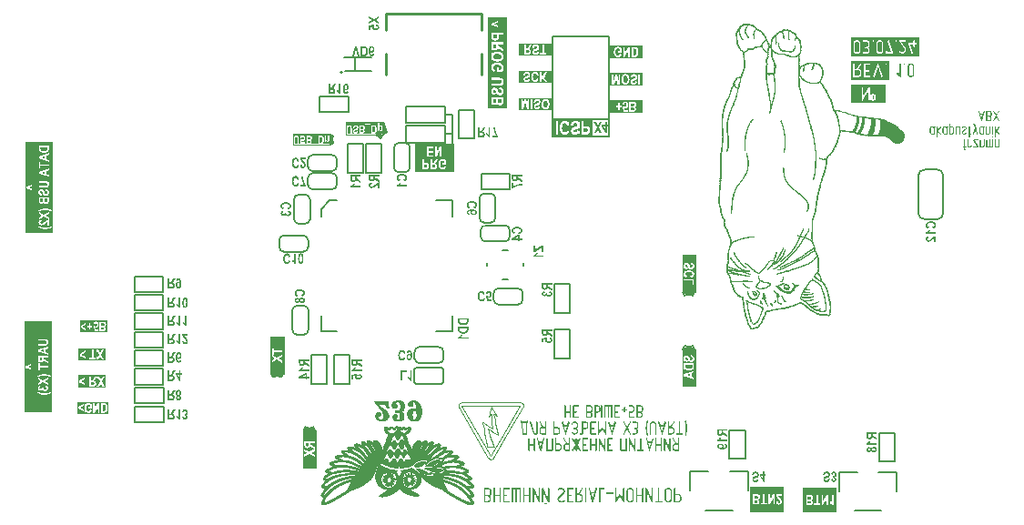
<source format=gbo>
G04*
G04 #@! TF.GenerationSoftware,Altium Limited,Altium Designer,24.2.2 (26)*
G04*
G04 Layer_Color=32896*
%FSLAX43Y43*%
%MOMM*%
G71*
G04*
G04 #@! TF.SameCoordinates,8CC7AA04-EDAA-4120-BC56-05CF8BE8917F*
G04*
G04*
G04 #@! TF.FilePolarity,Positive*
G04*
G01*
G75*
%ADD11C,0.200*%
%ADD12C,0.254*%
%ADD13C,0.150*%
%ADD88C,0.100*%
%ADD89C,0.109*%
%ADD90C,0.083*%
%ADD91R,0.875X0.230*%
G04:AMPARAMS|DCode=92|XSize=0.546mm|YSize=0.375mm|CornerRadius=0mm|HoleSize=0mm|Usage=FLASHONLY|Rotation=322.228|XOffset=0mm|YOffset=0mm|HoleType=Round|Shape=Rectangle|*
%AMROTATEDRECTD92*
4,1,4,-0.331,0.019,-0.101,0.315,0.331,-0.019,0.101,-0.315,-0.331,0.019,0.0*
%
%ADD92ROTATEDRECTD92*%

%ADD93R,0.230X0.875*%
G04:AMPARAMS|DCode=94|XSize=0.645mm|YSize=0.288mm|CornerRadius=0mm|HoleSize=0mm|Usage=FLASHONLY|Rotation=90.793|XOffset=0mm|YOffset=0mm|HoleType=Round|Shape=Rectangle|*
%AMROTATEDRECTD94*
4,1,4,0.149,-0.320,-0.140,-0.324,-0.149,0.320,0.140,0.324,0.149,-0.320,0.0*
%
%ADD94ROTATEDRECTD94*%

G36*
X67568Y47127D02*
X67717D01*
Y47097D01*
X67746D01*
X67746Y47127D01*
X67776Y47127D01*
Y47097D01*
X67806D01*
Y47067D01*
X67836D01*
Y47097D01*
X67865D01*
Y47067D01*
X67895Y47067D01*
X67895Y47037D01*
X67925D01*
Y47067D01*
X67954D01*
Y47037D01*
X67984D01*
X67984Y47008D01*
X68073D01*
X68073Y46978D01*
X68103Y46978D01*
Y46948D01*
X68133D01*
Y46919D01*
X68162D01*
Y46889D01*
X68192D01*
Y46859D01*
X68222Y46859D01*
X68222Y46829D01*
X68252Y46829D01*
Y46800D01*
X68281D01*
X68281Y46770D01*
X68311D01*
Y46740D01*
X68341D01*
Y46710D01*
X68371D01*
Y46681D01*
X68400D01*
Y46651D01*
X68430Y46651D01*
Y46621D01*
X68519D01*
Y46592D01*
X68608D01*
Y46562D01*
X68697D01*
Y46532D01*
X68727D01*
Y46502D01*
X68757D01*
Y46473D01*
X68787D01*
X68787Y46443D01*
X68816D01*
Y46413D01*
X68846D01*
Y46384D01*
X68876Y46384D01*
Y46354D01*
X68906Y46354D01*
Y46324D01*
X68906Y46294D01*
X68935D01*
X68935Y46265D01*
Y46235D01*
X68965D01*
Y46205D01*
X68995D01*
Y46175D01*
X69024D01*
Y46146D01*
Y46116D01*
X69054D01*
Y46086D01*
Y46057D01*
X69084D01*
Y46027D01*
X69114Y46027D01*
Y45997D01*
X69143D01*
Y45967D01*
X69143Y45938D01*
X69173D01*
Y45908D01*
Y45878D01*
X69203D01*
Y45849D01*
X69232D01*
Y45819D01*
X69262D01*
Y45789D01*
X69232D01*
Y45759D01*
X69262D01*
Y45730D01*
X69292D01*
Y45700D01*
X69322D01*
Y45670D01*
X69292Y45670D01*
Y45640D01*
X69322D01*
Y45611D01*
Y45581D01*
Y45551D01*
X69351D01*
Y45522D01*
X69381D01*
Y45492D01*
Y45462D01*
X69411D01*
Y45432D01*
Y45403D01*
X69441D01*
Y45373D01*
Y45343D01*
X69470D01*
X69470Y45313D01*
Y45284D01*
X69500D01*
Y45254D01*
X69470D01*
Y45224D01*
X69500D01*
Y45195D01*
X69470D01*
Y45165D01*
X69500D01*
Y45135D01*
Y45105D01*
Y45076D01*
X69530Y45076D01*
Y45105D01*
X69559D01*
Y45135D01*
X69530D01*
Y45165D01*
X69559D01*
Y45195D01*
Y45224D01*
Y45254D01*
X69589Y45254D01*
Y45284D01*
X69619D01*
Y45313D01*
X69589D01*
Y45343D01*
X69619D01*
Y45373D01*
X69589D01*
Y45403D01*
X69619D01*
Y45432D01*
X69589Y45432D01*
Y45462D01*
X69619D01*
X69619Y45492D01*
Y45522D01*
Y45551D01*
Y45581D01*
Y45611D01*
X69649D01*
Y45640D01*
Y45670D01*
Y45700D01*
X69678D01*
Y45730D01*
X69649D01*
Y45759D01*
X69678D01*
Y45789D01*
X69708D01*
Y45819D01*
X69738D01*
Y45849D01*
Y45878D01*
X69768D01*
Y45908D01*
Y45938D01*
X69827D01*
X69827Y45967D01*
X69857D01*
Y45997D01*
X69916D01*
Y46027D01*
X69946D01*
X69946Y46057D01*
X69976D01*
Y46086D01*
X70005D01*
Y46116D01*
X70035D01*
Y46146D01*
X70065Y46146D01*
Y46175D01*
X70094D01*
Y46205D01*
Y46235D01*
X70124D01*
Y46265D01*
X70124Y46294D01*
X70184D01*
Y46324D01*
X70184Y46354D01*
X70273Y46354D01*
Y46384D01*
X70273Y46413D01*
X70332D01*
Y46443D01*
X70362D01*
Y46473D01*
X70451D01*
Y46502D01*
X70481D01*
Y46473D01*
X70511D01*
Y46502D01*
X70540D01*
Y46473D01*
X70570D01*
Y46502D01*
X70629D01*
Y46532D01*
X70689Y46532D01*
Y46562D01*
X70719D01*
Y46592D01*
X70748D01*
Y46621D01*
X70778D01*
Y46592D01*
X70808D01*
Y46621D01*
X70838D01*
Y46651D01*
X70867D01*
Y46621D01*
X70897D01*
Y46592D01*
X70927D01*
X70927Y46621D01*
X70897D01*
Y46651D01*
X70927D01*
Y46621D01*
X70956D01*
Y46592D01*
X70986D01*
X70986Y46621D01*
X71016D01*
Y46592D01*
X71046D01*
Y46621D01*
X71075Y46621D01*
Y46651D01*
X71105Y46651D01*
Y46621D01*
X71135D01*
Y46592D01*
X71164D01*
Y46621D01*
X71135D01*
Y46651D01*
X71164D01*
Y46621D01*
X71194D01*
Y46592D01*
X71283D01*
Y46562D01*
X71313Y46562D01*
Y46532D01*
X71343D01*
Y46562D01*
X71373D01*
X71373Y46532D01*
X71521D01*
Y46502D01*
X71551D01*
Y46473D01*
X71581D01*
Y46443D01*
X71640D01*
Y46413D01*
X71700D01*
Y46384D01*
X71729D01*
X71729Y46354D01*
X71818D01*
X71818Y46324D01*
X71848D01*
X71848Y46294D01*
X71878D01*
X71878Y46265D01*
X71908D01*
Y46235D01*
X71937D01*
Y46205D01*
X71967D01*
Y46175D01*
X71997Y46175D01*
Y46146D01*
X71967D01*
X71967Y46116D01*
X71997D01*
Y46086D01*
X72026D01*
Y46057D01*
Y46027D01*
Y45997D01*
X72056D01*
X72056Y45967D01*
X72056Y45938D01*
X72116D01*
Y45908D01*
X72145D01*
Y45878D01*
X72175D01*
Y45849D01*
X72205D01*
Y45819D01*
X72235D01*
Y45789D01*
X72264D01*
Y45759D01*
X72294D01*
Y45730D01*
X72324D01*
Y45700D01*
X72353D01*
Y45670D01*
X72324D01*
Y45640D01*
X72353D01*
Y45611D01*
X72383D01*
Y45581D01*
Y45551D01*
Y45522D01*
X72413D01*
X72413Y45492D01*
X72383D01*
Y45462D01*
X72413D01*
Y45432D01*
X72383D01*
Y45403D01*
X72413D01*
X72413Y45373D01*
X72413Y45343D01*
X72413Y45313D01*
Y45284D01*
Y45254D01*
X72443D01*
X72443Y45224D01*
X72472D01*
Y45195D01*
X72443Y45195D01*
Y45165D01*
X72472D01*
Y45135D01*
Y45105D01*
Y45076D01*
X72443Y45076D01*
Y45046D01*
X72472D01*
Y45016D01*
Y44987D01*
Y44957D01*
X72443Y44957D01*
Y44927D01*
X72472D01*
Y44897D01*
Y44868D01*
Y44838D01*
X72443Y44838D01*
Y44808D01*
X72472Y44808D01*
Y44778D01*
X72443D01*
Y44749D01*
X72472Y44749D01*
Y44719D01*
X72443Y44719D01*
Y44689D01*
X72472D01*
Y44660D01*
Y44630D01*
Y44600D01*
X72443D01*
Y44570D01*
X72472D01*
Y44541D01*
X72443D01*
Y44511D01*
Y44481D01*
X72413D01*
X72413Y44452D01*
Y44422D01*
X72383D01*
Y44392D01*
Y44362D01*
X72353D01*
X72353Y44333D01*
Y44303D01*
X72324D01*
Y44273D01*
Y44243D01*
X72294D01*
X72294Y44214D01*
X72294Y44184D01*
X72264D01*
Y44154D01*
X72294Y44154D01*
Y44125D01*
X72264Y44125D01*
Y44095D01*
X72294D01*
Y44065D01*
X72264D01*
Y44035D01*
X72294Y44035D01*
Y44006D01*
X72264D01*
X72264Y43976D01*
X72294D01*
X72294Y43946D01*
X72264D01*
Y43917D01*
X72294D01*
X72294Y43887D01*
Y43857D01*
Y43827D01*
X72324D01*
Y43798D01*
X72294D01*
Y43768D01*
X72294Y43738D01*
X72294Y43708D01*
Y43679D01*
Y43649D01*
Y43619D01*
X72294Y43590D01*
X72264D01*
Y43560D01*
X72294Y43560D01*
Y43530D01*
X72264D01*
X72264Y43500D01*
X72294D01*
Y43471D01*
X72264Y43471D01*
Y43441D01*
X72294D01*
X72294Y43411D01*
X72264D01*
Y43382D01*
X72294D01*
X72294Y43352D01*
X72264D01*
Y43322D01*
X72294Y43322D01*
Y43292D01*
X72264D01*
X72264Y43263D01*
X72294D01*
X72294Y43233D01*
Y43203D01*
Y43173D01*
X72324D01*
Y43203D01*
X72383D01*
Y43233D01*
Y43263D01*
X72413D01*
X72413Y43233D01*
X72443D01*
X72443Y43263D01*
X72532D01*
X72532Y43292D01*
X72561Y43292D01*
Y43263D01*
X72591D01*
Y43292D01*
X72621D01*
Y43322D01*
X72710D01*
Y43352D01*
Y43382D01*
X72770D01*
Y43411D01*
X72799D01*
Y43441D01*
X72888D01*
X72888Y43471D01*
X72918D01*
Y43500D01*
X73067D01*
Y43530D01*
X73156D01*
Y43560D01*
X73186D01*
Y43530D01*
X73215D01*
Y43560D01*
X73423D01*
X73423Y43590D01*
X73453Y43590D01*
Y43560D01*
X73483D01*
Y43590D01*
X73513D01*
Y43560D01*
X73780D01*
Y43530D01*
X73810D01*
Y43560D01*
X73840D01*
Y43530D01*
X73869D01*
X73869Y43500D01*
X73958D01*
Y43471D01*
X74048D01*
Y43441D01*
X74137Y43441D01*
Y43411D01*
X74167D01*
Y43382D01*
X74196D01*
Y43352D01*
X74226D01*
Y43322D01*
X74256Y43322D01*
Y43292D01*
X74285D01*
X74285Y43263D01*
X74315D01*
Y43233D01*
Y43203D01*
X74375Y43203D01*
Y43173D01*
X74345D01*
Y43144D01*
X74375D01*
X74375Y43114D01*
X74404D01*
Y43084D01*
X74434D01*
Y43055D01*
X74404D01*
Y43025D01*
X74434D01*
Y42995D01*
X74464D01*
Y42965D01*
X74464Y42936D01*
X74464Y42906D01*
X74493D01*
Y42876D01*
Y42846D01*
Y42817D01*
X74523D01*
Y42787D01*
Y42757D01*
Y42728D01*
Y42698D01*
Y42668D01*
X74553Y42668D01*
Y42638D01*
X74523D01*
Y42609D01*
X74553D01*
Y42579D01*
X74523D01*
Y42549D01*
X74553D01*
Y42520D01*
X74523D01*
Y42490D01*
X74553D01*
X74553Y42460D01*
X74523D01*
Y42430D01*
X74553D01*
Y42401D01*
X74523Y42401D01*
Y42371D01*
X74493D01*
Y42341D01*
X74523D01*
Y42311D01*
X74493D01*
Y42282D01*
Y42252D01*
Y42222D01*
X74464D01*
X74464Y42193D01*
Y42163D01*
Y42133D01*
Y42103D01*
X74434D01*
Y42074D01*
Y42044D01*
X74404D01*
X74404Y42014D01*
X74375D01*
Y41985D01*
X74345D01*
Y41955D01*
X74315D01*
Y41925D01*
X74285D01*
Y41895D01*
X74315D01*
Y41866D01*
X74285D01*
X74285Y41836D01*
X74256D01*
Y41806D01*
X74256Y41776D01*
X74256Y41747D01*
X74285D01*
Y41717D01*
X74315D01*
Y41687D01*
X74345D01*
Y41658D01*
X74375D01*
X74375Y41628D01*
X74404D01*
Y41598D01*
X74434D01*
Y41568D01*
X74404D01*
Y41539D01*
X74464D01*
Y41509D01*
Y41479D01*
X74493D01*
Y41450D01*
X74523D01*
Y41420D01*
X74553D01*
Y41390D01*
Y41360D01*
X74583Y41360D01*
Y41331D01*
Y41301D01*
X74612D01*
Y41271D01*
X74642D01*
Y41241D01*
X74672D01*
Y41212D01*
X74642D01*
Y41182D01*
X74672D01*
Y41152D01*
X74702D01*
Y41123D01*
X74731D01*
Y41093D01*
Y41063D01*
Y41033D01*
X74761D01*
Y41004D01*
X74791D01*
Y40974D01*
X74820D01*
Y40944D01*
X74850D01*
Y40914D01*
X74820D01*
Y40885D01*
X74850D01*
X74850Y40855D01*
X74880D01*
Y40825D01*
Y40796D01*
Y40766D01*
X74910D01*
Y40736D01*
X74939D01*
X74939Y40706D01*
X74969D01*
X74969Y40677D01*
X74939D01*
Y40647D01*
X74969D01*
X74969Y40617D01*
X74999D01*
Y40588D01*
X75029Y40588D01*
Y40558D01*
Y40528D01*
Y40498D01*
X75058D01*
Y40469D01*
X75088D01*
X75088Y40439D01*
X75058Y40439D01*
Y40409D01*
X75118D01*
Y40379D01*
Y40350D01*
X75147D01*
Y40320D01*
Y40290D01*
Y40261D01*
X75177D01*
Y40231D01*
X75207D01*
Y40201D01*
X75177D01*
Y40171D01*
X75207D01*
Y40142D01*
X75237Y40142D01*
X75237Y40112D01*
X75266D01*
Y40082D01*
X75237Y40082D01*
Y40053D01*
X75266Y40053D01*
Y40023D01*
X75296D01*
Y39993D01*
X75326D01*
Y39963D01*
X75296D01*
Y39934D01*
X75326D01*
Y39904D01*
Y39874D01*
Y39844D01*
X75355D01*
Y39815D01*
Y39785D01*
Y39755D01*
Y39726D01*
Y39696D01*
X75385D01*
Y39666D01*
X75355D01*
X75355Y39636D01*
X75385Y39636D01*
Y39607D01*
Y39577D01*
Y39547D01*
X75415D01*
Y39518D01*
X75445D01*
Y39488D01*
X75415D01*
Y39458D01*
X75445D01*
Y39428D01*
Y39399D01*
X75474D01*
X75474Y39369D01*
Y39339D01*
X75504D01*
Y39309D01*
X75474D01*
Y39280D01*
X75504D01*
Y39250D01*
Y39220D01*
X75564D01*
X75564Y39191D01*
X75593D01*
Y39161D01*
X75742D01*
Y39131D01*
X75772D01*
Y39101D01*
X75801D01*
Y39131D01*
X75772D01*
Y39161D01*
X75801D01*
Y39131D01*
X75831Y39131D01*
Y39101D01*
X75980D01*
Y39072D01*
X76009D01*
Y39101D01*
X76039D01*
Y39072D01*
X76069Y39072D01*
Y39101D01*
X76099Y39101D01*
Y39072D01*
X76128D01*
Y39042D01*
X76217D01*
Y39012D01*
X76247D01*
Y38982D01*
X76277D01*
Y39012D01*
X76307D01*
Y38982D01*
X76396D01*
Y38953D01*
X76425D01*
Y38982D01*
X76455D01*
Y38953D01*
X76485D01*
X76485Y38923D01*
X76574D01*
Y38893D01*
X76604D01*
X76604Y38923D01*
X76634Y38923D01*
Y38893D01*
X76663D01*
Y38864D01*
X76752D01*
Y38834D01*
X76782Y38834D01*
Y38804D01*
X76871D01*
Y38774D01*
X76901D01*
Y38804D01*
X76931D01*
X76931Y38774D01*
X76960D01*
Y38745D01*
X76990D01*
Y38774D01*
X77020D01*
Y38745D01*
X77109Y38745D01*
Y38715D01*
X77139D01*
Y38685D01*
X77169D01*
Y38715D01*
X77198D01*
X77198Y38685D01*
X77228Y38685D01*
Y38656D01*
X77258Y38656D01*
Y38685D01*
X77287D01*
Y38656D01*
X77317D01*
Y38685D01*
X77347D01*
Y38656D01*
X77436D01*
Y38626D01*
X77466D01*
Y38656D01*
X77496Y38656D01*
Y38626D01*
X77644D01*
Y38596D01*
X77674D01*
Y38626D01*
X77704D01*
Y38596D01*
X77733D01*
Y38566D01*
X77763D01*
X77763Y38596D01*
X77793D01*
Y38566D01*
X77822D01*
Y38596D01*
X77852D01*
X77852Y38566D01*
X78060D01*
Y38537D01*
X78149D01*
Y38507D01*
X78179D01*
Y38537D01*
X78209Y38537D01*
Y38507D01*
X78357D01*
Y38477D01*
X78387D01*
Y38507D01*
X78417D01*
Y38477D01*
X78447D01*
Y38507D01*
X78476D01*
Y38477D01*
X78506D01*
Y38447D01*
X78536Y38447D01*
Y38477D01*
X78566D01*
Y38447D01*
X78595D01*
Y38477D01*
X78625D01*
Y38447D01*
X78892Y38447D01*
Y38418D01*
X78922D01*
X78922Y38447D01*
X78952D01*
Y38418D01*
X78982D01*
Y38447D01*
X79011Y38447D01*
Y38418D01*
X79041D01*
Y38447D01*
X79071D01*
Y38418D01*
X79101D01*
Y38388D01*
X79130D01*
Y38418D01*
X79101D01*
Y38447D01*
X79130D01*
Y38418D01*
X79160D01*
Y38388D01*
X79190D01*
Y38418D01*
X79219D01*
Y38388D01*
X79249D01*
Y38418D01*
X79279D01*
Y38388D01*
X79546D01*
Y38358D01*
X79576Y38358D01*
Y38388D01*
X79606D01*
Y38358D01*
X79695D01*
Y38329D01*
X79844D01*
Y38299D01*
X79873D01*
Y38329D01*
X79903D01*
Y38299D01*
X79933D01*
Y38269D01*
X79963D01*
Y38299D01*
X79992D01*
Y38269D01*
X80081D01*
Y38239D01*
X80111D01*
Y38210D01*
X80141D01*
Y38239D01*
X80171D01*
Y38210D01*
X80200D01*
Y38180D01*
X80230D01*
Y38210D01*
X80260D01*
Y38180D01*
X80289D01*
Y38150D01*
X80379D01*
Y38121D01*
X80408Y38121D01*
Y38091D01*
X80498D01*
Y38061D01*
X80527D01*
Y38031D01*
X80557D01*
Y38061D01*
X80527D01*
Y38091D01*
X80557D01*
Y38061D01*
X80587D01*
Y38031D01*
X80616D01*
Y38002D01*
X80646D01*
Y38031D01*
X80676D01*
Y38002D01*
X80706D01*
Y37972D01*
X80795D01*
Y37942D01*
X80824D01*
Y37912D01*
X80914D01*
Y37883D01*
X80943Y37883D01*
Y37853D01*
X81033D01*
Y37823D01*
X81062D01*
Y37794D01*
X81122D01*
Y37764D01*
X81181Y37764D01*
Y37734D01*
X81211D01*
Y37704D01*
X81241D01*
Y37675D01*
X81300D01*
Y37645D01*
Y37615D01*
X81389D01*
Y37586D01*
X81419D01*
Y37556D01*
X81449D01*
Y37526D01*
X81478D01*
Y37496D01*
X81508D01*
Y37467D01*
X81538D01*
Y37437D01*
X81568D01*
Y37407D01*
X81597Y37407D01*
Y37377D01*
X81627Y37377D01*
Y37348D01*
X81657D01*
Y37318D01*
X81686D01*
Y37288D01*
X81716D01*
Y37259D01*
X81746Y37259D01*
Y37229D01*
X81776D01*
Y37199D01*
X81805D01*
Y37169D01*
X81835D01*
Y37140D01*
X81865D01*
Y37110D01*
X81895D01*
Y37080D01*
X81924D01*
Y37050D01*
X81954D01*
X81954Y37021D01*
X81984D01*
Y36991D01*
X82013D01*
Y36961D01*
Y36932D01*
Y36902D01*
X82043Y36902D01*
X82043Y36872D01*
X82013D01*
Y36842D01*
X82043D01*
Y36813D01*
Y36783D01*
X82043Y36753D01*
X82043Y36724D01*
Y36694D01*
X82073D01*
Y36664D01*
X82043D01*
Y36634D01*
X82043Y36605D01*
X82043Y36575D01*
X82013D01*
Y36545D01*
X82043Y36545D01*
X82043Y36515D01*
X82013D01*
Y36486D01*
X82043D01*
Y36456D01*
X82013D01*
Y36426D01*
X81984Y36426D01*
Y36397D01*
Y36367D01*
Y36337D01*
X81954D01*
X81954Y36307D01*
Y36278D01*
X81924D01*
Y36248D01*
Y36218D01*
X81895D01*
Y36189D01*
X81865D01*
Y36159D01*
X81835D01*
Y36129D01*
X81805D01*
Y36099D01*
X81776D01*
Y36070D01*
X81746D01*
Y36040D01*
X81657D01*
Y36010D01*
X81627D01*
X81627Y35980D01*
X81538D01*
Y35951D01*
X81508D01*
Y35980D01*
X81478D01*
Y35951D01*
X81449D01*
Y35980D01*
X81419D01*
Y35951D01*
X81330D01*
Y35980D01*
X81300D01*
Y35951D01*
X81270D01*
Y35980D01*
X81181D01*
Y36010D01*
X81151D01*
Y36040D01*
X81062D01*
Y36070D01*
X81033D01*
Y36099D01*
X81003D01*
Y36129D01*
X80973D01*
Y36159D01*
X80943Y36159D01*
Y36189D01*
X80914D01*
Y36218D01*
X80884D01*
Y36248D01*
X80854D01*
Y36278D01*
X80824D01*
X80824Y36307D01*
X80795D01*
Y36337D01*
X80765Y36337D01*
Y36367D01*
X80735Y36367D01*
Y36337D01*
X80706D01*
Y36367D01*
Y36397D01*
X80646D01*
Y36426D01*
X80616Y36426D01*
Y36456D01*
X80587D01*
Y36486D01*
X80557D01*
Y36515D01*
X80468D01*
Y36545D01*
X80438D01*
X80438Y36575D01*
X80408D01*
Y36545D01*
X80379Y36545D01*
Y36575D01*
X80349Y36575D01*
Y36605D01*
X80260Y36605D01*
Y36634D01*
X80230D01*
Y36605D01*
X80200D01*
Y36634D01*
X80111D01*
Y36664D01*
X80081D01*
Y36634D01*
X80052D01*
Y36664D01*
X79963D01*
Y36694D01*
X79933D01*
Y36664D01*
X79903D01*
Y36694D01*
X79101D01*
Y36664D01*
X79071D01*
Y36694D01*
X78982D01*
Y36664D01*
X78952D01*
Y36694D01*
X78863D01*
Y36664D01*
X78833D01*
Y36694D01*
X78566D01*
Y36724D01*
X78536D01*
Y36694D01*
X78506D01*
Y36724D01*
X78476Y36724D01*
Y36694D01*
X78447D01*
Y36724D01*
X78357D01*
X78357Y36753D01*
X78328D01*
Y36724D01*
X78298D01*
Y36753D01*
X78090D01*
Y36783D01*
X78060D01*
Y36753D01*
X78031D01*
Y36783D01*
X78001D01*
Y36813D01*
X77971D01*
Y36783D01*
X77941D01*
Y36813D01*
X77852D01*
Y36842D01*
X77763D01*
Y36872D01*
X77733D01*
Y36842D01*
X77704D01*
Y36872D01*
X77614D01*
Y36902D01*
X77585D01*
Y36872D01*
X77555D01*
Y36902D01*
X77525D01*
Y36932D01*
X77496D01*
Y36902D01*
X77466Y36902D01*
Y36932D01*
X77377D01*
Y36961D01*
X77347D01*
Y36932D01*
X77317D01*
Y36961D01*
X77228D01*
Y36991D01*
X77020D01*
Y37021D01*
X76990D01*
Y36991D01*
X76960D01*
Y37021D01*
X76931D01*
Y37050D01*
X76901D01*
Y37021D01*
X76871D01*
Y37050D01*
X76842Y37050D01*
Y37021D01*
X76812D01*
Y37050D01*
X76604D01*
Y37080D01*
X76574D01*
Y37050D01*
X76544Y37050D01*
Y37080D01*
X76515D01*
Y37110D01*
X76485D01*
Y37080D01*
X76455D01*
Y37110D01*
X76425D01*
Y37080D01*
X76396D01*
Y37110D01*
X76247D01*
Y37140D01*
X76158D01*
Y37169D01*
X76128D01*
Y37140D01*
Y37110D01*
Y37080D01*
X76099D01*
Y37050D01*
X76128D01*
X76128Y37021D01*
X76099D01*
Y36991D01*
Y36961D01*
Y36932D01*
Y36902D01*
Y36872D01*
X76069D01*
Y36842D01*
X76099D01*
Y36813D01*
X76069Y36813D01*
Y36783D01*
Y36753D01*
Y36724D01*
X76039D01*
Y36694D01*
X76009D01*
Y36664D01*
X76039D01*
Y36634D01*
X76009D01*
Y36605D01*
X75980D01*
Y36575D01*
X76009Y36575D01*
Y36545D01*
X75980D01*
X75980Y36515D01*
X75950D01*
Y36486D01*
X75980D01*
X75980Y36456D01*
X75950D01*
Y36426D01*
X75920D01*
Y36397D01*
X75890D01*
X75890Y36367D01*
X75920D01*
Y36337D01*
X75890D01*
X75890Y36307D01*
X75920D01*
X75920Y36278D01*
X75890D01*
Y36248D01*
X75861D01*
Y36218D01*
Y36189D01*
Y36159D01*
X75831Y36159D01*
Y36129D01*
X75861D01*
Y36099D01*
X75831Y36099D01*
Y36070D01*
X75801D01*
Y36040D01*
X75772D01*
Y36010D01*
X75801D01*
Y35980D01*
X75772D01*
Y35951D01*
X75772Y35921D01*
Y35891D01*
X75742D01*
Y35862D01*
X75712D01*
Y35832D01*
X75742D01*
Y35802D01*
X75712D01*
X75712Y35772D01*
X75682D01*
Y35743D01*
Y35713D01*
Y35683D01*
X75653D01*
Y35654D01*
X75623D01*
Y35624D01*
X75593D01*
Y35594D01*
X75623D01*
Y35564D01*
X75593D01*
Y35535D01*
X75564D01*
Y35505D01*
X75564Y35475D01*
Y35445D01*
X75534D01*
Y35416D01*
X75504D01*
Y35386D01*
X75474D01*
X75474Y35356D01*
X75474Y35327D01*
X75445D01*
X75445Y35297D01*
Y35267D01*
X75415D01*
X75415Y35237D01*
X75385Y35237D01*
Y35208D01*
X75355Y35208D01*
Y35178D01*
X75385Y35178D01*
Y35148D01*
X75326Y35148D01*
Y35118D01*
Y35089D01*
X75296D01*
Y35059D01*
X75266Y35059D01*
Y35029D01*
X75237D01*
Y35000D01*
X75207D01*
Y34970D01*
X75177D01*
Y34940D01*
Y34910D01*
X75118D01*
Y34881D01*
Y34851D01*
X75058D01*
Y34821D01*
Y34792D01*
X74999D01*
Y34762D01*
Y34732D01*
X74939D01*
Y34702D01*
X74969D01*
Y34673D01*
X74939D01*
Y34643D01*
X74910D01*
Y34613D01*
X74880Y34613D01*
Y34583D01*
Y34554D01*
Y34524D01*
X74850D01*
Y34494D01*
Y34465D01*
X74850Y34435D01*
X74850Y34405D01*
Y34375D01*
Y34346D01*
Y34316D01*
Y34286D01*
Y34257D01*
X74850Y34227D01*
X74850Y34197D01*
X74850Y34167D01*
X74850Y34138D01*
X74820D01*
Y34108D01*
X74850D01*
Y34078D01*
X74820D01*
Y34048D01*
X74850D01*
Y34019D01*
X74820D01*
Y33989D01*
Y33959D01*
Y33930D01*
Y33900D01*
Y33870D01*
X74791D01*
Y33840D01*
Y33811D01*
X74791Y33781D01*
X74761D01*
X74761Y33751D01*
X74791D01*
Y33722D01*
X74761D01*
X74761Y33692D01*
Y33662D01*
X74761Y33632D01*
X74731D01*
Y33603D01*
X74731Y33573D01*
X74731Y33543D01*
X74702D01*
Y33513D01*
Y33484D01*
Y33454D01*
X74672D01*
Y33424D01*
Y33395D01*
Y33365D01*
X74642D01*
Y33335D01*
X74672D01*
Y33305D01*
X74642Y33305D01*
Y33276D01*
Y33246D01*
Y33216D01*
X74612D01*
Y33187D01*
X74583D01*
Y33157D01*
X74612D01*
Y33127D01*
X74583D01*
Y33097D01*
X74612D01*
Y33068D01*
X74583Y33068D01*
Y33038D01*
X74553D01*
Y33008D01*
Y32978D01*
Y32949D01*
X74523D01*
Y32919D01*
X74553D01*
Y32889D01*
X74523Y32889D01*
Y32860D01*
X74493D01*
Y32830D01*
X74464D01*
Y32800D01*
X74493D01*
Y32770D01*
X74464D01*
Y32741D01*
X74493D01*
Y32711D01*
X74464Y32711D01*
Y32681D01*
X74434D01*
Y32651D01*
Y32622D01*
Y32592D01*
X74404D01*
Y32562D01*
X74434D01*
Y32533D01*
X74404D01*
X74404Y32503D01*
X74375D01*
Y32473D01*
X74345D01*
Y32443D01*
X74375Y32443D01*
X74375Y32414D01*
X74345D01*
Y32384D01*
X74375D01*
Y32354D01*
X74345D01*
X74345Y32325D01*
X74315D01*
Y32295D01*
Y32265D01*
Y32235D01*
X74285D01*
X74285Y32206D01*
X74315D01*
X74315Y32176D01*
X74285Y32176D01*
Y32146D01*
Y32116D01*
Y32087D01*
X74256D01*
Y32057D01*
Y32027D01*
Y31998D01*
X74226D01*
Y31968D01*
X74256D01*
Y31938D01*
X74226D01*
Y31908D01*
X74256D01*
Y31879D01*
X74226D01*
Y31849D01*
X74196D01*
Y31819D01*
Y31790D01*
Y31760D01*
X74167D01*
X74167Y31730D01*
X74196Y31730D01*
Y31700D01*
X74167D01*
X74167Y31671D01*
Y31641D01*
X74167Y31611D01*
X74137Y31611D01*
Y31581D01*
X74137Y31552D01*
X74137Y31522D01*
X74107D01*
Y31492D01*
X74137D01*
X74137Y31463D01*
X74107D01*
Y31433D01*
X74137D01*
Y31403D01*
X74107D01*
Y31373D01*
X74077D01*
Y31344D01*
X74107Y31344D01*
Y31314D01*
X74077D01*
X74077Y31284D01*
X74048D01*
Y31254D01*
X74077Y31254D01*
Y31225D01*
X74048Y31225D01*
Y31195D01*
X74077D01*
Y31165D01*
X74048D01*
Y31136D01*
Y31106D01*
Y31076D01*
X74018D01*
Y31046D01*
Y31017D01*
Y30987D01*
X73988D01*
X73988Y30957D01*
X74018D01*
Y30928D01*
X73988D01*
Y30898D01*
X74018D01*
Y30868D01*
X73988D01*
Y30838D01*
Y30809D01*
Y30779D01*
X73958Y30779D01*
Y30749D01*
X73988Y30749D01*
Y30719D01*
X73958D01*
Y30690D01*
Y30660D01*
Y30630D01*
X73929D01*
X73929Y30601D01*
X73958D01*
Y30571D01*
X73929D01*
Y30541D01*
X73958D01*
Y30511D01*
X73929D01*
Y30482D01*
X73958D01*
Y30452D01*
X73929D01*
Y30422D01*
Y30393D01*
Y30363D01*
Y30333D01*
Y30303D01*
Y30274D01*
Y30244D01*
X73899D01*
Y30214D01*
X73899Y30184D01*
X73899Y30155D01*
X73899Y30125D01*
X73899Y30095D01*
X73869D01*
Y30066D01*
X73899Y30066D01*
Y30036D01*
X73869Y30036D01*
X73869Y30006D01*
X73899D01*
Y29976D01*
X73869D01*
Y29947D01*
Y29917D01*
Y29887D01*
X73840D01*
Y29858D01*
Y29828D01*
Y29798D01*
X73810D01*
Y29768D01*
X73840D01*
Y29739D01*
X73810D01*
Y29709D01*
X73840D01*
Y29679D01*
X73810D01*
X73810Y29649D01*
X73810Y29620D01*
Y29590D01*
X73780D01*
X73780Y29560D01*
Y29531D01*
Y29501D01*
X73750Y29501D01*
Y29471D01*
Y29441D01*
Y29412D01*
X73721D01*
X73721Y29382D01*
Y29352D01*
X73721Y29323D01*
X73691D01*
Y29293D01*
X73721Y29293D01*
Y29263D01*
X73691D01*
Y29233D01*
X73661Y29233D01*
Y29204D01*
Y29174D01*
Y29144D01*
X73632Y29144D01*
Y29114D01*
Y29085D01*
Y29055D01*
X73602D01*
Y29025D01*
X73572D01*
Y28996D01*
X73602D01*
Y28966D01*
X73572D01*
Y28936D01*
Y28906D01*
Y28877D01*
X73542D01*
Y28847D01*
Y28817D01*
Y28787D01*
X73513D01*
X73513Y28758D01*
X73542Y28758D01*
Y28728D01*
Y28698D01*
Y28669D01*
X73513D01*
Y28639D01*
X73542D01*
Y28609D01*
X73513D01*
Y28579D01*
X73542D01*
Y28550D01*
X73513D01*
Y28520D01*
X73542D01*
Y28490D01*
X73513D01*
Y28461D01*
X73542D01*
Y28431D01*
X73513D01*
Y28401D01*
X73542D01*
Y28371D01*
X73513Y28371D01*
X73513Y28342D01*
X73542D01*
Y28312D01*
X73513D01*
Y28282D01*
X73542D01*
Y28252D01*
X73513D01*
Y28223D01*
X73542D01*
Y28193D01*
X73513D01*
Y28163D01*
X73542D01*
Y28134D01*
X73513D01*
Y28104D01*
X73542D01*
Y28074D01*
X73513D01*
Y28044D01*
X73542D01*
Y28015D01*
X73513D01*
Y27985D01*
X73542D01*
Y27955D01*
X73513D01*
Y27926D01*
X73542D01*
Y27896D01*
X73513D01*
Y27866D01*
X73542D01*
Y27836D01*
X73513D01*
Y27807D01*
Y27777D01*
Y27747D01*
X73542D01*
Y27717D01*
X73513D01*
X73513Y27688D01*
X73513Y27658D01*
Y27628D01*
Y27599D01*
Y27569D01*
X73483D01*
Y27539D01*
X73513Y27539D01*
Y27509D01*
X73483D01*
Y27480D01*
X73513D01*
Y27450D01*
X73483D01*
Y27420D01*
X73513Y27420D01*
Y27390D01*
X73483D01*
Y27361D01*
Y27331D01*
Y27301D01*
X73513D01*
X73513Y27272D01*
X73483D01*
Y27242D01*
X73513D01*
Y27212D01*
X73483D01*
Y27182D01*
X73513D01*
Y27153D01*
Y27123D01*
Y27093D01*
Y27064D01*
Y27034D01*
X73542D01*
Y27004D01*
X73513D01*
Y26974D01*
X73542D01*
Y26945D01*
Y26915D01*
Y26885D01*
X73572Y26885D01*
Y26855D01*
Y26826D01*
Y26796D01*
X73602D01*
Y26766D01*
Y26737D01*
Y26707D01*
X73632D01*
Y26677D01*
X73661D01*
Y26647D01*
X73632D01*
Y26618D01*
X73661D01*
Y26588D01*
X73691D01*
Y26558D01*
X73721D01*
Y26529D01*
X73691D01*
Y26499D01*
X73721D01*
Y26469D01*
Y26439D01*
Y26410D01*
X73750D01*
Y26380D01*
X73721Y26380D01*
Y26350D01*
X73750Y26350D01*
Y26320D01*
X73780D01*
X73780Y26291D01*
X73750D01*
Y26261D01*
Y26231D01*
Y26202D01*
X73780D01*
Y26172D01*
X73750D01*
Y26142D01*
X73780D01*
Y26112D01*
X73750Y26112D01*
Y26083D01*
X73780Y26083D01*
Y26053D01*
X73810D01*
Y26023D01*
X73840D01*
Y25994D01*
X73810D01*
Y25964D01*
X73840D01*
Y25934D01*
X73869D01*
Y25904D01*
X73899Y25904D01*
X73899Y25875D01*
X73869D01*
Y25845D01*
X73899D01*
X73899Y25815D01*
X73929D01*
X73929Y25785D01*
X73958D01*
Y25756D01*
X73929D01*
Y25726D01*
X73958D01*
Y25696D01*
X73988D01*
Y25667D01*
X73988Y25637D01*
Y25607D01*
X74018D01*
Y25577D01*
Y25548D01*
Y25518D01*
X74048D01*
Y25488D01*
Y25458D01*
Y25429D01*
X74077D01*
Y25399D01*
X74048Y25399D01*
Y25369D01*
X74077D01*
Y25340D01*
X74048D01*
Y25310D01*
X74077Y25310D01*
Y25280D01*
Y25250D01*
Y25221D01*
Y25191D01*
Y25161D01*
X74077Y25132D01*
X74077Y25102D01*
Y25072D01*
Y25042D01*
Y25013D01*
Y24983D01*
Y24953D01*
Y24923D01*
Y24894D01*
Y24864D01*
Y24834D01*
Y24805D01*
X74077Y24775D01*
X74077Y24745D01*
Y24715D01*
Y24686D01*
X74107D01*
Y24656D01*
Y24626D01*
Y24597D01*
X74077Y24597D01*
X74077Y24567D01*
X74107D01*
Y24537D01*
X74137D01*
X74137Y24507D01*
X74107Y24507D01*
Y24478D01*
Y24448D01*
Y24418D01*
X74137D01*
X74137Y24388D01*
X74107D01*
Y24359D01*
Y24329D01*
Y24299D01*
X74137D01*
Y24270D01*
X74107D01*
Y24240D01*
Y24210D01*
Y24180D01*
X74077D01*
X74077Y24151D01*
Y24121D01*
X74077Y24091D01*
X74048D01*
Y24062D01*
Y24032D01*
X73988D01*
X73988Y24002D01*
X74018Y24002D01*
Y23972D01*
X74048D01*
Y23943D01*
X74077D01*
Y23913D01*
X74107Y23913D01*
Y23883D01*
X74137D01*
Y23853D01*
X74167Y23853D01*
Y23824D01*
X74196D01*
Y23794D01*
Y23764D01*
X74226D01*
Y23735D01*
Y23705D01*
X74256D01*
X74256Y23675D01*
X74285D01*
Y23645D01*
Y23616D01*
Y23586D01*
X74315D01*
Y23556D01*
Y23527D01*
Y23497D01*
X74345D01*
Y23467D01*
Y23437D01*
Y23408D01*
X74375Y23408D01*
X74375Y23378D01*
X74345D01*
Y23348D01*
X74375Y23348D01*
X74375Y23318D01*
Y23289D01*
X74404D01*
Y23259D01*
X74404Y23229D01*
X74434D01*
Y23200D01*
X74464D01*
Y23170D01*
X74493D01*
Y23140D01*
X74523D01*
Y23110D01*
X74553Y23110D01*
Y23081D01*
Y23051D01*
X74583D01*
Y23021D01*
Y22991D01*
X74612D01*
Y22962D01*
X74642Y22962D01*
Y22932D01*
X74672D01*
Y22902D01*
Y22873D01*
X74702D01*
Y22843D01*
Y22813D01*
X74731D01*
Y22783D01*
Y22754D01*
Y22724D01*
X74761D01*
Y22694D01*
X74791D01*
Y22665D01*
Y22635D01*
X74820D01*
Y22605D01*
Y22575D01*
X74850D01*
Y22546D01*
Y22516D01*
X74880D01*
Y22486D01*
Y22456D01*
X74910D01*
Y22427D01*
Y22397D01*
X74939D01*
Y22367D01*
Y22338D01*
X74969D01*
Y22308D01*
X74939D01*
Y22278D01*
X74969D01*
Y22248D01*
Y22219D01*
Y22189D01*
X74999D01*
Y22159D01*
Y22130D01*
Y22100D01*
X75029D01*
Y22070D01*
X74999D01*
Y22040D01*
X75029Y22040D01*
Y22011D01*
Y21981D01*
Y21951D01*
X75058D01*
Y21921D01*
Y21892D01*
Y21862D01*
Y21832D01*
Y21803D01*
X75088D01*
X75088Y21773D01*
X75058D01*
Y21743D01*
X75088D01*
X75088Y21713D01*
X75058D01*
Y21684D01*
X75088D01*
Y21654D01*
X75058D01*
Y21624D01*
X75088D01*
Y21594D01*
Y21565D01*
Y21535D01*
X75118D01*
Y21505D01*
X75147D01*
Y21476D01*
X75118D01*
Y21446D01*
X75147D01*
Y21416D01*
Y21386D01*
Y21357D01*
X75177D01*
Y21327D01*
Y21297D01*
Y21268D01*
Y21238D01*
Y21208D01*
X75207D01*
Y21178D01*
X75177D01*
Y21149D01*
X75207D01*
Y21119D01*
Y21089D01*
Y21059D01*
X75177D01*
Y21030D01*
X75207D01*
Y21000D01*
Y20970D01*
Y20941D01*
X75177D01*
Y20911D01*
X75207Y20911D01*
Y20881D01*
Y20851D01*
Y20822D01*
Y20792D01*
Y20762D01*
Y20733D01*
Y20703D01*
Y20673D01*
Y20643D01*
Y20614D01*
Y20584D01*
Y20554D01*
Y20524D01*
Y20495D01*
Y20465D01*
X75177D01*
Y20435D01*
X75207D01*
Y20406D01*
X75177Y20406D01*
Y20376D01*
X75207D01*
Y20346D01*
X75177D01*
Y20316D01*
Y20287D01*
Y20257D01*
X75147D01*
Y20227D01*
X75177Y20227D01*
Y20198D01*
X75147D01*
Y20168D01*
X75177Y20168D01*
Y20138D01*
Y20108D01*
Y20079D01*
X75147D01*
Y20049D01*
Y20019D01*
Y19989D01*
X75118D01*
Y19960D01*
X75088D01*
X75088Y19989D01*
X75058D01*
Y19960D01*
X75029D01*
Y19930D01*
X74999D01*
Y19960D01*
X74969D01*
X74969Y19930D01*
X74939D01*
X74939Y19960D01*
X74910D01*
Y19989D01*
X74880D01*
Y19960D01*
X74850D01*
X74850Y19989D01*
X74820D01*
Y20019D01*
X74791D01*
X74791Y19989D01*
X74761D01*
X74761Y20019D01*
X74731D01*
X74731Y19989D01*
X74642D01*
Y20019D01*
X74612D01*
X74612Y19989D01*
X74404D01*
X74404Y20019D01*
X74375D01*
X74375Y19989D01*
X74285D01*
X74285Y20019D01*
X74256D01*
X74256Y19989D01*
X74226D01*
X74226Y20019D01*
X74196Y20019D01*
Y20049D01*
X74167Y20049D01*
Y20019D01*
X74137D01*
Y20049D01*
X74048D01*
Y20079D01*
X73958D01*
Y20108D01*
X73869D01*
Y20138D01*
X73840D01*
Y20168D01*
X73750D01*
Y20198D01*
X73721Y20198D01*
X73721Y20227D01*
X73632D01*
Y20257D01*
X73602D01*
Y20287D01*
X73513D01*
Y20316D01*
X73483Y20316D01*
Y20346D01*
X73453D01*
X73453Y20376D01*
X73423D01*
X73423Y20346D01*
X73394D01*
Y20376D01*
Y20406D01*
X73334D01*
X73334Y20435D01*
X73305D01*
Y20465D01*
X73275D01*
Y20495D01*
X73245D01*
Y20524D01*
X73156D01*
Y20554D01*
X73126D01*
Y20584D01*
X73096D01*
X73096Y20614D01*
X73067D01*
Y20643D01*
X73037D01*
Y20673D01*
X73007D01*
Y20703D01*
X72918D01*
Y20733D01*
X72888D01*
Y20762D01*
X72859D01*
Y20792D01*
X72829D01*
Y20822D01*
X72799D01*
Y20851D01*
X72770D01*
Y20881D01*
X72740D01*
Y20911D01*
X72710D01*
Y20941D01*
X72651D01*
Y20970D01*
Y21000D01*
X72561Y21000D01*
Y21030D01*
X72532D01*
Y21059D01*
X72502D01*
Y21089D01*
X72472D01*
Y21119D01*
X72324D01*
Y21089D01*
X72294D01*
X72294Y21059D01*
X72264D01*
Y21089D01*
X72235D01*
Y21059D01*
X72205D01*
X72205Y21030D01*
X72175D01*
Y21000D01*
X72145D01*
X72145Y21030D01*
X72116D01*
Y21000D01*
X72086D01*
Y20970D01*
X71997D01*
Y20941D01*
X71908D01*
Y20911D01*
X71878Y20911D01*
Y20881D01*
X71789D01*
Y20851D01*
X71759Y20851D01*
Y20822D01*
X71729D01*
Y20851D01*
X71700Y20851D01*
Y20822D01*
X71610D01*
Y20792D01*
X71581D01*
Y20762D01*
X71551D01*
Y20792D01*
X71521D01*
Y20762D01*
X71432D01*
Y20733D01*
X71402D01*
Y20703D01*
X71373D01*
Y20733D01*
X71343D01*
Y20703D01*
X71194D01*
Y20673D01*
X71164D01*
Y20703D01*
X71135D01*
Y20673D01*
X71105D01*
Y20643D01*
X70956D01*
Y20614D01*
X70927Y20614D01*
Y20643D01*
X70897D01*
Y20614D01*
X70808D01*
X70808Y20584D01*
X70778D01*
X70778Y20614D01*
X70748D01*
Y20584D01*
X70540D01*
Y20554D01*
X70511D01*
Y20584D01*
X70481D01*
Y20554D01*
X70451D01*
Y20584D01*
X70421D01*
X70421Y20554D01*
X70392D01*
Y20524D01*
X70362D01*
Y20554D01*
X70332D01*
Y20524D01*
X70303D01*
X70303Y20554D01*
X70273D01*
Y20524D01*
X70184D01*
Y20495D01*
X70154Y20495D01*
Y20524D01*
X70124D01*
Y20495D01*
X70094D01*
Y20465D01*
X70065D01*
Y20495D01*
X70035Y20495D01*
Y20465D01*
X70005Y20465D01*
X70005Y20495D01*
X69976Y20495D01*
Y20465D01*
X69886D01*
Y20435D01*
X69857D01*
Y20465D01*
X69827D01*
Y20435D01*
X69797D01*
Y20406D01*
X69649D01*
Y20376D01*
X69559D01*
Y20346D01*
X69530D01*
Y20376D01*
X69500D01*
Y20346D01*
X69411D01*
Y20316D01*
X69381D01*
Y20346D01*
X69351D01*
X69351Y20316D01*
X69322D01*
X69322Y20346D01*
X69292D01*
Y20316D01*
X69262D01*
X69262Y20287D01*
X69203D01*
Y20257D01*
Y20227D01*
X69173D01*
Y20198D01*
X69203D01*
Y20168D01*
X69173D01*
Y20138D01*
Y20108D01*
Y20079D01*
X69143D01*
Y20049D01*
X69114D01*
X69114Y20019D01*
X69143D01*
X69143Y19989D01*
X69114D01*
Y19960D01*
X69084D01*
Y19930D01*
Y19900D01*
Y19871D01*
X69054D01*
Y19841D01*
Y19811D01*
Y19781D01*
X69024D01*
Y19752D01*
X68995D01*
Y19722D01*
Y19692D01*
Y19663D01*
X68965D01*
Y19633D01*
X68935D01*
Y19603D01*
X68965Y19603D01*
Y19573D01*
X68935Y19573D01*
Y19544D01*
X68906D01*
Y19514D01*
X68876D01*
Y19484D01*
Y19454D01*
Y19425D01*
X68846D01*
Y19395D01*
X68816D01*
Y19365D01*
X68846Y19365D01*
Y19336D01*
X68816Y19336D01*
X68816Y19306D01*
X68787D01*
X68787Y19276D01*
X68757D01*
Y19246D01*
Y19217D01*
Y19187D01*
X68727D01*
Y19157D01*
X68697D01*
Y19127D01*
Y19098D01*
X68638D01*
X68638Y19068D01*
X68668D01*
Y19038D01*
X68608D01*
Y19009D01*
Y18979D01*
X68549D01*
Y18949D01*
Y18919D01*
X68460D01*
Y18890D01*
X68430D01*
Y18860D01*
X68400D01*
Y18830D01*
X68311Y18830D01*
X68311Y18801D01*
X68222D01*
Y18771D01*
X68192Y18771D01*
Y18801D01*
X68162D01*
Y18771D01*
X68133Y18771D01*
Y18741D01*
X68044D01*
Y18711D01*
X67954D01*
Y18682D01*
X67806D01*
Y18711D01*
X67776D01*
Y18741D01*
X67746D01*
Y18711D01*
X67717D01*
Y18741D01*
X67687D01*
Y18771D01*
Y18801D01*
X67657D01*
X67657Y18830D01*
X67657Y18860D01*
X67627D01*
Y18890D01*
X67657D01*
Y18919D01*
X67627D01*
Y18949D01*
X67598D01*
Y18979D01*
X67568D01*
Y19009D01*
X67598D01*
Y19038D01*
X67538D01*
Y19068D01*
Y19098D01*
X67509D01*
Y19127D01*
X67479D01*
Y19157D01*
X67449D01*
Y19187D01*
Y19217D01*
Y19246D01*
X67419Y19246D01*
Y19276D01*
Y19306D01*
Y19336D01*
X67390D01*
Y19365D01*
X67390Y19395D01*
Y19425D01*
Y19454D01*
X67360D01*
Y19484D01*
Y19514D01*
X67330D01*
Y19544D01*
X67360D01*
Y19573D01*
X67330D01*
Y19603D01*
Y19633D01*
X67300D01*
Y19663D01*
Y19692D01*
X67271D01*
Y19722D01*
X67300D01*
X67300Y19752D01*
X67271D01*
Y19781D01*
X67241D01*
Y19811D01*
Y19841D01*
Y19871D01*
X67211D01*
Y19900D01*
Y19930D01*
Y19960D01*
Y19989D01*
X67182D01*
Y20019D01*
Y20049D01*
X67152D01*
Y20079D01*
X67182D01*
Y20108D01*
X67152D01*
Y20138D01*
X67182D01*
Y20168D01*
X67152D01*
Y20198D01*
Y20227D01*
Y20257D01*
Y20287D01*
Y20316D01*
X67122D01*
X67122Y20346D01*
X67122Y20376D01*
Y20406D01*
X67092D01*
Y20435D01*
X67122D01*
Y20465D01*
X67092D01*
Y20495D01*
X67122Y20495D01*
Y20524D01*
X67092D01*
Y20554D01*
Y20584D01*
Y20614D01*
X67063D01*
Y20643D01*
X67092D01*
Y20673D01*
X67063D01*
Y20703D01*
Y20733D01*
Y20762D01*
X67033D01*
Y20792D01*
X67063D01*
Y20822D01*
X67033D01*
X67033Y20851D01*
X67063D01*
Y20881D01*
X67033D01*
X67033Y20911D01*
X67063D01*
Y20941D01*
X67033D01*
Y20970D01*
X67033Y21000D01*
X67033Y21030D01*
Y21059D01*
Y21089D01*
Y21119D01*
Y21149D01*
X67003D01*
Y21178D01*
Y21208D01*
Y21238D01*
Y21268D01*
Y21297D01*
X66974D01*
Y21327D01*
X67003D01*
Y21357D01*
X66974D01*
Y21386D01*
X67003D01*
Y21416D01*
X66974D01*
Y21446D01*
X66944D01*
Y21476D01*
X66974D01*
Y21505D01*
X66944D01*
Y21535D01*
X66914D01*
Y21565D01*
X66944D01*
Y21594D01*
X66914D01*
Y21624D01*
X66944D01*
Y21654D01*
X66914D01*
Y21684D01*
X66884D01*
Y21654D01*
X66855D01*
Y21684D01*
X66825D01*
Y21713D01*
X66795D01*
Y21684D01*
X66765D01*
Y21713D01*
X66676Y21713D01*
Y21743D01*
X66647D01*
Y21773D01*
X66557D01*
X66557Y21803D01*
X66528D01*
Y21832D01*
X66498D01*
Y21862D01*
X66468D01*
Y21892D01*
X66439D01*
Y21921D01*
X66409Y21921D01*
Y21951D01*
X66379D01*
Y21981D01*
X66349D01*
Y22011D01*
X66320D01*
X66320Y22040D01*
X66290D01*
Y22070D01*
X66260D01*
Y22100D01*
Y22130D01*
X66230D01*
Y22159D01*
Y22189D01*
X66201D01*
Y22219D01*
X66171D01*
Y22248D01*
X66141D01*
Y22278D01*
X66171Y22278D01*
Y22308D01*
X66141D01*
Y22338D01*
X66112D01*
Y22367D01*
Y22397D01*
Y22427D01*
X66082D01*
Y22456D01*
Y22486D01*
Y22516D01*
X66052D01*
Y22546D01*
Y22575D01*
Y22605D01*
X66022D01*
Y22635D01*
Y22665D01*
Y22694D01*
X66052D01*
Y22724D01*
X66022D01*
Y22754D01*
Y22783D01*
X65963D01*
X65963Y22813D01*
X65993D01*
Y22843D01*
X65904Y22843D01*
Y22873D01*
X65933Y22873D01*
Y22902D01*
X65904Y22902D01*
Y22932D01*
X65874D01*
Y22962D01*
X65874Y22991D01*
Y23021D01*
X65844Y23021D01*
Y23051D01*
Y23081D01*
Y23110D01*
Y23140D01*
Y23170D01*
X65814D01*
Y23200D01*
Y23229D01*
Y23259D01*
Y23289D01*
Y23318D01*
X65785D01*
Y23348D01*
X65814D01*
Y23378D01*
X65785D01*
Y23408D01*
Y23437D01*
X65755D01*
X65755Y23467D01*
X65755Y23497D01*
X65725D01*
Y23527D01*
X65755Y23527D01*
Y23556D01*
X65725Y23556D01*
Y23586D01*
X65695D01*
Y23616D01*
X65666D01*
Y23645D01*
X65695D01*
Y23675D01*
X65666D01*
Y23705D01*
X65636D01*
X65636Y23735D01*
X65606D01*
Y23764D01*
X65636D01*
Y23794D01*
X65606Y23794D01*
Y23824D01*
X65577D01*
Y23853D01*
Y23883D01*
Y23913D01*
X65547D01*
Y23943D01*
Y23972D01*
Y24002D01*
X65517D01*
Y24032D01*
Y24062D01*
Y24091D01*
X65487D01*
Y24121D01*
X65517D01*
Y24151D01*
X65487D01*
Y24180D01*
X65517D01*
Y24210D01*
X65487D01*
Y24240D01*
Y24270D01*
Y24299D01*
Y24329D01*
Y24359D01*
X65458D01*
Y24388D01*
X65487D01*
Y24418D01*
X65458D01*
Y24448D01*
X65487D01*
Y24478D01*
Y24507D01*
Y24537D01*
Y24567D01*
Y24597D01*
X65517D01*
Y24626D01*
X65487D01*
Y24656D01*
X65517D01*
Y24686D01*
X65487D01*
Y24715D01*
X65517D01*
Y24745D01*
Y24775D01*
Y24805D01*
X65547D01*
Y24834D01*
X65577D01*
Y24864D01*
X65547D01*
Y24894D01*
X65577D01*
Y24923D01*
Y24953D01*
Y24983D01*
Y25013D01*
Y25042D01*
Y25072D01*
Y25102D01*
X65606D01*
Y25132D01*
Y25161D01*
Y25191D01*
X65577D01*
Y25221D01*
X65606D01*
Y25250D01*
X65577D01*
Y25280D01*
Y25310D01*
Y25340D01*
Y25369D01*
Y25399D01*
Y25429D01*
Y25458D01*
Y25488D01*
Y25518D01*
Y25548D01*
Y25577D01*
X65547D01*
Y25607D01*
X65577D01*
Y25637D01*
Y25667D01*
Y25696D01*
Y25726D01*
Y25756D01*
Y25785D01*
Y25815D01*
X65606D01*
Y25845D01*
Y25875D01*
Y25904D01*
Y25934D01*
Y25964D01*
X65636D01*
Y25994D01*
X65606D01*
Y26023D01*
X65636D01*
Y26053D01*
Y26083D01*
Y26112D01*
X65666Y26112D01*
Y26142D01*
X65695D01*
Y26172D01*
X65666D01*
Y26202D01*
X65695D01*
Y26231D01*
X65666D01*
Y26261D01*
X65695D01*
Y26291D01*
X65725D01*
Y26320D01*
Y26350D01*
Y26380D01*
X65755Y26380D01*
Y26410D01*
Y26439D01*
Y26469D01*
X65785D01*
Y26499D01*
X65814D01*
Y26529D01*
X65785D01*
Y26558D01*
X65814D01*
Y26588D01*
X65785D01*
Y26618D01*
X65814D01*
Y26647D01*
Y26677D01*
Y26707D01*
Y26737D01*
Y26766D01*
X65844D01*
Y26796D01*
X65814D01*
Y26826D01*
X65844D01*
Y26855D01*
X65814D01*
Y26885D01*
X65844Y26885D01*
Y26915D01*
X65814D01*
Y26945D01*
X65844D01*
Y26974D01*
X65814D01*
Y27004D01*
Y27034D01*
Y27064D01*
X65785D01*
Y27093D01*
X65814D01*
Y27123D01*
X65785D01*
Y27153D01*
Y27182D01*
Y27212D01*
X65755D01*
Y27242D01*
X65725D01*
Y27272D01*
Y27301D01*
X65695D01*
Y27331D01*
Y27361D01*
X65666D01*
Y27390D01*
X65636D01*
X65636Y27420D01*
X65636Y27450D01*
Y27480D01*
X65606D01*
Y27509D01*
X65636D01*
X65636Y27539D01*
X65606D01*
Y27569D01*
X65577D01*
Y27599D01*
Y27628D01*
Y27658D01*
Y27688D01*
Y27717D01*
X65547D01*
Y27747D01*
Y27777D01*
Y27807D01*
X65517D01*
Y27836D01*
Y27866D01*
Y27896D01*
X65487D01*
Y27926D01*
X65458D01*
Y27955D01*
X65428D01*
Y27985D01*
X65458D01*
Y28015D01*
X65428D01*
Y28044D01*
X65398D01*
Y28074D01*
X65368D01*
Y28104D01*
X65339D01*
X65339Y28134D01*
X65309D01*
X65309Y28163D01*
X65339D01*
Y28193D01*
X65309D01*
Y28223D01*
X65279D01*
X65279Y28252D01*
X65250D01*
Y28282D01*
X65279D01*
X65279Y28312D01*
X65250D01*
Y28342D01*
X65279D01*
Y28371D01*
X65250D01*
Y28401D01*
X65220Y28401D01*
Y28431D01*
Y28461D01*
Y28490D01*
Y28520D01*
Y28550D01*
X65190D01*
Y28579D01*
X65220D01*
Y28609D01*
Y28639D01*
Y28669D01*
X65190Y28669D01*
Y28698D01*
X65220D01*
Y28728D01*
Y28758D01*
Y28787D01*
X65190D01*
Y28817D01*
X65220D01*
Y28847D01*
Y28877D01*
Y28906D01*
Y28936D01*
Y28966D01*
X65190Y28966D01*
Y28996D01*
X65160D01*
X65160Y29025D01*
X65131D01*
Y29055D01*
X65101D01*
Y29085D01*
X65071D01*
Y29114D01*
X65071Y29144D01*
X65042D01*
Y29174D01*
Y29204D01*
X65012D01*
Y29233D01*
Y29263D01*
Y29293D01*
X64982D01*
Y29323D01*
Y29352D01*
Y29382D01*
X64952Y29382D01*
Y29412D01*
X64952Y29441D01*
X64952Y29471D01*
Y29501D01*
Y29531D01*
X64923D01*
Y29560D01*
Y29590D01*
Y29620D01*
X64923Y29649D01*
X64923Y29679D01*
X64893D01*
Y29709D01*
X64923D01*
Y29739D01*
X64893D01*
Y29768D01*
X64923D01*
Y29798D01*
X64893D01*
Y29828D01*
Y29858D01*
Y29887D01*
X64863Y29887D01*
Y29917D01*
Y29947D01*
Y29976D01*
X64833D01*
X64833Y30006D01*
X64863D01*
Y30036D01*
X64833Y30036D01*
X64833Y30066D01*
X64863D01*
Y30095D01*
X64833D01*
Y30125D01*
X64804D01*
Y30155D01*
Y30184D01*
Y30214D01*
X64774D01*
Y30244D01*
X64804D01*
Y30274D01*
X64774D01*
Y30303D01*
Y30333D01*
Y30363D01*
X64744D01*
Y30393D01*
Y30422D01*
Y30452D01*
Y30482D01*
Y30511D01*
Y30541D01*
Y30571D01*
X64715D01*
Y30601D01*
X64744D01*
Y30630D01*
Y30660D01*
Y30690D01*
X64715D01*
Y30719D01*
X64744D01*
Y30749D01*
Y30779D01*
Y30809D01*
X64715D01*
Y30838D01*
X64744D01*
Y30868D01*
Y30898D01*
Y30928D01*
Y30957D01*
Y30987D01*
Y31017D01*
Y31046D01*
X64774D01*
Y31076D01*
Y31106D01*
Y31136D01*
Y31165D01*
Y31195D01*
X64804Y31195D01*
Y31225D01*
X64774D01*
Y31254D01*
X64804D01*
Y31284D01*
X64774D01*
Y31314D01*
X64804D01*
Y31344D01*
X64774D01*
Y31373D01*
X64804D01*
Y31403D01*
X64774D01*
Y31433D01*
X64804D01*
Y31463D01*
X64774D01*
Y31492D01*
X64804D01*
X64804Y31522D01*
X64774D01*
Y31552D01*
X64804D01*
Y31581D01*
X64774D01*
Y31611D01*
X64804D01*
Y31641D01*
Y31671D01*
Y31700D01*
Y31730D01*
Y31760D01*
Y31790D01*
Y31819D01*
X64833D01*
Y31849D01*
X64804D01*
Y31879D01*
X64833D01*
Y31908D01*
X64804D01*
Y31938D01*
X64833D01*
Y31968D01*
Y31998D01*
Y32027D01*
X64804D01*
Y32057D01*
X64833D01*
Y32087D01*
X64833Y32116D01*
X64833Y32146D01*
X64833Y32176D01*
Y32206D01*
X64863D01*
X64863Y32235D01*
X64833D01*
Y32265D01*
X64863Y32265D01*
Y32295D01*
X64833D01*
Y32325D01*
X64863D01*
X64863Y32354D01*
X64833D01*
X64833Y32384D01*
X64863Y32384D01*
Y32414D01*
X64833D01*
X64833Y32443D01*
X64863D01*
X64863Y32473D01*
X64833D01*
X64833Y32503D01*
X64863D01*
X64863Y32533D01*
X64833D01*
Y32562D01*
X64863D01*
Y32592D01*
X64833Y32592D01*
Y32622D01*
X64863Y32622D01*
Y32651D01*
Y32681D01*
Y32711D01*
X64833Y32711D01*
Y32741D01*
X64863D01*
Y32770D01*
X64863Y32800D01*
X64863Y32830D01*
X64833D01*
Y32860D01*
X64863D01*
Y32889D01*
Y32919D01*
Y32949D01*
Y32978D01*
X64863Y33008D01*
X64893D01*
Y33038D01*
X64863D01*
Y33068D01*
X64893Y33068D01*
Y33097D01*
X64863D01*
Y33127D01*
Y33157D01*
Y33187D01*
X64893D01*
Y33216D01*
X64863D01*
Y33246D01*
X64893D01*
Y33276D01*
X64863D01*
X64863Y33305D01*
X64893D01*
Y33335D01*
X64863D01*
Y33365D01*
Y33395D01*
Y33424D01*
X64893D01*
Y33454D01*
X64863D01*
X64863Y33484D01*
X64893D01*
Y33513D01*
X64863D01*
Y33543D01*
X64893Y33543D01*
Y33573D01*
X64863D01*
Y33603D01*
Y33632D01*
Y33662D01*
X64893Y33662D01*
Y33692D01*
X64863Y33692D01*
Y33722D01*
X64893D01*
Y33751D01*
X64863D01*
X64863Y33781D01*
X64893D01*
Y33811D01*
Y33840D01*
Y33870D01*
Y33900D01*
Y33930D01*
Y33959D01*
Y33989D01*
Y34019D01*
Y34048D01*
Y34078D01*
Y34108D01*
Y34138D01*
Y34167D01*
Y34197D01*
Y34227D01*
Y34257D01*
Y34286D01*
Y34316D01*
Y34346D01*
Y34375D01*
Y34405D01*
Y34435D01*
Y34465D01*
X64923D01*
Y34494D01*
X64893D01*
Y34524D01*
X64923D01*
Y34554D01*
X64893D01*
Y34583D01*
Y34613D01*
Y34643D01*
X64923D01*
X64923Y34673D01*
X64893D01*
Y34702D01*
X64923Y34702D01*
Y34732D01*
X64893D01*
Y34762D01*
X64923D01*
Y34792D01*
X64893D01*
Y34821D01*
X64923D01*
Y34851D01*
X64893D01*
Y34881D01*
X64923D01*
Y34910D01*
X64893D01*
Y34940D01*
X64923D01*
Y34970D01*
X64893D01*
Y35000D01*
X64923D01*
Y35029D01*
Y35059D01*
Y35089D01*
Y35118D01*
X64923Y35148D01*
X64952D01*
X64952Y35178D01*
Y35208D01*
X64952Y35237D01*
X64923D01*
X64923Y35267D01*
X64952D01*
Y35297D01*
Y35327D01*
Y35356D01*
X64952Y35386D01*
X64952Y35416D01*
X64982Y35416D01*
Y35445D01*
X64952D01*
Y35475D01*
X64982D01*
Y35505D01*
X64952D01*
Y35535D01*
X64982Y35535D01*
Y35564D01*
Y35594D01*
Y35624D01*
Y35654D01*
Y35683D01*
X65012D01*
Y35713D01*
Y35743D01*
Y35772D01*
Y35802D01*
Y35832D01*
X65042D01*
Y35862D01*
X65012D01*
Y35891D01*
X65042D01*
Y35921D01*
X65012D01*
Y35951D01*
X65042D01*
Y35980D01*
X65012D01*
Y36010D01*
X65042D01*
Y36040D01*
Y36070D01*
Y36099D01*
Y36129D01*
Y36159D01*
Y36189D01*
Y36218D01*
X65071D01*
Y36248D01*
Y36278D01*
X65071Y36307D01*
X65042D01*
Y36337D01*
X65071D01*
Y36367D01*
Y36397D01*
Y36426D01*
Y36456D01*
X65071Y36486D01*
Y36515D01*
X65071Y36545D01*
Y36575D01*
Y36605D01*
X65101D01*
Y36634D01*
X65071D01*
Y36664D01*
Y36694D01*
X65071Y36724D01*
X65101D01*
Y36753D01*
X65071D01*
Y36783D01*
X65071Y36813D01*
X65071Y36842D01*
Y36872D01*
Y36902D01*
Y36932D01*
Y36961D01*
Y36991D01*
Y37021D01*
Y37050D01*
Y37080D01*
Y37110D01*
Y37140D01*
X65042D01*
Y37169D01*
X65071D01*
X65071Y37199D01*
X65042D01*
Y37229D01*
Y37259D01*
Y37288D01*
Y37318D01*
Y37348D01*
Y37377D01*
Y37407D01*
Y37437D01*
Y37467D01*
Y37496D01*
Y37526D01*
X65012D01*
Y37556D01*
X65042D01*
Y37586D01*
X65012D01*
Y37615D01*
X65042D01*
Y37645D01*
X65012D01*
Y37675D01*
X65042D01*
Y37704D01*
X65012D01*
Y37734D01*
X65042D01*
Y37764D01*
X65012D01*
Y37794D01*
X65042D01*
Y37823D01*
X65012D01*
Y37853D01*
X65042D01*
Y37883D01*
X65012D01*
Y37912D01*
X65042D01*
Y37942D01*
X65012D01*
Y37972D01*
X65042D01*
Y38002D01*
X65012D01*
Y38031D01*
X65042D01*
Y38061D01*
X65012D01*
Y38091D01*
X65042D01*
Y38121D01*
X65012D01*
Y38150D01*
X65042D01*
Y38180D01*
X65012D01*
Y38210D01*
X65042D01*
Y38239D01*
X65012D01*
Y38269D01*
X65042D01*
Y38299D01*
X65012D01*
Y38329D01*
X65042D01*
Y38358D01*
X65012D01*
Y38388D01*
X65042D01*
Y38418D01*
Y38447D01*
Y38477D01*
Y38507D01*
Y38537D01*
Y38566D01*
Y38596D01*
X65071D01*
Y38626D01*
Y38656D01*
Y38685D01*
Y38715D01*
Y38745D01*
X65101D01*
Y38774D01*
X65071D01*
X65071Y38804D01*
X65101D01*
Y38834D01*
Y38864D01*
Y38893D01*
X65131D01*
Y38923D01*
Y38953D01*
Y38982D01*
X65160D01*
Y39012D01*
X65131D01*
Y39042D01*
X65160D01*
Y39072D01*
X65131D01*
Y39101D01*
X65160Y39101D01*
Y39131D01*
Y39161D01*
X65160Y39191D01*
X65190D01*
Y39220D01*
X65220Y39220D01*
Y39250D01*
X65190D01*
Y39280D01*
X65220D01*
Y39309D01*
Y39339D01*
Y39369D01*
X65250D01*
Y39399D01*
Y39428D01*
Y39458D01*
X65279D01*
Y39488D01*
X65250D01*
Y39518D01*
X65279D01*
Y39547D01*
X65309D01*
Y39577D01*
Y39607D01*
X65309Y39636D01*
X65339D01*
X65339Y39666D01*
X65339Y39696D01*
Y39726D01*
X65368Y39726D01*
Y39755D01*
Y39785D01*
Y39815D01*
X65398D01*
Y39844D01*
Y39874D01*
Y39904D01*
X65428D01*
Y39934D01*
X65458D01*
Y39963D01*
X65428D01*
Y39993D01*
X65458D01*
Y40023D01*
X65487D01*
Y40053D01*
Y40082D01*
Y40112D01*
X65517D01*
Y40142D01*
X65547D01*
Y40171D01*
X65577D01*
Y40201D01*
X65547D01*
Y40231D01*
X65577D01*
Y40261D01*
X65606D01*
Y40290D01*
Y40320D01*
Y40350D01*
X65636D01*
X65636Y40379D01*
X65666D01*
Y40409D01*
X65695D01*
Y40439D01*
X65666D01*
Y40469D01*
X65695D01*
Y40498D01*
Y40528D01*
Y40558D01*
X65725D01*
Y40588D01*
X65755Y40588D01*
X65755Y40617D01*
X65725D01*
Y40647D01*
X65755Y40647D01*
Y40677D01*
X65785D01*
Y40706D01*
Y40736D01*
Y40766D01*
X65814D01*
Y40796D01*
X65785D01*
Y40825D01*
X65814D01*
Y40855D01*
X65844D01*
Y40885D01*
Y40914D01*
Y40944D01*
X65874D01*
Y40974D01*
X65844D01*
Y41004D01*
X65874D01*
Y41033D01*
X65874Y41063D01*
X65874Y41093D01*
X65904D01*
Y41123D01*
X65933D01*
X65933Y41152D01*
X65904D01*
Y41182D01*
X65933D01*
Y41212D01*
Y41241D01*
X65963D01*
Y41271D01*
Y41301D01*
X65993D01*
Y41331D01*
X66022D01*
Y41360D01*
X66052Y41360D01*
Y41390D01*
X66022D01*
Y41420D01*
X66052D01*
Y41450D01*
X66082D01*
Y41479D01*
X66112D01*
Y41509D01*
X66082D01*
Y41539D01*
X66112D01*
Y41568D01*
X66141Y41568D01*
Y41598D01*
X66112Y41598D01*
X66112Y41628D01*
X66141D01*
Y41658D01*
Y41687D01*
Y41717D01*
X66171D01*
Y41747D01*
X66141D01*
X66141Y41776D01*
X66171D01*
Y41806D01*
X66201D01*
Y41836D01*
Y41866D01*
Y41895D01*
X66230D01*
Y41925D01*
X66260D01*
Y41955D01*
X66290D01*
Y41985D01*
Y42014D01*
X66349D01*
X66349Y42044D01*
X66320D01*
Y42074D01*
X66409D01*
Y42103D01*
X66379D01*
Y42133D01*
X66409Y42133D01*
Y42103D01*
X66439D01*
Y42133D01*
X66468D01*
X66468Y42163D01*
X66498D01*
X66498Y42193D01*
X66587D01*
Y42222D01*
X66617D01*
Y42193D01*
X66647D01*
Y42222D01*
X66676D01*
Y42252D01*
X66706D01*
Y42222D01*
X66736Y42222D01*
X66736Y42252D01*
X66825D01*
Y42282D01*
X66855D01*
Y42311D01*
Y42341D01*
Y42371D01*
Y42401D01*
Y42430D01*
X66884D01*
Y42460D01*
X66855D01*
Y42490D01*
X66884D01*
Y42520D01*
X66914D01*
X66914Y42549D01*
X66944D01*
Y42579D01*
X66914D01*
Y42609D01*
X66944D01*
Y42638D01*
X66974D01*
Y42668D01*
X67003D01*
Y42698D01*
X66974D01*
Y42728D01*
X67003D01*
Y42757D01*
Y42787D01*
X67033D01*
Y42817D01*
Y42846D01*
X67063D01*
Y42876D01*
X67033Y42876D01*
Y42906D01*
X67063D01*
Y42936D01*
Y42965D01*
Y42995D01*
X67092D01*
Y43025D01*
Y43055D01*
Y43084D01*
Y43114D01*
Y43144D01*
X67122D01*
Y43173D01*
X67092D01*
Y43203D01*
X67122Y43203D01*
Y43233D01*
X67092D01*
Y43263D01*
X67122D01*
X67122Y43292D01*
X67092D01*
Y43322D01*
X67122D01*
X67122Y43352D01*
X67092D01*
Y43382D01*
X67122D01*
Y43411D01*
X67092D01*
Y43441D01*
X67122Y43441D01*
Y43471D01*
X67092D01*
Y43500D01*
X67122D01*
Y43530D01*
X67092D01*
Y43560D01*
X67122D01*
Y43590D01*
X67092Y43590D01*
Y43619D01*
X67122D01*
Y43649D01*
X67092D01*
Y43679D01*
Y43708D01*
Y43738D01*
Y43768D01*
Y43798D01*
Y43827D01*
Y43857D01*
X67063D01*
Y43887D01*
X67092D01*
Y43917D01*
X67063D01*
Y43946D01*
Y43976D01*
Y44006D01*
Y44035D01*
Y44065D01*
X67033D01*
Y44095D01*
X67063D01*
Y44125D01*
X67033Y44125D01*
X67033Y44154D01*
X67063D01*
Y44184D01*
X67033D01*
Y44214D01*
X67033Y44243D01*
X67033Y44273D01*
Y44303D01*
X67033Y44333D01*
X67003D01*
Y44362D01*
Y44392D01*
Y44422D01*
X66974D01*
Y44452D01*
X67003D01*
Y44481D01*
X66974D01*
Y44511D01*
X66944D01*
Y44541D01*
X66914D01*
Y44570D01*
X66884D01*
Y44600D01*
X66825D01*
Y44630D01*
X66795Y44630D01*
X66795Y44660D01*
X66736D01*
X66736Y44689D01*
Y44719D01*
X66706D01*
Y44749D01*
Y44778D01*
X66676D01*
Y44808D01*
X66647D01*
Y44838D01*
X66617D01*
Y44868D01*
X66617Y44897D01*
X66617Y44927D01*
X66587D01*
Y44957D01*
X66557D01*
Y44987D01*
Y45016D01*
Y45046D01*
X66528D01*
Y45076D01*
X66498D01*
X66498Y45105D01*
X66528Y45105D01*
Y45135D01*
X66498D01*
Y45165D01*
X66468D01*
Y45195D01*
Y45224D01*
Y45254D01*
X66439D01*
Y45284D01*
Y45313D01*
Y45343D01*
X66409Y45343D01*
Y45373D01*
X66439D01*
Y45403D01*
X66409Y45403D01*
Y45432D01*
X66439D01*
Y45462D01*
X66409D01*
X66409Y45492D01*
X66409Y45522D01*
Y45551D01*
X66379D01*
Y45581D01*
X66409D01*
X66409Y45611D01*
X66379D01*
Y45640D01*
X66409D01*
Y45670D01*
X66379D01*
Y45700D01*
X66409D01*
Y45730D01*
X66379D01*
Y45759D01*
X66409D01*
Y45789D01*
X66379D01*
Y45819D01*
X66409D01*
Y45849D01*
X66379D01*
Y45878D01*
X66409D01*
Y45908D01*
X66379D01*
Y45938D01*
Y45967D01*
Y45997D01*
X66349D01*
Y46027D01*
X66349Y46057D01*
X66349Y46086D01*
X66320D01*
Y46116D01*
X66349D01*
X66349Y46146D01*
Y46175D01*
X66349Y46205D01*
X66320D01*
Y46235D01*
X66349D01*
Y46265D01*
Y46294D01*
Y46324D01*
X66379D01*
Y46354D01*
X66409D01*
Y46384D01*
X66379Y46384D01*
Y46413D01*
X66409D01*
Y46443D01*
X66439D01*
Y46473D01*
X66468D01*
Y46502D01*
Y46532D01*
X66498D01*
X66498Y46562D01*
X66528Y46562D01*
Y46592D01*
Y46621D01*
X66557D01*
Y46651D01*
X66587D01*
Y46681D01*
Y46710D01*
X66617Y46710D01*
Y46740D01*
Y46770D01*
X66647D01*
X66647Y46800D01*
X66647Y46829D01*
X66676D01*
Y46859D01*
Y46889D01*
X66706D01*
Y46919D01*
X66736D01*
Y46948D01*
X66765D01*
Y46978D01*
X66795D01*
Y47008D01*
X66884D01*
Y47037D01*
X66914D01*
Y47067D01*
X67003D01*
Y47097D01*
X67033D01*
X67033Y47127D01*
X67182D01*
Y47156D01*
X67211D01*
Y47127D01*
X67300Y47127D01*
X67300Y47156D01*
X67330D01*
Y47127D01*
X67360D01*
Y47156D01*
X67390D01*
X67390Y47127D01*
X67419D01*
Y47156D01*
X67449Y47156D01*
Y47127D01*
X67479D01*
X67479Y47156D01*
X67509D01*
Y47127D01*
X67538D01*
X67538Y47156D01*
X67568Y47156D01*
Y47127D01*
D02*
G37*
G36*
X2825Y27705D02*
X1309D01*
D01*
X257D01*
Y36145D01*
X1309D01*
X2825D01*
Y27705D01*
D02*
G37*
G36*
X49210Y39110D02*
X46210D01*
Y40239D01*
X49210D01*
Y39110D01*
D02*
G37*
G36*
X75750Y1675D02*
X72600D01*
Y3996D01*
X75750D01*
Y1675D01*
D02*
G37*
G36*
X45071Y47720D02*
Y39280D01*
X43279D01*
Y47720D01*
X45071D01*
D02*
G37*
G36*
X62600Y25650D02*
Y22150D01*
X61400D01*
Y25650D01*
X62600D01*
D02*
G37*
G36*
X40125Y34572D02*
D01*
Y33351D01*
X36506D01*
Y34572D01*
D01*
Y35949D01*
X40125D01*
Y34572D01*
D02*
G37*
G36*
X53045Y36754D02*
X49355D01*
Y38200D01*
X53045D01*
Y36754D01*
D02*
G37*
G36*
X53378Y3956D02*
X53388Y3954D01*
X53405Y3949D01*
X53410Y3946D01*
X53414Y3943D01*
X53417Y3941D01*
X53419D01*
X53426Y3932D01*
X53431Y3924D01*
X53434Y3916D01*
X53437Y3909D01*
X53438Y3903D01*
X53439Y3899D01*
Y3896D01*
Y3895D01*
X53438Y3880D01*
X53111Y2679D01*
X53104Y2659D01*
X53094Y2645D01*
X53083Y2636D01*
X53072Y2629D01*
X53062Y2624D01*
X53052Y2623D01*
X53047Y2622D01*
X53044D01*
X53026Y2624D01*
X53012Y2630D01*
X53001Y2640D01*
X52991Y2649D01*
X52985Y2661D01*
X52980Y2670D01*
X52979Y2676D01*
X52978Y2679D01*
X52652Y3880D01*
X52649Y3893D01*
X52650Y3903D01*
X52652Y3913D01*
X52660Y3928D01*
X52663Y3934D01*
X52667Y3938D01*
X52668Y3939D01*
X52670Y3941D01*
X52678Y3946D01*
X52686Y3950D01*
X52703Y3954D01*
X52710Y3956D01*
X52715Y3957D01*
X52720D01*
X52738Y3954D01*
X52752Y3950D01*
X52757Y3948D01*
X52761Y3946D01*
X52763Y3943D01*
X52764D01*
X52771Y3938D01*
X52775Y3932D01*
X52782Y3921D01*
X52786Y3913D01*
Y3910D01*
Y3909D01*
X52874Y3587D01*
X53215D01*
X53303Y3910D01*
X53310Y3927D01*
X53317Y3938D01*
X53324Y3943D01*
X53327Y3946D01*
X53341Y3953D01*
X53355Y3956D01*
X53360Y3957D01*
X53369D01*
X53378Y3956D01*
D02*
G37*
G36*
X54919Y3540D02*
X54929Y3538D01*
X54937Y3534D01*
X54945Y3530D01*
X54951Y3527D01*
X54955Y3523D01*
X54957Y3522D01*
X54958Y3520D01*
X54964Y3512D01*
X54969Y3504D01*
X54973Y3490D01*
X54975Y3484D01*
X54976Y3480D01*
Y3477D01*
Y3476D01*
X54975Y3468D01*
X54973Y3459D01*
X54966Y3445D01*
X54962Y3441D01*
X54958Y3437D01*
X54957Y3434D01*
X54955Y3433D01*
X54947Y3426D01*
X54939Y3421D01*
X54930Y3416D01*
X54923Y3414D01*
X54916Y3412D01*
X54911Y3411D01*
X54348D01*
X54335Y3412D01*
X54324Y3415D01*
X54314Y3419D01*
X54306Y3423D01*
X54301Y3429D01*
X54296Y3433D01*
X54295Y3436D01*
X54294Y3437D01*
X54288Y3445D01*
X54285Y3454D01*
X54280Y3466D01*
X54278Y3473D01*
Y3476D01*
X54280Y3486D01*
X54281Y3494D01*
X54287Y3508D01*
X54290Y3513D01*
X54292Y3516D01*
X54295Y3519D01*
Y3520D01*
X54303Y3527D01*
X54312Y3533D01*
X54321Y3536D01*
X54330Y3538D01*
X54337Y3540D01*
X54342Y3541D01*
X54907D01*
X54919Y3540D01*
D02*
G37*
G36*
X52079Y3957D02*
X52089Y3956D01*
X52104Y3949D01*
X52111Y3946D01*
X52115Y3943D01*
X52118Y3942D01*
X52119Y3941D01*
X52126Y3932D01*
X52132Y3924D01*
X52134Y3917D01*
X52137Y3910D01*
X52139Y3905D01*
X52140Y3900D01*
Y3898D01*
Y3896D01*
X52139Y3882D01*
X52136Y3873D01*
X52133Y3866D01*
X52132Y3863D01*
X51861Y3401D01*
X51836D01*
X51860Y3400D01*
X51882Y3397D01*
X51903Y3393D01*
X51924Y3387D01*
X51961Y3373D01*
X51976Y3365D01*
X51992Y3357D01*
X52005Y3350D01*
X52016Y3341D01*
X52028Y3335D01*
X52036Y3328D01*
X52043Y3322D01*
X52047Y3318D01*
X52050Y3315D01*
X52051Y3314D01*
X52066Y3297D01*
X52080Y3279D01*
X52093Y3261D01*
X52102Y3243D01*
X52111Y3226D01*
X52118Y3208D01*
X52129Y3175D01*
X52133Y3161D01*
X52136Y3147D01*
X52137Y3135D01*
X52139Y3125D01*
X52140Y3115D01*
Y3110D01*
Y3106D01*
Y3104D01*
Y2918D01*
X52139Y2896D01*
X52136Y2874D01*
X52132Y2853D01*
X52126Y2834D01*
X52112Y2799D01*
X52104Y2783D01*
X52096Y2767D01*
X52087Y2755D01*
X52079Y2744D01*
X52072Y2733D01*
X52065Y2724D01*
X52059Y2717D01*
X52055Y2713D01*
X52053Y2710D01*
X52051Y2709D01*
X52035Y2694D01*
X52016Y2680D01*
X51998Y2669D01*
X51980Y2659D01*
X51962Y2649D01*
X51944Y2642D01*
X51911Y2633D01*
X51894Y2629D01*
X51881Y2626D01*
X51868Y2624D01*
X51857Y2623D01*
X51849Y2622D01*
X51499D01*
X51489Y2624D01*
X51480Y2627D01*
X51471Y2631D01*
X51459Y2642D01*
X51451Y2654D01*
X51446Y2665D01*
X51444Y2676D01*
X51442Y2683D01*
Y2684D01*
Y2685D01*
Y3895D01*
X51444Y3906D01*
X51446Y3916D01*
X51449Y3924D01*
X51453Y3931D01*
X51458Y3936D01*
X51462Y3941D01*
X51463Y3942D01*
X51465Y3943D01*
X51476Y3949D01*
X51485Y3952D01*
X51494Y3954D01*
X51501Y3957D01*
X51506D01*
X51509Y3959D01*
X51512D01*
X51523Y3957D01*
X51532Y3956D01*
X51541Y3953D01*
X51549Y3949D01*
X51555Y3946D01*
X51559Y3943D01*
X51562Y3942D01*
X51563Y3941D01*
X51569Y3934D01*
X51574Y3927D01*
X51578Y3911D01*
X51580Y3905D01*
X51581Y3899D01*
Y3896D01*
Y3895D01*
Y3401D01*
X51703D01*
X52008Y3925D01*
X52016Y3935D01*
X52025Y3943D01*
X52030Y3949D01*
X52033Y3950D01*
X52046Y3954D01*
X52057Y3957D01*
X52065Y3959D01*
X52068D01*
X52079Y3957D01*
D02*
G37*
G36*
X57708D02*
X57718Y3956D01*
X57726Y3953D01*
X57734Y3949D01*
X57740Y3946D01*
X57744Y3943D01*
X57747Y3942D01*
X57748Y3941D01*
X57754Y3934D01*
X57759Y3927D01*
X57764Y3911D01*
X57765Y3905D01*
X57766Y3899D01*
Y3896D01*
Y3895D01*
Y2685D01*
X57765Y2676D01*
X57764Y2666D01*
X57755Y2652D01*
X57751Y2647D01*
X57748Y2642D01*
X57746Y2641D01*
X57744Y2640D01*
X57736Y2634D01*
X57727Y2629D01*
X57712Y2624D01*
X57707Y2623D01*
X57701Y2622D01*
X57697D01*
X57686Y2623D01*
X57676Y2624D01*
X57668Y2629D01*
X57660Y2633D01*
X57654Y2637D01*
X57650Y2640D01*
X57647Y2642D01*
X57646Y2644D01*
X57639Y2652D01*
X57635Y2659D01*
X57629Y2673D01*
X57628Y2679D01*
X57626Y2683D01*
Y2684D01*
Y2685D01*
Y3179D01*
X57207D01*
Y2685D01*
X57206Y2676D01*
X57205Y2666D01*
X57196Y2652D01*
X57192Y2647D01*
X57189Y2642D01*
X57187Y2641D01*
X57185Y2640D01*
X57177Y2634D01*
X57169Y2629D01*
X57153Y2624D01*
X57148Y2623D01*
X57142Y2622D01*
X57138D01*
X57127Y2623D01*
X57117Y2624D01*
X57109Y2629D01*
X57102Y2633D01*
X57096Y2637D01*
X57092Y2640D01*
X57090Y2642D01*
X57088Y2644D01*
X57081Y2652D01*
X57077Y2659D01*
X57072Y2673D01*
X57070Y2679D01*
X57069Y2683D01*
Y2684D01*
Y2685D01*
Y3895D01*
X57070Y3906D01*
X57073Y3916D01*
X57076Y3924D01*
X57080Y3931D01*
X57084Y3936D01*
X57088Y3941D01*
X57090Y3942D01*
X57091Y3943D01*
X57102Y3949D01*
X57112Y3952D01*
X57120Y3954D01*
X57127Y3957D01*
X57133D01*
X57135Y3959D01*
X57138D01*
X57149Y3957D01*
X57159Y3956D01*
X57167Y3953D01*
X57176Y3949D01*
X57181Y3946D01*
X57185Y3943D01*
X57188Y3942D01*
X57189Y3941D01*
X57195Y3934D01*
X57201Y3927D01*
X57205Y3911D01*
X57206Y3905D01*
X57207Y3899D01*
Y3896D01*
Y3895D01*
Y3310D01*
X57626D01*
Y3895D01*
X57628Y3906D01*
X57630Y3916D01*
X57633Y3924D01*
X57639Y3931D01*
X57643Y3936D01*
X57646Y3941D01*
X57648Y3942D01*
X57650Y3943D01*
X57661Y3949D01*
X57671Y3952D01*
X57679Y3954D01*
X57686Y3957D01*
X57691D01*
X57694Y3959D01*
X57697D01*
X57708Y3957D01*
D02*
G37*
G36*
X47200Y3957D02*
X47210Y3956D01*
X47218Y3953D01*
X47226Y3949D01*
X47232Y3946D01*
X47236Y3943D01*
X47239Y3942D01*
X47240Y3941D01*
X47246Y3934D01*
X47251Y3927D01*
X47255Y3911D01*
X47257Y3905D01*
X47258Y3899D01*
Y3896D01*
Y3895D01*
Y2685D01*
X47257Y2676D01*
X47255Y2666D01*
X47247Y2652D01*
X47243Y2647D01*
X47240Y2642D01*
X47237Y2641D01*
X47236Y2640D01*
X47228Y2634D01*
X47219Y2629D01*
X47204Y2624D01*
X47199Y2623D01*
X47193Y2622D01*
X47189D01*
X47178Y2623D01*
X47168Y2624D01*
X47160Y2629D01*
X47151Y2633D01*
X47146Y2637D01*
X47142Y2640D01*
X47139Y2642D01*
X47138Y2644D01*
X47131Y2652D01*
X47126Y2659D01*
X47121Y2673D01*
X47120Y2679D01*
X47118Y2683D01*
Y2684D01*
Y2685D01*
Y3179D01*
X46699D01*
Y2685D01*
X46698Y2676D01*
X46697Y2666D01*
X46688Y2652D01*
X46684Y2647D01*
X46681Y2642D01*
X46679Y2641D01*
X46677Y2640D01*
X46669Y2634D01*
X46661Y2629D01*
X46645Y2624D01*
X46640Y2623D01*
X46634Y2622D01*
X46630D01*
X46619Y2623D01*
X46609Y2624D01*
X46601Y2629D01*
X46594Y2633D01*
X46588Y2637D01*
X46584Y2640D01*
X46581Y2642D01*
X46580Y2644D01*
X46573Y2652D01*
X46569Y2659D01*
X46563Y2673D01*
X46562Y2679D01*
X46561Y2683D01*
Y2684D01*
Y2685D01*
Y3895D01*
X46562Y3906D01*
X46565Y3916D01*
X46568Y3924D01*
X46572Y3931D01*
X46576Y3936D01*
X46580Y3941D01*
X46581Y3942D01*
X46583Y3943D01*
X46594Y3949D01*
X46604Y3952D01*
X46612Y3954D01*
X46619Y3957D01*
X46624D01*
X46627Y3959D01*
X46630D01*
X46641Y3957D01*
X46651Y3956D01*
X46659Y3953D01*
X46667Y3949D01*
X46673Y3946D01*
X46677Y3943D01*
X46680Y3942D01*
X46681Y3941D01*
X46687Y3934D01*
X46692Y3927D01*
X46697Y3911D01*
X46698Y3905D01*
X46699Y3899D01*
Y3896D01*
Y3895D01*
Y3310D01*
X47118D01*
Y3895D01*
X47120Y3906D01*
X47122Y3916D01*
X47125Y3924D01*
X47131Y3931D01*
X47135Y3936D01*
X47138Y3941D01*
X47140Y3942D01*
X47142Y3943D01*
X47153Y3949D01*
X47163Y3952D01*
X47171Y3954D01*
X47178Y3957D01*
X47183D01*
X47186Y3959D01*
X47189D01*
X47200Y3957D01*
D02*
G37*
G36*
X44457D02*
X44467Y3956D01*
X44475Y3953D01*
X44483Y3949D01*
X44489Y3946D01*
X44493Y3943D01*
X44496Y3942D01*
X44497Y3941D01*
X44503Y3934D01*
X44508Y3927D01*
X44512Y3911D01*
X44514Y3905D01*
X44515Y3899D01*
Y3896D01*
Y3895D01*
Y2685D01*
X44514Y2676D01*
X44512Y2666D01*
X44504Y2652D01*
X44500Y2647D01*
X44497Y2642D01*
X44494Y2641D01*
X44493Y2640D01*
X44485Y2634D01*
X44476Y2629D01*
X44461Y2624D01*
X44455Y2623D01*
X44450Y2622D01*
X44446D01*
X44435Y2623D01*
X44425Y2624D01*
X44417Y2629D01*
X44408Y2633D01*
X44403Y2637D01*
X44399Y2640D01*
X44396Y2642D01*
X44394Y2644D01*
X44387Y2652D01*
X44383Y2659D01*
X44378Y2673D01*
X44376Y2679D01*
X44375Y2683D01*
Y2684D01*
Y2685D01*
Y3179D01*
X43956D01*
Y2685D01*
X43955Y2676D01*
X43953Y2666D01*
X43945Y2652D01*
X43941Y2647D01*
X43938Y2642D01*
X43935Y2641D01*
X43934Y2640D01*
X43926Y2634D01*
X43917Y2629D01*
X43902Y2624D01*
X43897Y2623D01*
X43891Y2622D01*
X43887D01*
X43876Y2623D01*
X43866Y2624D01*
X43858Y2629D01*
X43851Y2633D01*
X43845Y2637D01*
X43841Y2640D01*
X43838Y2642D01*
X43837Y2644D01*
X43830Y2652D01*
X43826Y2659D01*
X43820Y2673D01*
X43819Y2679D01*
X43817Y2683D01*
Y2684D01*
Y2685D01*
Y3895D01*
X43819Y3906D01*
X43822Y3916D01*
X43824Y3924D01*
X43829Y3931D01*
X43833Y3936D01*
X43837Y3941D01*
X43838Y3942D01*
X43840Y3943D01*
X43851Y3949D01*
X43860Y3952D01*
X43869Y3954D01*
X43876Y3957D01*
X43881D01*
X43884Y3959D01*
X43887D01*
X43898Y3957D01*
X43908Y3956D01*
X43916Y3953D01*
X43924Y3949D01*
X43930Y3946D01*
X43934Y3943D01*
X43937Y3942D01*
X43938Y3941D01*
X43944Y3934D01*
X43949Y3927D01*
X43953Y3911D01*
X43955Y3905D01*
X43956Y3899D01*
Y3896D01*
Y3895D01*
Y3310D01*
X44375D01*
Y3895D01*
X44376Y3906D01*
X44379Y3916D01*
X44382Y3924D01*
X44387Y3931D01*
X44392Y3936D01*
X44394Y3941D01*
X44397Y3942D01*
X44399Y3943D01*
X44410Y3949D01*
X44419Y3952D01*
X44428Y3954D01*
X44435Y3957D01*
X44440D01*
X44443Y3959D01*
X44446D01*
X44457Y3957D01*
D02*
G37*
G36*
X55940Y3957D02*
X55950Y3956D01*
X55958Y3953D01*
X55966Y3949D01*
X55972Y3946D01*
X55976Y3943D01*
X55979Y3942D01*
X55980Y3941D01*
X55986Y3934D01*
X55991Y3927D01*
X55995Y3911D01*
X55997Y3905D01*
X55998Y3899D01*
Y3896D01*
Y3895D01*
Y2685D01*
X55997Y2674D01*
X55995Y2665D01*
X55990Y2649D01*
X55986Y2644D01*
X55983Y2640D01*
X55981Y2637D01*
X55980Y2636D01*
X55973Y2629D01*
X55965Y2623D01*
X55958Y2619D01*
X55951Y2616D01*
X55944Y2615D01*
X55938Y2613D01*
X55934D01*
X55919Y2615D01*
X55905Y2620D01*
X55894Y2626D01*
X55884Y2634D01*
X55877Y2641D01*
X55872Y2648D01*
X55869Y2654D01*
X55868Y2655D01*
X55556Y3160D01*
X55245Y2652D01*
X55237Y2642D01*
X55231Y2636D01*
X55226Y2630D01*
X55221Y2626D01*
X55216Y2623D01*
X55215Y2622D01*
X55203Y2616D01*
X55194Y2615D01*
X55185Y2613D01*
X55181D01*
X55172Y2615D01*
X55162Y2616D01*
X55147Y2623D01*
X55141Y2627D01*
X55137Y2631D01*
X55135Y2633D01*
X55134Y2634D01*
X55129Y2642D01*
X55124Y2651D01*
X55119Y2667D01*
X55117Y2674D01*
X55116Y2680D01*
Y2684D01*
Y2685D01*
Y3895D01*
X55117Y3906D01*
X55120Y3916D01*
X55123Y3924D01*
X55127Y3931D01*
X55131Y3936D01*
X55135Y3941D01*
X55137Y3942D01*
X55138Y3943D01*
X55149Y3949D01*
X55159Y3952D01*
X55167Y3954D01*
X55174Y3957D01*
X55180D01*
X55183Y3959D01*
X55185D01*
X55197Y3957D01*
X55206Y3956D01*
X55215Y3953D01*
X55223Y3949D01*
X55228Y3946D01*
X55233Y3943D01*
X55235Y3942D01*
X55237Y3941D01*
X55242Y3934D01*
X55248Y3927D01*
X55252Y3911D01*
X55253Y3905D01*
X55255Y3899D01*
Y3896D01*
Y3895D01*
Y2931D01*
X55496Y3323D01*
X55506Y3336D01*
X55515Y3346D01*
X55525Y3353D01*
X55535Y3357D01*
X55543Y3359D01*
X55550Y3362D01*
X55556D01*
X55568Y3361D01*
X55581Y3357D01*
X55590Y3350D01*
X55600Y3343D01*
X55607Y3336D01*
X55613Y3329D01*
X55615Y3325D01*
X55617Y3323D01*
X55859Y2930D01*
Y3895D01*
X55861Y3906D01*
X55864Y3916D01*
X55866Y3924D01*
X55872Y3931D01*
X55876Y3936D01*
X55879Y3941D01*
X55882Y3942D01*
X55883Y3943D01*
X55894Y3949D01*
X55904Y3952D01*
X55912Y3954D01*
X55918Y3957D01*
X55923D01*
X55926Y3959D01*
X55929D01*
X55940Y3957D01*
D02*
G37*
G36*
X60683D02*
X60693Y3956D01*
X60701Y3953D01*
X60709Y3949D01*
X60715Y3946D01*
X60719Y3943D01*
X60722Y3942D01*
X60723Y3941D01*
X60729Y3934D01*
X60734Y3927D01*
X60738Y3911D01*
X60740Y3905D01*
X60741Y3899D01*
Y3896D01*
Y3895D01*
Y3401D01*
X60996D01*
X61020Y3400D01*
X61042Y3397D01*
X61063Y3393D01*
X61084Y3387D01*
X61121Y3373D01*
X61136Y3365D01*
X61152Y3357D01*
X61165Y3350D01*
X61177Y3341D01*
X61188Y3335D01*
X61196Y3328D01*
X61203Y3322D01*
X61207Y3318D01*
X61210Y3315D01*
X61211Y3314D01*
X61226Y3297D01*
X61240Y3279D01*
X61253Y3261D01*
X61263Y3243D01*
X61271Y3226D01*
X61278Y3208D01*
X61289Y3175D01*
X61293Y3161D01*
X61296Y3147D01*
X61297Y3135D01*
X61299Y3125D01*
X61300Y3115D01*
Y3110D01*
Y3106D01*
Y3104D01*
Y2918D01*
X61299Y2896D01*
X61296Y2874D01*
X61292Y2853D01*
X61286Y2834D01*
X61272Y2799D01*
X61264Y2783D01*
X61256Y2767D01*
X61247Y2755D01*
X61239Y2744D01*
X61232Y2733D01*
X61225Y2724D01*
X61220Y2717D01*
X61215Y2713D01*
X61213Y2710D01*
X61211Y2709D01*
X61195Y2694D01*
X61177Y2680D01*
X61159Y2669D01*
X61141Y2659D01*
X61122Y2649D01*
X61104Y2642D01*
X61071Y2633D01*
X61055Y2629D01*
X61041Y2626D01*
X61028Y2624D01*
X61017Y2623D01*
X61009Y2622D01*
X60659D01*
X60650Y2624D01*
X60640Y2627D01*
X60632Y2631D01*
X60619Y2642D01*
X60611Y2654D01*
X60607Y2665D01*
X60604Y2676D01*
X60602Y2683D01*
Y2684D01*
Y2685D01*
Y3895D01*
X60604Y3906D01*
X60607Y3916D01*
X60609Y3924D01*
X60614Y3931D01*
X60618Y3936D01*
X60622Y3941D01*
X60623Y3942D01*
X60625Y3943D01*
X60636Y3949D01*
X60645Y3952D01*
X60654Y3954D01*
X60661Y3957D01*
X60666D01*
X60669Y3959D01*
X60672D01*
X60683Y3957D01*
D02*
G37*
G36*
X60136D02*
X60159Y3954D01*
X60179Y3950D01*
X60200Y3945D01*
X60238Y3931D01*
X60253Y3923D01*
X60268Y3914D01*
X60282Y3907D01*
X60293Y3899D01*
X60304Y3892D01*
X60313Y3885D01*
X60319Y3880D01*
X60324Y3875D01*
X60326Y3873D01*
X60328Y3871D01*
X60343Y3855D01*
X60357Y3837D01*
X60369Y3820D01*
X60379Y3802D01*
X60387Y3784D01*
X60394Y3767D01*
X60405Y3734D01*
X60410Y3719D01*
X60412Y3705D01*
X60414Y3692D01*
X60415Y3683D01*
X60417Y3674D01*
Y3667D01*
Y3663D01*
Y3662D01*
Y2918D01*
X60415Y2896D01*
X60412Y2874D01*
X60408Y2853D01*
X60403Y2834D01*
X60389Y2799D01*
X60381Y2783D01*
X60372Y2767D01*
X60364Y2755D01*
X60356Y2744D01*
X60349Y2733D01*
X60342Y2724D01*
X60336Y2717D01*
X60332Y2713D01*
X60329Y2710D01*
X60328Y2709D01*
X60311Y2694D01*
X60293Y2680D01*
X60275Y2669D01*
X60257Y2659D01*
X60239Y2649D01*
X60221Y2642D01*
X60188Y2633D01*
X60171Y2629D01*
X60157Y2626D01*
X60145Y2624D01*
X60134Y2623D01*
X60125Y2622D01*
X60020D01*
X59996Y2623D01*
X59974Y2626D01*
X59953Y2630D01*
X59933Y2636D01*
X59897Y2651D01*
X59880Y2658D01*
X59865Y2666D01*
X59851Y2676D01*
X59840Y2683D01*
X59829Y2691D01*
X59820Y2698D01*
X59813Y2704D01*
X59809Y2708D01*
X59806Y2710D01*
X59805Y2712D01*
X59790Y2728D01*
X59777Y2747D01*
X59765Y2763D01*
X59755Y2781D01*
X59747Y2799D01*
X59740Y2816D01*
X59730Y2848D01*
X59726Y2863D01*
X59723Y2877D01*
X59722Y2888D01*
X59720Y2899D01*
X59719Y2907D01*
Y2913D01*
Y2917D01*
Y2918D01*
Y3662D01*
X59720Y3685D01*
X59723Y3706D01*
X59727Y3727D01*
X59733Y3748D01*
X59748Y3784D01*
X59756Y3799D01*
X59765Y3814D01*
X59773Y3827D01*
X59781Y3839D01*
X59790Y3849D01*
X59797Y3857D01*
X59802Y3864D01*
X59806Y3868D01*
X59809Y3871D01*
X59811Y3873D01*
X59829Y3888D01*
X59847Y3900D01*
X59865Y3913D01*
X59883Y3923D01*
X59901Y3931D01*
X59917Y3938D01*
X59951Y3948D01*
X59964Y3952D01*
X59978Y3954D01*
X59991Y3956D01*
X60001Y3957D01*
X60009Y3959D01*
X60113D01*
X60136Y3957D01*
D02*
G37*
G36*
X59195D02*
X59204Y3956D01*
X59213Y3953D01*
X59221Y3949D01*
X59227Y3946D01*
X59231Y3943D01*
X59234Y3942D01*
X59235Y3941D01*
X59241Y3934D01*
X59246Y3927D01*
X59250Y3911D01*
X59252Y3905D01*
X59253Y3899D01*
Y3896D01*
Y3895D01*
Y2751D01*
X59464D01*
X59476Y2749D01*
X59486Y2748D01*
X59496Y2744D01*
X59503Y2740D01*
X59508Y2737D01*
X59512Y2733D01*
X59514Y2731D01*
X59515Y2730D01*
X59521Y2722D01*
X59526Y2715D01*
X59530Y2699D01*
X59532Y2694D01*
X59533Y2690D01*
Y2687D01*
Y2685D01*
X59532Y2677D01*
X59530Y2669D01*
X59523Y2655D01*
X59519Y2651D01*
X59515Y2647D01*
X59514Y2644D01*
X59512Y2642D01*
X59504Y2636D01*
X59496Y2630D01*
X59487Y2627D01*
X59480Y2624D01*
X59474Y2623D01*
X59468Y2622D01*
X58905D01*
X58892Y2623D01*
X58881Y2626D01*
X58872Y2630D01*
X58863Y2634D01*
X58858Y2638D01*
X58854Y2642D01*
X58852Y2645D01*
X58851Y2647D01*
X58845Y2655D01*
X58843Y2663D01*
X58837Y2676D01*
X58836Y2683D01*
Y2685D01*
X58837Y2695D01*
X58838Y2704D01*
X58844Y2717D01*
X58847Y2723D01*
X58849Y2727D01*
X58852Y2730D01*
Y2731D01*
X58861Y2738D01*
X58869Y2742D01*
X58886Y2748D01*
X58894Y2749D01*
X58899Y2751D01*
X59114D01*
Y3895D01*
X59116Y3906D01*
X59118Y3916D01*
X59121Y3924D01*
X59125Y3931D01*
X59130Y3936D01*
X59134Y3941D01*
X59135Y3942D01*
X59137Y3943D01*
X59148Y3949D01*
X59157Y3952D01*
X59166Y3954D01*
X59173Y3957D01*
X59178D01*
X59181Y3959D01*
X59184D01*
X59195Y3957D01*
D02*
G37*
G36*
X56603D02*
X56625Y3954D01*
X56646Y3950D01*
X56667Y3945D01*
X56704Y3931D01*
X56719Y3923D01*
X56735Y3914D01*
X56748Y3907D01*
X56759Y3899D01*
X56771Y3892D01*
X56779Y3885D01*
X56786Y3880D01*
X56790Y3875D01*
X56793Y3873D01*
X56794Y3871D01*
X56809Y3855D01*
X56823Y3837D01*
X56836Y3820D01*
X56845Y3802D01*
X56854Y3784D01*
X56861Y3767D01*
X56872Y3734D01*
X56876Y3719D01*
X56879Y3705D01*
X56880Y3692D01*
X56882Y3683D01*
X56883Y3674D01*
Y3667D01*
Y3663D01*
Y3662D01*
Y2918D01*
X56882Y2896D01*
X56879Y2874D01*
X56875Y2853D01*
X56869Y2834D01*
X56855Y2799D01*
X56847Y2783D01*
X56839Y2767D01*
X56830Y2755D01*
X56822Y2744D01*
X56815Y2733D01*
X56808Y2724D01*
X56802Y2717D01*
X56798Y2713D01*
X56796Y2710D01*
X56794Y2709D01*
X56778Y2694D01*
X56759Y2680D01*
X56741Y2669D01*
X56723Y2659D01*
X56705Y2649D01*
X56687Y2642D01*
X56654Y2633D01*
X56637Y2629D01*
X56624Y2626D01*
X56611Y2624D01*
X56600Y2623D01*
X56592Y2622D01*
X56486D01*
X56463Y2623D01*
X56441Y2626D01*
X56420Y2630D01*
X56399Y2636D01*
X56363Y2651D01*
X56346Y2658D01*
X56331Y2666D01*
X56317Y2676D01*
X56306Y2683D01*
X56295Y2691D01*
X56287Y2698D01*
X56280Y2704D01*
X56275Y2708D01*
X56273Y2710D01*
X56271Y2712D01*
X56256Y2728D01*
X56244Y2747D01*
X56231Y2763D01*
X56221Y2781D01*
X56213Y2799D01*
X56206Y2816D01*
X56196Y2848D01*
X56192Y2863D01*
X56189Y2877D01*
X56188Y2888D01*
X56187Y2899D01*
X56185Y2907D01*
Y2913D01*
Y2917D01*
Y2918D01*
Y3662D01*
X56187Y3685D01*
X56189Y3706D01*
X56194Y3727D01*
X56199Y3748D01*
X56214Y3784D01*
X56223Y3799D01*
X56231Y3814D01*
X56239Y3827D01*
X56248Y3839D01*
X56256Y3849D01*
X56263Y3857D01*
X56269Y3864D01*
X56273Y3868D01*
X56275Y3871D01*
X56277Y3873D01*
X56295Y3888D01*
X56313Y3900D01*
X56331Y3913D01*
X56349Y3923D01*
X56367Y3931D01*
X56384Y3938D01*
X56417Y3948D01*
X56431Y3952D01*
X56445Y3954D01*
X56457Y3956D01*
X56467Y3957D01*
X56475Y3959D01*
X56579D01*
X56603Y3957D01*
D02*
G37*
G36*
X54081D02*
X54091Y3956D01*
X54101Y3952D01*
X54108Y3948D01*
X54113Y3945D01*
X54118Y3941D01*
X54119Y3939D01*
X54120Y3938D01*
X54126Y3929D01*
X54131Y3923D01*
X54136Y3909D01*
X54137Y3903D01*
X54138Y3899D01*
Y3896D01*
Y3895D01*
X54137Y3886D01*
X54136Y3878D01*
X54129Y3864D01*
X54124Y3859D01*
X54120Y3855D01*
X54119Y3852D01*
X54118Y3850D01*
X54109Y3843D01*
X54101Y3838D01*
X54093Y3835D01*
X54086Y3832D01*
X54079Y3831D01*
X54073Y3830D01*
X53767D01*
Y2685D01*
X53765Y2676D01*
X53764Y2666D01*
X53756Y2652D01*
X53751Y2647D01*
X53749Y2642D01*
X53746Y2641D01*
X53744Y2640D01*
X53736Y2634D01*
X53728Y2629D01*
X53713Y2624D01*
X53707Y2623D01*
X53701Y2622D01*
X53697D01*
X53686Y2623D01*
X53677Y2624D01*
X53668Y2629D01*
X53661Y2633D01*
X53656Y2637D01*
X53652Y2640D01*
X53649Y2642D01*
X53647Y2644D01*
X53640Y2652D01*
X53636Y2659D01*
X53631Y2673D01*
X53629Y2679D01*
X53628Y2683D01*
Y2684D01*
Y2685D01*
Y3895D01*
X53629Y3906D01*
X53631Y3916D01*
X53639Y3932D01*
X53650Y3943D01*
X53663Y3950D01*
X53675Y3956D01*
X53686Y3957D01*
X53695Y3959D01*
X54069D01*
X54081Y3957D01*
D02*
G37*
G36*
X52406D02*
X52416Y3956D01*
X52424Y3953D01*
X52433Y3949D01*
X52438Y3946D01*
X52442Y3943D01*
X52445Y3942D01*
X52446Y3941D01*
X52452Y3934D01*
X52458Y3927D01*
X52462Y3911D01*
X52463Y3905D01*
X52464Y3899D01*
Y3896D01*
Y3895D01*
Y2685D01*
X52463Y2676D01*
X52462Y2666D01*
X52453Y2652D01*
X52449Y2647D01*
X52446Y2642D01*
X52444Y2641D01*
X52442Y2640D01*
X52434Y2634D01*
X52426Y2629D01*
X52410Y2624D01*
X52405Y2623D01*
X52399Y2622D01*
X52395D01*
X52384Y2623D01*
X52374Y2624D01*
X52366Y2629D01*
X52359Y2633D01*
X52353Y2637D01*
X52349Y2640D01*
X52347Y2642D01*
X52345Y2644D01*
X52338Y2652D01*
X52334Y2659D01*
X52329Y2673D01*
X52327Y2679D01*
X52326Y2683D01*
Y2684D01*
Y2685D01*
Y3895D01*
X52327Y3906D01*
X52330Y3916D01*
X52333Y3924D01*
X52337Y3931D01*
X52341Y3936D01*
X52345Y3941D01*
X52347Y3942D01*
X52348Y3943D01*
X52359Y3949D01*
X52369Y3952D01*
X52377Y3954D01*
X52384Y3957D01*
X52390D01*
X52392Y3959D01*
X52395D01*
X52406Y3957D01*
D02*
G37*
G36*
X51200D02*
X51209Y3956D01*
X51219Y3952D01*
X51226Y3948D01*
X51232Y3945D01*
X51236Y3941D01*
X51237Y3939D01*
X51238Y3938D01*
X51244Y3929D01*
X51250Y3923D01*
X51254Y3909D01*
X51255Y3903D01*
X51257Y3899D01*
Y3896D01*
Y3895D01*
X51255Y3886D01*
X51254Y3878D01*
X51247Y3864D01*
X51243Y3859D01*
X51238Y3855D01*
X51237Y3852D01*
X51236Y3850D01*
X51227Y3843D01*
X51219Y3838D01*
X51211Y3835D01*
X51204Y3832D01*
X51197Y3831D01*
X51191Y3830D01*
X50792D01*
Y3310D01*
X51001D01*
X51014Y3308D01*
X51024Y3307D01*
X51032Y3303D01*
X51040Y3298D01*
X51046Y3296D01*
X51050Y3292D01*
X51051Y3290D01*
X51053Y3289D01*
X51058Y3280D01*
X51064Y3272D01*
X51068Y3258D01*
X51069Y3253D01*
X51071Y3249D01*
Y3246D01*
Y3244D01*
X51069Y3236D01*
X51068Y3228D01*
X51061Y3214D01*
X51057Y3210D01*
X51053Y3206D01*
X51051Y3203D01*
X51050Y3201D01*
X51042Y3194D01*
X51033Y3189D01*
X51025Y3185D01*
X51018Y3182D01*
X51011Y3181D01*
X51005Y3179D01*
X50792D01*
Y2751D01*
X51187D01*
X51200Y2749D01*
X51209Y2748D01*
X51219Y2744D01*
X51226Y2740D01*
X51232Y2737D01*
X51236Y2733D01*
X51237Y2731D01*
X51238Y2730D01*
X51244Y2722D01*
X51250Y2715D01*
X51254Y2699D01*
X51255Y2694D01*
X51257Y2690D01*
Y2687D01*
Y2685D01*
X51255Y2677D01*
X51254Y2669D01*
X51247Y2655D01*
X51243Y2651D01*
X51238Y2647D01*
X51237Y2644D01*
X51236Y2642D01*
X51227Y2636D01*
X51219Y2630D01*
X51211Y2627D01*
X51204Y2624D01*
X51197Y2623D01*
X51191Y2622D01*
X50710D01*
X50699Y2624D01*
X50689Y2627D01*
X50682Y2631D01*
X50668Y2642D01*
X50660Y2654D01*
X50656Y2665D01*
X50653Y2676D01*
X50652Y2683D01*
Y2684D01*
Y2685D01*
Y3895D01*
X50653Y3906D01*
X50655Y3916D01*
X50663Y3932D01*
X50674Y3943D01*
X50688Y3950D01*
X50700Y3956D01*
X50711Y3957D01*
X50720Y3959D01*
X51187D01*
X51200Y3957D01*
D02*
G37*
G36*
X50184Y3957D02*
X50207Y3954D01*
X50229Y3950D01*
X50251Y3943D01*
X50270Y3936D01*
X50288Y3929D01*
X50305Y3921D01*
X50320Y3911D01*
X50334Y3903D01*
X50347Y3895D01*
X50356Y3888D01*
X50366Y3880D01*
X50372Y3874D01*
X50377Y3870D01*
X50380Y3867D01*
X50381Y3866D01*
X50395Y3849D01*
X50408Y3832D01*
X50419Y3816D01*
X50429Y3798D01*
X50435Y3781D01*
X50442Y3764D01*
X50452Y3733D01*
X50455Y3717D01*
X50458Y3703D01*
X50459Y3692D01*
X50460Y3681D01*
X50462Y3673D01*
Y3667D01*
Y3663D01*
Y3662D01*
Y3634D01*
X50458Y3611D01*
X50448Y3574D01*
X50440Y3552D01*
X50430Y3531D01*
X50420Y3513D01*
X50409Y3497D01*
X50399Y3483D01*
X50390Y3472D01*
X50381Y3462D01*
X50376Y3457D01*
X50374Y3455D01*
X49961Y3039D01*
X49951Y3027D01*
X49943Y3017D01*
X49936Y3007D01*
X49931Y2999D01*
X49927Y2993D01*
X49924Y2989D01*
X49922Y2986D01*
Y2985D01*
X49915Y2970D01*
X49913Y2955D01*
X49910Y2917D01*
X49911Y2892D01*
X49917Y2870D01*
X49924Y2851D01*
X49933Y2834D01*
X49942Y2820D01*
X49949Y2809D01*
X49954Y2803D01*
X49956Y2801D01*
X49974Y2784D01*
X49994Y2771D01*
X50014Y2763D01*
X50032Y2756D01*
X50047Y2753D01*
X50061Y2752D01*
X50069Y2751D01*
X50209Y2751D01*
X50239Y2752D01*
X50266Y2758D01*
X50291Y2766D01*
X50313Y2774D01*
X50331Y2784D01*
X50345Y2791D01*
X50351Y2795D01*
X50355Y2796D01*
X50356Y2799D01*
X50358D01*
X50391Y2810D01*
X50404Y2809D01*
X50415Y2808D01*
X50424Y2803D01*
X50431Y2799D01*
X50438Y2796D01*
X50442Y2792D01*
X50445Y2791D01*
X50447Y2789D01*
X50454Y2781D01*
X50459Y2773D01*
X50462Y2765D01*
X50465Y2756D01*
X50466Y2751D01*
X50467Y2745D01*
Y2742D01*
Y2741D01*
X50463Y2726D01*
X50459Y2715D01*
X50455Y2708D01*
X50454Y2706D01*
X50448Y2698D01*
X50442Y2694D01*
X50438Y2691D01*
X50437Y2690D01*
X50417Y2679D01*
X50398Y2667D01*
X50379Y2659D01*
X50362Y2652D01*
X50345Y2647D01*
X50334Y2642D01*
X50326Y2641D01*
X50325Y2640D01*
X50323D01*
X50301Y2634D01*
X50279Y2629D01*
X50259Y2626D01*
X50243Y2624D01*
X50229Y2623D01*
X50219Y2622D01*
X50072Y2622D01*
X50047Y2623D01*
X50025Y2626D01*
X50003Y2630D01*
X49982Y2636D01*
X49961Y2644D01*
X49943Y2651D01*
X49927Y2659D01*
X49911Y2667D01*
X49897Y2677D01*
X49885Y2685D01*
X49875Y2692D01*
X49867Y2699D01*
X49860Y2706D01*
X49854Y2710D01*
X49852Y2713D01*
X49850Y2715D01*
X49836Y2731D01*
X49824Y2748D01*
X49813Y2765D01*
X49804Y2783D01*
X49796Y2799D01*
X49789Y2816D01*
X49780Y2848D01*
X49777Y2863D01*
X49774Y2877D01*
X49773Y2888D01*
X49771Y2899D01*
X49770Y2907D01*
Y2913D01*
Y2917D01*
Y2918D01*
X49771Y2939D01*
X49773Y2960D01*
X49777Y2979D01*
X49781Y2996D01*
X49784Y3010D01*
X49788Y3020D01*
X49789Y3027D01*
X49791Y3029D01*
X49803Y3052D01*
X49814Y3071D01*
X49827Y3088D01*
X49836Y3102D01*
X49846Y3113D01*
X49853Y3121D01*
X49857Y3126D01*
X49859Y3128D01*
X50273Y3541D01*
X50283Y3552D01*
X50291Y3565D01*
X50297Y3574D01*
X50302Y3584D01*
X50307Y3591D01*
X50309Y3597D01*
X50311Y3601D01*
Y3602D01*
X50313Y3608D01*
X50315Y3613D01*
X50316Y3617D01*
Y3619D01*
X50319Y3627D01*
X50320Y3630D01*
Y3631D01*
X50323Y3662D01*
X50320Y3687D01*
X50315Y3709D01*
X50308Y3728D01*
X50298Y3746D01*
X50288Y3760D01*
X50282Y3771D01*
X50276Y3777D01*
X50273Y3780D01*
X50254Y3796D01*
X50234Y3809D01*
X50215Y3817D01*
X50198Y3823D01*
X50182Y3827D01*
X50171Y3828D01*
X50162Y3830D01*
X50024D01*
X49994Y3828D01*
X49968Y3823D01*
X49943Y3816D01*
X49921Y3806D01*
X49902Y3798D01*
X49888Y3791D01*
X49882Y3788D01*
X49878Y3785D01*
X49877Y3784D01*
X49875D01*
X49842Y3771D01*
X49829Y3773D01*
X49818Y3776D01*
X49810Y3778D01*
X49802Y3782D01*
X49796Y3788D01*
X49792Y3791D01*
X49789Y3794D01*
X49788Y3795D01*
X49781Y3803D01*
X49777Y3812D01*
X49771Y3825D01*
X49770Y3831D01*
X49768Y3835D01*
Y3838D01*
Y3839D01*
X49774Y3866D01*
X49795Y3888D01*
X49814Y3900D01*
X49834Y3911D01*
X49854Y3921D01*
X49874Y3928D01*
X49913Y3942D01*
X49947Y3950D01*
X49964Y3953D01*
X49978Y3954D01*
X49992Y3956D01*
X50003Y3957D01*
X50011Y3959D01*
X50160D01*
X50184Y3957D01*
D02*
G37*
G36*
X46317D02*
X46328Y3956D01*
X46336Y3953D01*
X46344Y3949D01*
X46357Y3938D01*
X46365Y3927D01*
X46369Y3916D01*
X46372Y3905D01*
X46373Y3898D01*
Y3895D01*
Y2685D01*
X46372Y2676D01*
X46371Y2666D01*
X46362Y2652D01*
X46358Y2647D01*
X46355Y2642D01*
X46353Y2641D01*
X46351Y2640D01*
X46343Y2634D01*
X46335Y2629D01*
X46319Y2624D01*
X46314Y2623D01*
X46308Y2622D01*
X46304D01*
X46293Y2623D01*
X46283Y2624D01*
X46275Y2629D01*
X46268Y2633D01*
X46262Y2637D01*
X46258Y2640D01*
X46256Y2642D01*
X46254Y2644D01*
X46247Y2652D01*
X46243Y2659D01*
X46238Y2673D01*
X46236Y2679D01*
X46235Y2683D01*
Y2684D01*
Y2685D01*
Y3830D01*
X46002D01*
Y2685D01*
X46000Y2676D01*
X45999Y2666D01*
X45991Y2652D01*
X45987Y2647D01*
X45984Y2642D01*
X45981Y2641D01*
X45980Y2640D01*
X45971Y2634D01*
X45963Y2629D01*
X45948Y2624D01*
X45941Y2623D01*
X45935Y2622D01*
X45931D01*
X45920Y2623D01*
X45910Y2624D01*
X45902Y2629D01*
X45895Y2633D01*
X45889Y2637D01*
X45885Y2640D01*
X45882Y2642D01*
X45881Y2644D01*
X45874Y2652D01*
X45870Y2659D01*
X45864Y2673D01*
X45863Y2679D01*
X45862Y2683D01*
Y2684D01*
Y2685D01*
Y3830D01*
X45630D01*
Y2685D01*
X45629Y2676D01*
X45627Y2666D01*
X45619Y2652D01*
X45615Y2647D01*
X45612Y2642D01*
X45609Y2641D01*
X45608Y2640D01*
X45600Y2634D01*
X45591Y2629D01*
X45576Y2624D01*
X45570Y2623D01*
X45565Y2622D01*
X45561D01*
X45550Y2623D01*
X45540Y2624D01*
X45532Y2629D01*
X45525Y2633D01*
X45519Y2637D01*
X45515Y2640D01*
X45512Y2642D01*
X45511Y2644D01*
X45504Y2652D01*
X45500Y2659D01*
X45494Y2673D01*
X45493Y2679D01*
X45491Y2683D01*
Y2684D01*
Y2685D01*
Y3895D01*
X45493Y3906D01*
X45494Y3916D01*
X45502Y3932D01*
X45514Y3943D01*
X45526Y3950D01*
X45539Y3956D01*
X45550Y3957D01*
X45558Y3959D01*
X46304D01*
X46317Y3957D01*
D02*
G37*
G36*
X45249D02*
X45258Y3956D01*
X45268Y3952D01*
X45275Y3948D01*
X45281Y3945D01*
X45285Y3941D01*
X45286Y3939D01*
X45288Y3938D01*
X45293Y3929D01*
X45299Y3923D01*
X45303Y3909D01*
X45304Y3903D01*
X45306Y3899D01*
Y3896D01*
Y3895D01*
X45304Y3886D01*
X45303Y3878D01*
X45296Y3864D01*
X45292Y3859D01*
X45288Y3855D01*
X45286Y3852D01*
X45285Y3850D01*
X45276Y3843D01*
X45268Y3838D01*
X45260Y3835D01*
X45253Y3832D01*
X45246Y3831D01*
X45240Y3830D01*
X44841D01*
Y3310D01*
X45050D01*
X45063Y3308D01*
X45073Y3307D01*
X45081Y3303D01*
X45089Y3298D01*
X45095Y3296D01*
X45099Y3292D01*
X45100Y3290D01*
X45102Y3289D01*
X45107Y3280D01*
X45113Y3272D01*
X45117Y3258D01*
X45118Y3253D01*
X45120Y3249D01*
Y3246D01*
Y3244D01*
X45118Y3236D01*
X45117Y3228D01*
X45110Y3214D01*
X45106Y3210D01*
X45102Y3206D01*
X45100Y3203D01*
X45099Y3201D01*
X45091Y3194D01*
X45082Y3189D01*
X45074Y3185D01*
X45067Y3182D01*
X45060Y3181D01*
X45055Y3179D01*
X44841D01*
Y2751D01*
X45236D01*
X45249Y2749D01*
X45258Y2748D01*
X45268Y2744D01*
X45275Y2740D01*
X45281Y2737D01*
X45285Y2733D01*
X45286Y2731D01*
X45288Y2730D01*
X45293Y2722D01*
X45299Y2715D01*
X45303Y2699D01*
X45304Y2694D01*
X45306Y2690D01*
Y2687D01*
Y2685D01*
X45304Y2677D01*
X45303Y2669D01*
X45296Y2655D01*
X45292Y2651D01*
X45288Y2647D01*
X45286Y2644D01*
X45285Y2642D01*
X45276Y2636D01*
X45268Y2630D01*
X45260Y2627D01*
X45253Y2624D01*
X45246Y2623D01*
X45240Y2622D01*
X44759D01*
X44748Y2624D01*
X44738Y2627D01*
X44731Y2631D01*
X44718Y2642D01*
X44709Y2654D01*
X44705Y2665D01*
X44702Y2676D01*
X44701Y2683D01*
Y2684D01*
Y2685D01*
Y3895D01*
X44702Y3906D01*
X44704Y3916D01*
X44712Y3932D01*
X44723Y3943D01*
X44737Y3950D01*
X44749Y3956D01*
X44761Y3957D01*
X44769Y3959D01*
X45236D01*
X45249Y3957D01*
D02*
G37*
G36*
X43350D02*
X43371Y3954D01*
X43392Y3950D01*
X43411Y3945D01*
X43446Y3931D01*
X43478Y3914D01*
X43492Y3906D01*
X43503Y3898D01*
X43514Y3891D01*
X43522Y3884D01*
X43529Y3878D01*
X43535Y3874D01*
X43537Y3871D01*
X43539Y3870D01*
X43555Y3853D01*
X43569Y3835D01*
X43582Y3817D01*
X43593Y3800D01*
X43601Y3782D01*
X43609Y3764D01*
X43621Y3733D01*
X43623Y3717D01*
X43626Y3705D01*
X43629Y3692D01*
X43630Y3681D01*
X43632Y3673D01*
Y3667D01*
Y3663D01*
Y3662D01*
Y3476D01*
X43630Y3447D01*
X43625Y3419D01*
X43618Y3394D01*
X43609Y3371D01*
X43600Y3353D01*
X43593Y3337D01*
X43590Y3332D01*
X43587Y3328D01*
X43586Y3326D01*
Y3325D01*
X43569Y3298D01*
X43553Y3278D01*
X43536Y3260D01*
X43522Y3247D01*
X43511Y3237D01*
X43501Y3231D01*
X43496Y3226D01*
X43493Y3225D01*
X43507Y3212D01*
X43519Y3199D01*
X43530Y3183D01*
X43540Y3169D01*
X43548Y3158D01*
X43554Y3147D01*
X43557Y3142D01*
X43558Y3139D01*
X43566Y3118D01*
X43573Y3096D01*
X43578Y3074D01*
X43582Y3054D01*
X43583Y3038D01*
X43584Y3024D01*
Y3018D01*
Y3014D01*
Y3013D01*
Y3011D01*
Y2918D01*
X43582Y2888D01*
X43578Y2857D01*
X43562Y2806D01*
X43553Y2785D01*
X43543Y2767D01*
X43532Y2751D01*
X43522Y2737D01*
X43512Y2726D01*
X43504Y2716D01*
X43499Y2710D01*
X43497Y2709D01*
X43480Y2694D01*
X43462Y2680D01*
X43444Y2669D01*
X43425Y2659D01*
X43407Y2649D01*
X43389Y2642D01*
X43356Y2633D01*
X43340Y2629D01*
X43327Y2626D01*
X43314Y2624D01*
X43303Y2623D01*
X43295Y2622D01*
X42991D01*
X42981Y2624D01*
X42972Y2627D01*
X42963Y2631D01*
X42951Y2642D01*
X42942Y2654D01*
X42938Y2665D01*
X42935Y2676D01*
X42934Y2683D01*
Y2684D01*
Y2685D01*
Y3895D01*
X42935Y3906D01*
X42937Y3916D01*
X42945Y3932D01*
X42956Y3943D01*
X42969Y3950D01*
X42981Y3956D01*
X42992Y3957D01*
X43001Y3959D01*
X43328D01*
X43350Y3957D01*
D02*
G37*
G36*
X48408Y3964D02*
X48422Y3959D01*
X48433Y3952D01*
X48443Y3943D01*
X48450Y3935D01*
X48455Y3928D01*
X48458Y3923D01*
X48459Y3921D01*
X48885Y3000D01*
Y3895D01*
X48886Y3906D01*
X48889Y3916D01*
X48892Y3924D01*
X48897Y3931D01*
X48902Y3936D01*
X48904Y3941D01*
X48907Y3942D01*
X48909Y3943D01*
X48920Y3949D01*
X48929Y3952D01*
X48938Y3954D01*
X48943Y3957D01*
X48949D01*
X48952Y3959D01*
X48954D01*
X48965Y3957D01*
X48975Y3956D01*
X48983Y3953D01*
X48992Y3949D01*
X48997Y3946D01*
X49001Y3943D01*
X49004Y3942D01*
X49006Y3941D01*
X49011Y3934D01*
X49017Y3927D01*
X49021Y3911D01*
X49022Y3905D01*
X49024Y3899D01*
Y3896D01*
Y3895D01*
Y2685D01*
X49022Y2674D01*
X49021Y2665D01*
X49017Y2656D01*
X49014Y2648D01*
X49010Y2642D01*
X49006Y2638D01*
X49004Y2636D01*
X49003Y2634D01*
X48996Y2627D01*
X48988Y2622D01*
X48981Y2619D01*
X48974Y2616D01*
X48967Y2615D01*
X48963Y2613D01*
X48959D01*
X48943Y2615D01*
X48929Y2620D01*
X48917Y2627D01*
X48909Y2636D01*
X48900Y2645D01*
X48895Y2652D01*
X48892Y2658D01*
X48891Y2659D01*
X48466Y3580D01*
Y2685D01*
X48465Y2674D01*
X48463Y2665D01*
X48459Y2658D01*
X48455Y2651D01*
X48451Y2645D01*
X48448Y2641D01*
X48445Y2640D01*
X48444Y2638D01*
X48436Y2633D01*
X48427Y2627D01*
X48412Y2623D01*
X48407Y2622D01*
X48401Y2620D01*
X48397D01*
X48386Y2622D01*
X48376Y2623D01*
X48368Y2627D01*
X48361Y2631D01*
X48355Y2636D01*
X48351Y2638D01*
X48348Y2641D01*
X48347Y2642D01*
X48340Y2651D01*
X48336Y2659D01*
X48330Y2672D01*
X48329Y2677D01*
X48327Y2681D01*
Y2684D01*
Y2685D01*
Y3895D01*
X48329Y3906D01*
X48330Y3914D01*
X48336Y3929D01*
X48339Y3935D01*
X48341Y3939D01*
X48344Y3942D01*
Y3943D01*
X48352Y3950D01*
X48361Y3956D01*
X48369Y3960D01*
X48376Y3963D01*
X48383Y3964D01*
X48389Y3966D01*
X48393D01*
X48408Y3964D01*
D02*
G37*
G36*
X58033Y3954D02*
X58046Y3949D01*
X58058Y3942D01*
X58067Y3934D01*
X58074Y3925D01*
X58080Y3918D01*
X58083Y3913D01*
X58084Y3911D01*
X58510Y2992D01*
Y3885D01*
X58511Y3896D01*
X58514Y3906D01*
X58517Y3914D01*
X58522Y3923D01*
X58526Y3928D01*
X58529Y3932D01*
X58532Y3934D01*
X58533Y3935D01*
X58544Y3939D01*
X58554Y3943D01*
X58562Y3946D01*
X58569Y3948D01*
X58575D01*
X58578Y3949D01*
X58580D01*
X58591Y3948D01*
X58601Y3946D01*
X58610Y3943D01*
X58618Y3941D01*
X58623Y3938D01*
X58628Y3935D01*
X58630Y3932D01*
X58632D01*
X58637Y3925D01*
X58643Y3917D01*
X58647Y3902D01*
X58648Y3895D01*
X58650Y3889D01*
Y3886D01*
Y3885D01*
Y2677D01*
X58648Y2666D01*
X58647Y2656D01*
X58643Y2648D01*
X58640Y2640D01*
X58636Y2634D01*
X58632Y2630D01*
X58630Y2627D01*
X58629Y2626D01*
X58622Y2619D01*
X58614Y2613D01*
X58605Y2611D01*
X58598Y2608D01*
X58593Y2606D01*
X58587Y2605D01*
X58583D01*
X58568Y2606D01*
X58554Y2612D01*
X58543Y2619D01*
X58533Y2627D01*
X58526Y2637D01*
X58521Y2644D01*
X58518Y2649D01*
X58517Y2651D01*
X58091Y3570D01*
Y2677D01*
X58089Y2666D01*
X58088Y2656D01*
X58084Y2649D01*
X58080Y2642D01*
X58076Y2637D01*
X58073Y2633D01*
X58070Y2631D01*
X58069Y2630D01*
X58060Y2624D01*
X58052Y2619D01*
X58037Y2615D01*
X58031Y2613D01*
X58026Y2612D01*
X58021D01*
X58010Y2613D01*
X58001Y2615D01*
X57992Y2619D01*
X57985Y2623D01*
X57980Y2627D01*
X57976Y2630D01*
X57973Y2633D01*
X57972Y2634D01*
X57965Y2642D01*
X57960Y2651D01*
X57955Y2663D01*
X57954Y2669D01*
X57952Y2673D01*
Y2676D01*
Y2677D01*
Y3885D01*
X57954Y3896D01*
X57955Y3906D01*
X57958Y3914D01*
X57960Y3921D01*
X57963Y3927D01*
X57966Y3931D01*
X57969Y3934D01*
Y3935D01*
X57977Y3942D01*
X57985Y3948D01*
X57994Y3950D01*
X58001Y3953D01*
X58008Y3954D01*
X58013Y3956D01*
X58017D01*
X58033Y3954D01*
D02*
G37*
G36*
X47525Y3954D02*
X47538Y3949D01*
X47549Y3942D01*
X47559Y3934D01*
X47566Y3925D01*
X47572Y3918D01*
X47574Y3913D01*
X47576Y3911D01*
X48002Y2992D01*
Y3885D01*
X48003Y3896D01*
X48006Y3906D01*
X48009Y3914D01*
X48014Y3923D01*
X48018Y3928D01*
X48021Y3932D01*
X48024Y3934D01*
X48025Y3935D01*
X48036Y3939D01*
X48046Y3943D01*
X48054Y3946D01*
X48061Y3948D01*
X48067D01*
X48070Y3949D01*
X48072D01*
X48083Y3948D01*
X48093Y3946D01*
X48101Y3943D01*
X48110Y3941D01*
X48115Y3938D01*
X48119Y3935D01*
X48122Y3932D01*
X48124D01*
X48129Y3925D01*
X48135Y3917D01*
X48139Y3902D01*
X48140Y3895D01*
X48142Y3889D01*
Y3886D01*
Y3885D01*
Y2677D01*
X48140Y2666D01*
X48139Y2656D01*
X48135Y2648D01*
X48132Y2640D01*
X48128Y2634D01*
X48124Y2630D01*
X48122Y2627D01*
X48121Y2626D01*
X48114Y2619D01*
X48106Y2613D01*
X48097Y2611D01*
X48090Y2608D01*
X48085Y2606D01*
X48079Y2605D01*
X48075D01*
X48060Y2606D01*
X48046Y2612D01*
X48035Y2619D01*
X48025Y2627D01*
X48018Y2637D01*
X48013Y2644D01*
X48010Y2649D01*
X48009Y2651D01*
X47583Y3570D01*
Y2677D01*
X47581Y2666D01*
X47580Y2656D01*
X47576Y2649D01*
X47572Y2642D01*
X47568Y2637D01*
X47565Y2633D01*
X47562Y2631D01*
X47561Y2630D01*
X47552Y2624D01*
X47544Y2619D01*
X47529Y2615D01*
X47523Y2613D01*
X47518Y2612D01*
X47513D01*
X47502Y2613D01*
X47493Y2615D01*
X47484Y2619D01*
X47477Y2623D01*
X47472Y2627D01*
X47468Y2630D01*
X47465Y2633D01*
X47463Y2634D01*
X47457Y2642D01*
X47452Y2651D01*
X47447Y2663D01*
X47445Y2669D01*
X47444Y2673D01*
Y2676D01*
Y2677D01*
Y3885D01*
X47445Y3896D01*
X47447Y3906D01*
X47450Y3914D01*
X47452Y3921D01*
X47455Y3927D01*
X47458Y3931D01*
X47461Y3934D01*
Y3935D01*
X47469Y3942D01*
X47477Y3948D01*
X47486Y3950D01*
X47493Y3953D01*
X47500Y3954D01*
X47505Y3956D01*
X47509D01*
X47525Y3954D01*
D02*
G37*
G36*
X48782Y2563D02*
X48792Y2562D01*
X48800Y2558D01*
X48809Y2554D01*
X48814Y2551D01*
X48818Y2547D01*
X48820Y2545D01*
X48821Y2544D01*
X48827Y2536D01*
X48832Y2527D01*
X48836Y2514D01*
X48838Y2508D01*
X48839Y2504D01*
Y2501D01*
Y2500D01*
X48838Y2491D01*
X48836Y2483D01*
X48830Y2469D01*
X48825Y2465D01*
X48821Y2461D01*
X48820Y2458D01*
X48818Y2457D01*
X48810Y2450D01*
X48802Y2444D01*
X48793Y2440D01*
X48787Y2437D01*
X48780Y2436D01*
X48774Y2434D01*
X48583D01*
X48570Y2436D01*
X48559Y2439D01*
X48549Y2443D01*
X48541Y2447D01*
X48536Y2452D01*
X48531Y2457D01*
X48530Y2459D01*
X48529Y2461D01*
X48523Y2469D01*
X48520Y2477D01*
X48515Y2490D01*
X48513Y2497D01*
Y2500D01*
X48515Y2509D01*
X48516Y2518D01*
X48522Y2532D01*
X48524Y2537D01*
X48527Y2541D01*
X48530Y2544D01*
Y2545D01*
X48538Y2552D01*
X48547Y2557D01*
X48563Y2562D01*
X48572Y2563D01*
X48577Y2565D01*
X48770D01*
X48782Y2563D01*
D02*
G37*
G36*
X7700Y13310D02*
X5200D01*
Y14440D01*
X7700D01*
Y13310D01*
D02*
G37*
G36*
Y15810D02*
X5200D01*
Y16940D01*
X7700D01*
Y15810D01*
D02*
G37*
G36*
X62600Y16950D02*
Y13450D01*
X61400D01*
Y16950D01*
X62600D01*
D02*
G37*
G36*
X2750Y11005D02*
X182D01*
Y19445D01*
X2750D01*
Y11005D01*
D02*
G37*
G36*
X50985Y11664D02*
X50994Y11663D01*
X51001Y11660D01*
X51009Y11657D01*
X51014Y11654D01*
X51018Y11652D01*
X51020Y11650D01*
X51021Y11649D01*
X51026Y11643D01*
X51031Y11637D01*
X51035Y11623D01*
X51036Y11617D01*
X51038Y11612D01*
Y11609D01*
Y11608D01*
Y10518D01*
X51036Y10509D01*
X51035Y10501D01*
X51028Y10488D01*
X51024Y10483D01*
X51021Y10479D01*
X51019Y10478D01*
X51018Y10477D01*
X51010Y10472D01*
X51003Y10467D01*
X50989Y10463D01*
X50984Y10462D01*
X50979Y10461D01*
X50975D01*
X50965Y10462D01*
X50956Y10463D01*
X50949Y10467D01*
X50941Y10471D01*
X50936Y10475D01*
X50933Y10477D01*
X50930Y10479D01*
X50929Y10481D01*
X50923Y10488D01*
X50919Y10495D01*
X50914Y10507D01*
X50913Y10512D01*
X50911Y10516D01*
Y10517D01*
Y10518D01*
Y10963D01*
X50534D01*
Y10518D01*
X50533Y10509D01*
X50532Y10501D01*
X50524Y10488D01*
X50520Y10483D01*
X50518Y10479D01*
X50515Y10478D01*
X50514Y10477D01*
X50507Y10472D01*
X50499Y10467D01*
X50485Y10463D01*
X50480Y10462D01*
X50475Y10461D01*
X50472D01*
X50462Y10462D01*
X50453Y10463D01*
X50445Y10467D01*
X50439Y10471D01*
X50434Y10475D01*
X50430Y10477D01*
X50428Y10479D01*
X50427Y10481D01*
X50420Y10488D01*
X50417Y10495D01*
X50412Y10507D01*
X50410Y10512D01*
X50409Y10516D01*
Y10517D01*
Y10518D01*
Y11608D01*
X50410Y11618D01*
X50413Y11627D01*
X50415Y11634D01*
X50419Y11640D01*
X50423Y11645D01*
X50427Y11649D01*
X50428Y11650D01*
X50429Y11652D01*
X50439Y11657D01*
X50448Y11659D01*
X50455Y11662D01*
X50462Y11664D01*
X50467D01*
X50469Y11665D01*
X50472D01*
X50482Y11664D01*
X50490Y11663D01*
X50498Y11660D01*
X50505Y11657D01*
X50510Y11654D01*
X50514Y11652D01*
X50517Y11650D01*
X50518Y11649D01*
X50523Y11643D01*
X50528Y11637D01*
X50532Y11623D01*
X50533Y11617D01*
X50534Y11612D01*
Y11609D01*
Y11608D01*
Y11081D01*
X50911D01*
Y11608D01*
X50913Y11618D01*
X50915Y11627D01*
X50918Y11634D01*
X50923Y11640D01*
X50926Y11645D01*
X50929Y11649D01*
X50931Y11650D01*
X50933Y11652D01*
X50943Y11657D01*
X50951Y11659D01*
X50959Y11662D01*
X50965Y11664D01*
X50970D01*
X50973Y11665D01*
X50975D01*
X50985Y11664D01*
D02*
G37*
G36*
X56015Y11498D02*
X56024Y11497D01*
X56031Y11494D01*
X56039Y11491D01*
X56044Y11488D01*
X56048Y11486D01*
X56050Y11484D01*
X56051Y11483D01*
X56058Y11477D01*
X56061Y11469D01*
X56066Y11455D01*
X56068Y11449D01*
X56069Y11444D01*
Y11442D01*
Y11441D01*
Y11289D01*
X56215D01*
X56226Y11288D01*
X56235Y11287D01*
X56244Y11283D01*
X56250Y11279D01*
X56255Y11277D01*
X56259Y11273D01*
X56260Y11272D01*
X56261Y11271D01*
X56266Y11263D01*
X56271Y11256D01*
X56275Y11243D01*
X56276Y11238D01*
X56278Y11234D01*
Y11232D01*
Y11231D01*
X56276Y11223D01*
X56275Y11216D01*
X56269Y11203D01*
X56265Y11199D01*
X56261Y11196D01*
X56260Y11193D01*
X56259Y11192D01*
X56251Y11186D01*
X56244Y11181D01*
X56236Y11177D01*
X56230Y11174D01*
X56224Y11173D01*
X56219Y11172D01*
X56069D01*
Y11022D01*
X56068Y11012D01*
X56066Y11003D01*
X56063Y10997D01*
X56059Y10991D01*
X56055Y10986D01*
X56053Y10982D01*
X56050Y10981D01*
X56049Y10979D01*
X56041Y10974D01*
X56034Y10969D01*
X56020Y10966D01*
X56014Y10964D01*
X56009Y10963D01*
X56005D01*
X55995Y10964D01*
X55986Y10966D01*
X55979Y10969D01*
X55973Y10973D01*
X55968Y10977D01*
X55964Y10979D01*
X55961Y10982D01*
X55960Y10983D01*
X55954Y10991D01*
X55950Y10998D01*
X55945Y11009D01*
X55944Y11014D01*
X55943Y11018D01*
Y11021D01*
Y11022D01*
Y11172D01*
X55796D01*
X55785Y11173D01*
X55775Y11176D01*
X55766Y11179D01*
X55759Y11183D01*
X55754Y11188D01*
X55750Y11192D01*
X55749Y11194D01*
X55748Y11196D01*
X55743Y11203D01*
X55739Y11211D01*
X55735Y11222D01*
X55733Y11228D01*
Y11231D01*
X55734Y11239D01*
X55735Y11247D01*
X55740Y11259D01*
X55743Y11264D01*
X55745Y11267D01*
X55748Y11269D01*
Y11271D01*
X55755Y11277D01*
X55763Y11282D01*
X55771Y11284D01*
X55779Y11287D01*
X55786Y11288D01*
X55791Y11289D01*
X55943D01*
Y11441D01*
X55944Y11451D01*
X55946Y11459D01*
X55949Y11467D01*
X55954Y11474D01*
X55958Y11479D01*
X55960Y11483D01*
X55963Y11484D01*
X55964Y11486D01*
X55974Y11491D01*
X55983Y11493D01*
X55990Y11495D01*
X55995Y11498D01*
X56000D01*
X56003Y11499D01*
X56005D01*
X56015Y11498D01*
D02*
G37*
G36*
X57487Y11664D02*
X57506Y11662D01*
X57525Y11658D01*
X57542Y11653D01*
X57573Y11640D01*
X57602Y11625D01*
X57615Y11618D01*
X57625Y11610D01*
X57635Y11604D01*
X57642Y11598D01*
X57648Y11593D01*
X57653Y11589D01*
X57656Y11587D01*
X57657Y11585D01*
X57672Y11570D01*
X57685Y11554D01*
X57696Y11538D01*
X57706Y11523D01*
X57713Y11507D01*
X57721Y11491D01*
X57731Y11462D01*
X57733Y11448D01*
X57736Y11437D01*
X57738Y11426D01*
X57740Y11416D01*
X57741Y11408D01*
Y11403D01*
Y11399D01*
Y11398D01*
Y11231D01*
X57740Y11204D01*
X57735Y11179D01*
X57728Y11157D01*
X57721Y11136D01*
X57712Y11119D01*
X57706Y11106D01*
X57703Y11101D01*
X57701Y11097D01*
X57700Y11096D01*
Y11094D01*
X57685Y11071D01*
X57670Y11052D01*
X57655Y11036D01*
X57642Y11024D01*
X57632Y11016D01*
X57623Y11009D01*
X57618Y11006D01*
X57616Y11004D01*
X57628Y10993D01*
X57640Y10981D01*
X57650Y10967D01*
X57658Y10954D01*
X57666Y10944D01*
X57671Y10934D01*
X57673Y10929D01*
X57675Y10927D01*
X57682Y10908D01*
X57688Y10888D01*
X57692Y10868D01*
X57696Y10851D01*
X57697Y10836D01*
X57698Y10823D01*
Y10818D01*
Y10814D01*
Y10813D01*
Y10812D01*
Y10728D01*
X57696Y10701D01*
X57692Y10673D01*
X57678Y10627D01*
X57670Y10608D01*
X57661Y10592D01*
X57651Y10577D01*
X57642Y10564D01*
X57633Y10554D01*
X57626Y10546D01*
X57621Y10541D01*
X57620Y10539D01*
X57605Y10526D01*
X57588Y10513D01*
X57572Y10503D01*
X57555Y10495D01*
X57538Y10486D01*
X57522Y10479D01*
X57492Y10471D01*
X57479Y10467D01*
X57466Y10465D01*
X57455Y10463D01*
X57445Y10462D01*
X57437Y10461D01*
X57164D01*
X57155Y10463D01*
X57146Y10466D01*
X57139Y10470D01*
X57127Y10479D01*
X57120Y10490D01*
X57116Y10500D01*
X57114Y10509D01*
X57112Y10516D01*
Y10517D01*
Y10518D01*
Y11608D01*
X57114Y11618D01*
X57115Y11627D01*
X57122Y11642D01*
X57132Y11652D01*
X57144Y11658D01*
X57155Y11663D01*
X57165Y11664D01*
X57172Y11665D01*
X57467D01*
X57487Y11664D01*
D02*
G37*
G36*
X56694D02*
X56714Y11662D01*
X56732Y11658D01*
X56750Y11653D01*
X56784Y11640D01*
X56797Y11633D01*
X56811Y11625D01*
X56824Y11619D01*
X56834Y11612D01*
X56844Y11605D01*
X56851Y11599D01*
X56857Y11594D01*
X56861Y11590D01*
X56864Y11588D01*
X56865Y11587D01*
X56879Y11572D01*
X56891Y11555D01*
X56901Y11540D01*
X56910Y11524D01*
X56919Y11508D01*
X56925Y11493D01*
X56934Y11463D01*
X56937Y11449D01*
X56940Y11437D01*
X56941Y11426D01*
X56942Y11417D01*
X56944Y11409D01*
Y11403D01*
Y11399D01*
Y11398D01*
Y11231D01*
X56942Y11211D01*
X56940Y11192D01*
X56936Y11173D01*
X56931Y11156D01*
X56919Y11123D01*
X56911Y11109D01*
X56905Y11096D01*
X56897Y11084D01*
X56890Y11073D01*
X56884Y11064D01*
X56877Y11057D01*
X56872Y11051D01*
X56869Y11047D01*
X56866Y11044D01*
X56865Y11043D01*
X56850Y11029D01*
X56834Y11017D01*
X56817Y11006D01*
X56801Y10997D01*
X56785Y10989D01*
X56770Y10983D01*
X56739Y10973D01*
X56725Y10969D01*
X56712Y10967D01*
X56701Y10966D01*
X56691Y10964D01*
X56684Y10963D01*
X56525D01*
Y10577D01*
X56881D01*
X56892Y10576D01*
X56901Y10574D01*
X56910Y10571D01*
X56916Y10567D01*
X56921Y10564D01*
X56925Y10561D01*
X56926Y10559D01*
X56927Y10558D01*
X56932Y10551D01*
X56937Y10544D01*
X56941Y10531D01*
X56942Y10526D01*
X56944Y10522D01*
Y10519D01*
Y10518D01*
X56942Y10511D01*
X56941Y10503D01*
X56935Y10491D01*
X56931Y10487D01*
X56927Y10483D01*
X56926Y10481D01*
X56925Y10479D01*
X56917Y10473D01*
X56910Y10468D01*
X56902Y10466D01*
X56896Y10463D01*
X56890Y10462D01*
X56885Y10461D01*
X56451D01*
X56443Y10463D01*
X56434Y10466D01*
X56426Y10470D01*
X56415Y10479D01*
X56408Y10490D01*
X56404Y10500D01*
X56401Y10509D01*
X56400Y10516D01*
Y10517D01*
Y10518D01*
Y11022D01*
X56401Y11032D01*
X56403Y11041D01*
X56410Y11056D01*
X56420Y11066D01*
X56431Y11073D01*
X56443Y11077D01*
X56453Y11079D01*
X56460Y11081D01*
X56672D01*
X56694Y11082D01*
X56714Y11087D01*
X56731Y11094D01*
X56746Y11102D01*
X56759Y11111D01*
X56767Y11117D01*
X56772Y11122D01*
X56775Y11124D01*
X56790Y11141D01*
X56800Y11159D01*
X56807Y11177D01*
X56814Y11193D01*
X56816Y11208D01*
X56817Y11219D01*
X56819Y11228D01*
Y11229D01*
Y11231D01*
Y11398D01*
X56817Y11422D01*
X56812Y11442D01*
X56805Y11460D01*
X56797Y11477D01*
X56789Y11489D01*
X56782Y11499D01*
X56777Y11504D01*
X56775Y11507D01*
X56759Y11520D01*
X56741Y11532D01*
X56724Y11539D01*
X56707Y11544D01*
X56694Y11547D01*
X56682Y11548D01*
X56675Y11549D01*
X56463D01*
X56451Y11550D01*
X56441Y11553D01*
X56433Y11557D01*
X56425Y11560D01*
X56420Y11564D01*
X56416Y11568D01*
X56415Y11570D01*
X56414Y11572D01*
X56409Y11579D01*
X56406Y11587D01*
X56401Y11598D01*
X56400Y11605D01*
Y11607D01*
Y11608D01*
X56401Y11615D01*
X56403Y11623D01*
X56408Y11635D01*
X56410Y11640D01*
X56413Y11644D01*
X56415Y11647D01*
Y11648D01*
X56423Y11654D01*
X56430Y11658D01*
X56445Y11663D01*
X56453Y11664D01*
X56458Y11665D01*
X56672D01*
X56694Y11664D01*
D02*
G37*
G36*
X55553D02*
X55561Y11663D01*
X55570Y11659D01*
X55576Y11655D01*
X55581Y11653D01*
X55585Y11649D01*
X55586Y11648D01*
X55588Y11647D01*
X55593Y11639D01*
X55598Y11633D01*
X55601Y11620D01*
X55603Y11615D01*
X55604Y11612D01*
Y11609D01*
Y11608D01*
X55603Y11600D01*
X55601Y11593D01*
X55595Y11580D01*
X55591Y11575D01*
X55588Y11572D01*
X55586Y11569D01*
X55585Y11568D01*
X55578Y11562D01*
X55570Y11557D01*
X55563Y11554D01*
X55556Y11552D01*
X55550Y11550D01*
X55545Y11549D01*
X55185D01*
Y11081D01*
X55374D01*
X55385Y11079D01*
X55394Y11078D01*
X55402Y11074D01*
X55409Y11071D01*
X55414Y11068D01*
X55418Y11064D01*
X55419Y11063D01*
X55420Y11062D01*
X55425Y11054D01*
X55430Y11047D01*
X55434Y11034D01*
X55435Y11029D01*
X55437Y11026D01*
Y11023D01*
Y11022D01*
X55435Y11014D01*
X55434Y11007D01*
X55428Y10994D01*
X55424Y10991D01*
X55420Y10987D01*
X55419Y10984D01*
X55418Y10983D01*
X55410Y10977D01*
X55403Y10972D01*
X55395Y10968D01*
X55389Y10966D01*
X55383Y10964D01*
X55378Y10963D01*
X55185D01*
Y10577D01*
X55542D01*
X55553Y10576D01*
X55561Y10574D01*
X55570Y10571D01*
X55576Y10567D01*
X55581Y10564D01*
X55585Y10561D01*
X55586Y10559D01*
X55588Y10558D01*
X55593Y10551D01*
X55598Y10544D01*
X55601Y10531D01*
X55603Y10526D01*
X55604Y10522D01*
Y10519D01*
Y10518D01*
X55603Y10511D01*
X55601Y10503D01*
X55595Y10491D01*
X55591Y10487D01*
X55588Y10483D01*
X55586Y10481D01*
X55585Y10479D01*
X55578Y10473D01*
X55570Y10468D01*
X55563Y10466D01*
X55556Y10463D01*
X55550Y10462D01*
X55545Y10461D01*
X55112D01*
X55102Y10463D01*
X55093Y10466D01*
X55087Y10470D01*
X55074Y10479D01*
X55067Y10490D01*
X55063Y10500D01*
X55060Y10509D01*
X55059Y10516D01*
Y10517D01*
Y10518D01*
Y11608D01*
X55060Y11618D01*
X55062Y11627D01*
X55069Y11642D01*
X55079Y11652D01*
X55092Y11658D01*
X55103Y11663D01*
X55113Y11664D01*
X55120Y11665D01*
X55542D01*
X55553Y11664D01*
D02*
G37*
G36*
X54839D02*
X54849Y11663D01*
X54857Y11660D01*
X54864Y11657D01*
X54875Y11647D01*
X54883Y11637D01*
X54887Y11627D01*
X54889Y11617D01*
X54890Y11610D01*
Y11608D01*
Y10518D01*
X54889Y10509D01*
X54888Y10501D01*
X54880Y10488D01*
X54877Y10483D01*
X54874Y10479D01*
X54872Y10478D01*
X54870Y10477D01*
X54863Y10472D01*
X54855Y10467D01*
X54842Y10463D01*
X54837Y10462D01*
X54832Y10461D01*
X54828D01*
X54818Y10462D01*
X54809Y10463D01*
X54802Y10467D01*
X54795Y10471D01*
X54790Y10475D01*
X54787Y10477D01*
X54784Y10479D01*
X54783Y10481D01*
X54777Y10488D01*
X54773Y10495D01*
X54768Y10507D01*
X54767Y10512D01*
X54765Y10516D01*
Y10517D01*
Y10518D01*
Y11549D01*
X54556D01*
Y10518D01*
X54554Y10509D01*
X54553Y10501D01*
X54546Y10488D01*
X54542Y10483D01*
X54539Y10479D01*
X54537Y10478D01*
X54536Y10477D01*
X54528Y10472D01*
X54521Y10467D01*
X54507Y10463D01*
X54501Y10462D01*
X54496Y10461D01*
X54492D01*
X54482Y10462D01*
X54473Y10463D01*
X54466Y10467D01*
X54459Y10471D01*
X54454Y10475D01*
X54451Y10477D01*
X54448Y10479D01*
X54447Y10481D01*
X54441Y10488D01*
X54437Y10495D01*
X54432Y10507D01*
X54431Y10512D01*
X54429Y10516D01*
Y10517D01*
Y10518D01*
Y11549D01*
X54221D01*
Y10518D01*
X54219Y10509D01*
X54218Y10501D01*
X54211Y10488D01*
X54207Y10483D01*
X54204Y10479D01*
X54202Y10478D01*
X54201Y10477D01*
X54193Y10472D01*
X54186Y10467D01*
X54172Y10463D01*
X54167Y10462D01*
X54162Y10461D01*
X54158D01*
X54148Y10462D01*
X54139Y10463D01*
X54132Y10467D01*
X54126Y10471D01*
X54121Y10475D01*
X54117Y10477D01*
X54114Y10479D01*
X54113Y10481D01*
X54107Y10488D01*
X54103Y10495D01*
X54098Y10507D01*
X54097Y10512D01*
X54096Y10516D01*
Y10517D01*
Y10518D01*
Y11608D01*
X54097Y11618D01*
X54098Y11627D01*
X54106Y11642D01*
X54116Y11652D01*
X54127Y11658D01*
X54138Y11663D01*
X54148Y11664D01*
X54156Y11665D01*
X54828D01*
X54839Y11664D01*
D02*
G37*
G36*
X53874D02*
X53883Y11663D01*
X53891Y11660D01*
X53898Y11657D01*
X53903Y11654D01*
X53907Y11652D01*
X53909Y11650D01*
X53911Y11649D01*
X53916Y11643D01*
X53921Y11637D01*
X53924Y11623D01*
X53926Y11617D01*
X53927Y11612D01*
Y11609D01*
Y11608D01*
Y10518D01*
X53926Y10509D01*
X53924Y10501D01*
X53917Y10488D01*
X53913Y10483D01*
X53911Y10479D01*
X53908Y10478D01*
X53907Y10477D01*
X53899Y10472D01*
X53892Y10467D01*
X53878Y10463D01*
X53873Y10462D01*
X53868Y10461D01*
X53864D01*
X53854Y10462D01*
X53846Y10463D01*
X53838Y10467D01*
X53832Y10471D01*
X53827Y10475D01*
X53823Y10477D01*
X53821Y10479D01*
X53819Y10481D01*
X53813Y10488D01*
X53809Y10495D01*
X53804Y10507D01*
X53803Y10512D01*
X53802Y10516D01*
Y10517D01*
Y10518D01*
Y11608D01*
X53803Y11618D01*
X53806Y11627D01*
X53808Y11634D01*
X53813Y11640D01*
X53817Y11645D01*
X53819Y11649D01*
X53822Y11650D01*
X53823Y11652D01*
X53833Y11657D01*
X53842Y11659D01*
X53849Y11662D01*
X53854Y11664D01*
X53859D01*
X53862Y11665D01*
X53864D01*
X53874Y11664D01*
D02*
G37*
G36*
X53508D02*
X53528Y11662D01*
X53547Y11658D01*
X53566Y11653D01*
X53599Y11640D01*
X53613Y11633D01*
X53627Y11625D01*
X53639Y11619D01*
X53649Y11612D01*
X53659Y11605D01*
X53667Y11599D01*
X53673Y11594D01*
X53677Y11590D01*
X53679Y11588D01*
X53681Y11587D01*
X53694Y11572D01*
X53707Y11555D01*
X53718Y11540D01*
X53727Y11524D01*
X53734Y11508D01*
X53741Y11493D01*
X53751Y11463D01*
X53754Y11449D01*
X53757Y11437D01*
X53758Y11426D01*
X53759Y11417D01*
X53761Y11409D01*
Y11403D01*
Y11399D01*
Y11398D01*
Y11231D01*
X53759Y11203D01*
X53754Y11176D01*
X53742Y11129D01*
X53733Y11112D01*
X53723Y11096D01*
X53713Y11081D01*
X53704Y11067D01*
X53696Y11057D01*
X53688Y11048D01*
X53683Y11043D01*
X53682Y11042D01*
X53667Y11028D01*
X53651Y11016D01*
X53633Y11006D01*
X53617Y10997D01*
X53601Y10988D01*
X53584Y10982D01*
X53555Y10973D01*
X53540Y10969D01*
X53527Y10967D01*
X53516Y10966D01*
X53506Y10964D01*
X53498Y10963D01*
X53341D01*
Y10518D01*
X53340Y10509D01*
X53338Y10501D01*
X53331Y10488D01*
X53327Y10483D01*
X53325Y10479D01*
X53322Y10478D01*
X53321Y10477D01*
X53313Y10472D01*
X53306Y10467D01*
X53292Y10463D01*
X53287Y10462D01*
X53282Y10461D01*
X53278D01*
X53268Y10462D01*
X53260Y10463D01*
X53252Y10467D01*
X53246Y10471D01*
X53241Y10475D01*
X53237Y10477D01*
X53235Y10479D01*
X53233Y10481D01*
X53227Y10488D01*
X53223Y10495D01*
X53218Y10507D01*
X53217Y10512D01*
X53216Y10516D01*
Y10517D01*
Y10518D01*
Y11608D01*
X53217Y11618D01*
X53218Y11627D01*
X53226Y11642D01*
X53236Y11652D01*
X53247Y11658D01*
X53258Y11663D01*
X53268Y11664D01*
X53276Y11665D01*
X53487D01*
X53508Y11664D01*
D02*
G37*
G36*
X52795D02*
X52813Y11662D01*
X52832Y11658D01*
X52850Y11653D01*
X52881Y11640D01*
X52910Y11625D01*
X52922Y11618D01*
X52932Y11610D01*
X52942Y11604D01*
X52950Y11598D01*
X52956Y11593D01*
X52961Y11589D01*
X52963Y11587D01*
X52965Y11585D01*
X52980Y11570D01*
X52992Y11554D01*
X53003Y11538D01*
X53013Y11523D01*
X53021Y11507D01*
X53028Y11491D01*
X53038Y11462D01*
X53041Y11448D01*
X53043Y11437D01*
X53046Y11426D01*
X53047Y11416D01*
X53048Y11408D01*
Y11403D01*
Y11399D01*
Y11398D01*
Y11231D01*
X53047Y11204D01*
X53042Y11179D01*
X53036Y11157D01*
X53028Y11136D01*
X53020Y11119D01*
X53013Y11106D01*
X53011Y11101D01*
X53008Y11097D01*
X53007Y11096D01*
Y11094D01*
X52992Y11071D01*
X52977Y11052D01*
X52962Y11036D01*
X52950Y11024D01*
X52940Y11016D01*
X52931Y11009D01*
X52926Y11006D01*
X52923Y11004D01*
X52936Y10993D01*
X52947Y10981D01*
X52957Y10967D01*
X52966Y10954D01*
X52973Y10944D01*
X52978Y10934D01*
X52981Y10929D01*
X52982Y10927D01*
X52990Y10908D01*
X52996Y10888D01*
X53000Y10868D01*
X53003Y10851D01*
X53005Y10836D01*
X53006Y10823D01*
Y10818D01*
Y10814D01*
Y10813D01*
Y10812D01*
Y10728D01*
X53003Y10701D01*
X53000Y10673D01*
X52986Y10627D01*
X52977Y10608D01*
X52968Y10592D01*
X52958Y10577D01*
X52950Y10564D01*
X52941Y10554D01*
X52933Y10546D01*
X52928Y10541D01*
X52927Y10539D01*
X52912Y10526D01*
X52896Y10513D01*
X52880Y10503D01*
X52862Y10495D01*
X52846Y10486D01*
X52830Y10479D01*
X52800Y10471D01*
X52786Y10467D01*
X52773Y10465D01*
X52762Y10463D01*
X52752Y10462D01*
X52745Y10461D01*
X52471D01*
X52462Y10463D01*
X52454Y10466D01*
X52446Y10470D01*
X52435Y10479D01*
X52427Y10490D01*
X52424Y10500D01*
X52421Y10509D01*
X52420Y10516D01*
Y10517D01*
Y10518D01*
Y11608D01*
X52421Y11618D01*
X52422Y11627D01*
X52430Y11642D01*
X52440Y11652D01*
X52451Y11658D01*
X52462Y11663D01*
X52472Y11664D01*
X52480Y11665D01*
X52775D01*
X52795Y11664D01*
D02*
G37*
G36*
X51699D02*
X51707Y11663D01*
X51716Y11659D01*
X51722Y11655D01*
X51727Y11653D01*
X51731Y11649D01*
X51732Y11648D01*
X51734Y11647D01*
X51739Y11639D01*
X51744Y11633D01*
X51747Y11620D01*
X51749Y11615D01*
X51750Y11612D01*
Y11609D01*
Y11608D01*
X51749Y11600D01*
X51747Y11593D01*
X51741Y11580D01*
X51737Y11575D01*
X51734Y11572D01*
X51732Y11569D01*
X51731Y11568D01*
X51724Y11562D01*
X51716Y11557D01*
X51709Y11554D01*
X51702Y11552D01*
X51696Y11550D01*
X51691Y11549D01*
X51331D01*
Y11081D01*
X51520D01*
X51531Y11079D01*
X51540Y11078D01*
X51548Y11074D01*
X51555Y11071D01*
X51560Y11068D01*
X51564Y11064D01*
X51565Y11063D01*
X51566Y11062D01*
X51571Y11054D01*
X51576Y11047D01*
X51580Y11034D01*
X51581Y11029D01*
X51583Y11026D01*
Y11023D01*
Y11022D01*
X51581Y11014D01*
X51580Y11007D01*
X51574Y10994D01*
X51570Y10991D01*
X51566Y10987D01*
X51565Y10984D01*
X51564Y10983D01*
X51556Y10977D01*
X51549Y10972D01*
X51541Y10968D01*
X51535Y10966D01*
X51529Y10964D01*
X51524Y10963D01*
X51331D01*
Y10577D01*
X51687D01*
X51699Y10576D01*
X51707Y10574D01*
X51716Y10571D01*
X51722Y10567D01*
X51727Y10564D01*
X51731Y10561D01*
X51732Y10559D01*
X51734Y10558D01*
X51739Y10551D01*
X51744Y10544D01*
X51747Y10531D01*
X51749Y10526D01*
X51750Y10522D01*
Y10519D01*
Y10518D01*
X51749Y10511D01*
X51747Y10503D01*
X51741Y10491D01*
X51737Y10487D01*
X51734Y10483D01*
X51732Y10481D01*
X51731Y10479D01*
X51724Y10473D01*
X51716Y10468D01*
X51709Y10466D01*
X51702Y10463D01*
X51696Y10462D01*
X51691Y10461D01*
X51258D01*
X51248Y10463D01*
X51239Y10466D01*
X51233Y10470D01*
X51220Y10479D01*
X51213Y10490D01*
X51209Y10500D01*
X51206Y10509D01*
X51205Y10516D01*
Y10517D01*
Y10518D01*
Y11608D01*
X51206Y11618D01*
X51208Y11627D01*
X51215Y11642D01*
X51225Y11652D01*
X51238Y11658D01*
X51249Y11663D01*
X51259Y11664D01*
X51266Y11665D01*
X51687D01*
X51699Y11664D01*
D02*
G37*
G36*
X46983Y10217D02*
X46992Y10215D01*
X47006Y10209D01*
X47011Y10205D01*
X47014Y10201D01*
X47017Y10200D01*
X47018Y10199D01*
X47024Y10191D01*
X47029Y10185D01*
X47032Y10179D01*
X47034Y10172D01*
X47036Y10167D01*
X47037Y10164D01*
Y10161D01*
Y10160D01*
Y10079D01*
X47036Y10069D01*
X47034Y10059D01*
X47027Y10045D01*
X47017Y10034D01*
X47006Y10027D01*
X46994Y10022D01*
X46984Y10021D01*
X46977Y10020D01*
X46954D01*
Y8989D01*
X46953Y8979D01*
X46952Y8969D01*
X46944Y8955D01*
X46934Y8944D01*
X46923Y8938D01*
X46912Y8933D01*
X46902Y8931D01*
X46894Y8930D01*
X46553D01*
X46526Y8936D01*
X46511Y8945D01*
X46504Y8951D01*
X46501Y8958D01*
X46496Y8970D01*
X46494Y8976D01*
X46493Y8980D01*
Y8983D01*
Y8984D01*
X46413Y10020D01*
X46377D01*
X46368Y10022D01*
X46359Y10025D01*
X46352Y10029D01*
X46341Y10039D01*
X46333Y10049D01*
X46329Y10060D01*
X46327Y10070D01*
X46326Y10076D01*
Y10077D01*
Y10079D01*
Y10160D01*
X46327Y10170D01*
X46328Y10179D01*
X46332Y10185D01*
X46336Y10191D01*
X46338Y10196D01*
X46342Y10200D01*
X46343Y10201D01*
X46344Y10202D01*
X46352Y10207D01*
X46359Y10211D01*
X46374Y10216D01*
X46379Y10217D01*
X46384Y10219D01*
X46388D01*
X46397Y10217D01*
X46406Y10215D01*
X46419Y10209D01*
X46424Y10205D01*
X46428Y10201D01*
X46431Y10200D01*
X46432Y10199D01*
X46438Y10191D01*
X46443Y10185D01*
X46446Y10179D01*
X46448Y10172D01*
X46449Y10167D01*
X46451Y10164D01*
Y10161D01*
Y10160D01*
Y10136D01*
X46912D01*
Y10160D01*
X46913Y10170D01*
X46914Y10179D01*
X46918Y10185D01*
X46922Y10191D01*
X46924Y10196D01*
X46928Y10200D01*
X46929Y10201D01*
X46931Y10202D01*
X46938Y10207D01*
X46946Y10211D01*
X46961Y10216D01*
X46966Y10217D01*
X46971Y10219D01*
X46974D01*
X46983Y10217D01*
D02*
G37*
G36*
X59800Y10134D02*
X59809Y10132D01*
X59824Y10127D01*
X59829Y10125D01*
X59832Y10122D01*
X59835Y10120D01*
X59836D01*
X59842Y10112D01*
X59847Y10105D01*
X59850Y10097D01*
X59852Y10091D01*
X59854Y10086D01*
X59855Y10082D01*
Y10080D01*
Y10079D01*
X59854Y10065D01*
X59559Y8983D01*
X59552Y8965D01*
X59544Y8953D01*
X59534Y8944D01*
X59524Y8938D01*
X59515Y8934D01*
X59506Y8933D01*
X59501Y8931D01*
X59499D01*
X59482Y8934D01*
X59470Y8939D01*
X59460Y8948D01*
X59451Y8956D01*
X59445Y8966D01*
X59441Y8975D01*
X59440Y8980D01*
X59439Y8983D01*
X59145Y10065D01*
X59142Y10077D01*
X59144Y10086D01*
X59145Y10095D01*
X59152Y10109D01*
X59155Y10114D01*
X59159Y10117D01*
X59160Y10119D01*
X59161Y10120D01*
X59169Y10125D01*
X59176Y10129D01*
X59191Y10132D01*
X59197Y10134D01*
X59202Y10135D01*
X59206D01*
X59222Y10132D01*
X59235Y10129D01*
X59240Y10126D01*
X59244Y10125D01*
X59245Y10122D01*
X59246D01*
X59252Y10117D01*
X59256Y10112D01*
X59262Y10102D01*
X59266Y10095D01*
Y10092D01*
Y10091D01*
X59345Y9801D01*
X59652D01*
X59732Y10092D01*
X59739Y10107D01*
X59745Y10117D01*
X59751Y10122D01*
X59754Y10125D01*
X59766Y10131D01*
X59779Y10134D01*
X59784Y10135D01*
X59791D01*
X59800Y10134D01*
D02*
G37*
G36*
X55150D02*
X55158Y10132D01*
X55173Y10127D01*
X55178Y10125D01*
X55182Y10122D01*
X55185Y10120D01*
X55186D01*
X55192Y10112D01*
X55197Y10105D01*
X55200Y10097D01*
X55202Y10091D01*
X55203Y10086D01*
X55205Y10082D01*
Y10080D01*
Y10079D01*
X55203Y10065D01*
X54909Y8983D01*
X54902Y8965D01*
X54894Y8953D01*
X54884Y8944D01*
X54874Y8938D01*
X54865Y8934D01*
X54856Y8933D01*
X54851Y8931D01*
X54849D01*
X54832Y8934D01*
X54820Y8939D01*
X54810Y8948D01*
X54801Y8956D01*
X54795Y8966D01*
X54791Y8975D01*
X54790Y8980D01*
X54789Y8983D01*
X54495Y10065D01*
X54492Y10077D01*
X54494Y10086D01*
X54495Y10095D01*
X54502Y10109D01*
X54505Y10114D01*
X54509Y10117D01*
X54510Y10119D01*
X54511Y10120D01*
X54519Y10125D01*
X54526Y10129D01*
X54541Y10132D01*
X54547Y10134D01*
X54552Y10135D01*
X54556D01*
X54572Y10132D01*
X54585Y10129D01*
X54590Y10126D01*
X54594Y10125D01*
X54595Y10122D01*
X54596D01*
X54602Y10117D01*
X54606Y10112D01*
X54612Y10102D01*
X54616Y10095D01*
Y10092D01*
Y10091D01*
X54695Y9801D01*
X55002D01*
X55082Y10092D01*
X55088Y10107D01*
X55095Y10117D01*
X55101Y10122D01*
X55103Y10125D01*
X55116Y10131D01*
X55128Y10134D01*
X55133Y10135D01*
X55141D01*
X55150Y10134D01*
D02*
G37*
G36*
X50835D02*
X50843Y10132D01*
X50858Y10127D01*
X50863Y10125D01*
X50867Y10122D01*
X50870Y10120D01*
X50871D01*
X50877Y10112D01*
X50882Y10105D01*
X50885Y10097D01*
X50887Y10091D01*
X50888Y10086D01*
X50890Y10082D01*
Y10080D01*
Y10079D01*
X50888Y10065D01*
X50593Y8983D01*
X50587Y8965D01*
X50578Y8953D01*
X50568Y8944D01*
X50558Y8938D01*
X50550Y8934D01*
X50541Y8933D01*
X50536Y8931D01*
X50533D01*
X50517Y8934D01*
X50505Y8939D01*
X50495Y8948D01*
X50486Y8956D01*
X50480Y8966D01*
X50476Y8975D01*
X50475Y8980D01*
X50473Y8983D01*
X50180Y10065D01*
X50177Y10077D01*
X50179Y10086D01*
X50180Y10095D01*
X50187Y10109D01*
X50190Y10114D01*
X50193Y10117D01*
X50195Y10119D01*
X50196Y10120D01*
X50203Y10125D01*
X50211Y10129D01*
X50226Y10132D01*
X50232Y10134D01*
X50237Y10135D01*
X50241D01*
X50257Y10132D01*
X50270Y10129D01*
X50275Y10126D01*
X50278Y10125D01*
X50280Y10122D01*
X50281D01*
X50287Y10117D01*
X50291Y10112D01*
X50297Y10102D01*
X50301Y10095D01*
Y10092D01*
Y10091D01*
X50380Y9801D01*
X50687D01*
X50767Y10092D01*
X50773Y10107D01*
X50780Y10117D01*
X50786Y10122D01*
X50788Y10125D01*
X50801Y10131D01*
X50813Y10134D01*
X50818Y10135D01*
X50826D01*
X50835Y10134D01*
D02*
G37*
G36*
X56534Y10135D02*
X56543Y10134D01*
X56552Y10131D01*
X56558Y10127D01*
X56564Y10125D01*
X56568Y10122D01*
X56571Y10121D01*
X56572Y10120D01*
X56578Y10112D01*
X56583Y10105D01*
X56586Y10099D01*
X56588Y10092D01*
X56589Y10087D01*
X56591Y10084D01*
Y10081D01*
Y10080D01*
X56589Y10067D01*
X56587Y10059D01*
X56584Y10054D01*
X56583Y10051D01*
X56303Y9534D01*
X56583Y9015D01*
X56588Y9004D01*
X56589Y8995D01*
X56591Y8989D01*
Y8986D01*
X56589Y8978D01*
X56588Y8970D01*
X56582Y8958D01*
X56578Y8953D01*
X56574Y8949D01*
X56573Y8948D01*
X56572Y8946D01*
X56564Y8940D01*
X56557Y8936D01*
X56542Y8931D01*
X56536Y8930D01*
X56531Y8929D01*
X56526D01*
X56512Y8930D01*
X56501Y8934D01*
X56491Y8939D01*
X56483Y8945D01*
X56478Y8951D01*
X56474Y8956D01*
X56472Y8960D01*
X56471Y8961D01*
X56233Y9403D01*
X55996Y8961D01*
X55988Y8950D01*
X55980Y8943D01*
X55971Y8936D01*
X55962Y8933D01*
X55955Y8930D01*
X55948Y8929D01*
X55942D01*
X55931Y8930D01*
X55921Y8933D01*
X55913Y8936D01*
X55906Y8940D01*
X55901Y8944D01*
X55897Y8948D01*
X55895Y8950D01*
X55893Y8951D01*
X55888Y8959D01*
X55885Y8966D01*
X55880Y8978D01*
X55878Y8983D01*
X55877Y8986D01*
Y8988D01*
Y8989D01*
X55883Y9014D01*
X56163Y9534D01*
X55885Y10052D01*
X55881Y10062D01*
X55878Y10071D01*
X55877Y10077D01*
Y10079D01*
Y10080D01*
X55878Y10089D01*
X55880Y10096D01*
X55886Y10109D01*
X55890Y10114D01*
X55892Y10116D01*
X55893Y10119D01*
X55895Y10120D01*
X55902Y10125D01*
X55910Y10129D01*
X55925Y10134D01*
X55931Y10135D01*
X55936Y10136D01*
X55941D01*
X55955Y10135D01*
X55966Y10131D01*
X55976Y10126D01*
X55983Y10120D01*
X55988Y10115D01*
X55993Y10110D01*
X55995Y10106D01*
X55996Y10105D01*
X56233Y9664D01*
X56471Y10105D01*
X56478Y10115D01*
X56487Y10122D01*
X56496Y10129D01*
X56504Y10132D01*
X56512Y10135D01*
X56518Y10136D01*
X56524D01*
X56534Y10135D01*
D02*
G37*
G36*
X60598D02*
X60607Y10134D01*
X60621Y10127D01*
X60627Y10125D01*
X60631Y10122D01*
X60633Y10121D01*
X60635Y10120D01*
X60641Y10112D01*
X60646Y10105D01*
X60648Y10099D01*
X60651Y10092D01*
X60652Y10087D01*
X60653Y10084D01*
Y10081D01*
Y10080D01*
X60652Y10067D01*
X60650Y10059D01*
X60647Y10052D01*
X60646Y10050D01*
X60402Y9634D01*
X60380D01*
X60401Y9632D01*
X60421Y9630D01*
X60440Y9626D01*
X60458Y9621D01*
X60492Y9609D01*
X60506Y9601D01*
X60520Y9594D01*
X60532Y9587D01*
X60542Y9580D01*
X60552Y9574D01*
X60560Y9567D01*
X60566Y9562D01*
X60570Y9559D01*
X60572Y9556D01*
X60573Y9555D01*
X60587Y9540D01*
X60600Y9524D01*
X60611Y9507D01*
X60620Y9491D01*
X60627Y9476D01*
X60633Y9460D01*
X60643Y9430D01*
X60647Y9418D01*
X60650Y9405D01*
X60651Y9394D01*
X60652Y9385D01*
X60653Y9376D01*
Y9371D01*
Y9368D01*
Y9366D01*
Y9199D01*
X60652Y9179D01*
X60650Y9159D01*
X60646Y9140D01*
X60641Y9123D01*
X60628Y9091D01*
X60621Y9076D01*
X60613Y9063D01*
X60606Y9051D01*
X60598Y9041D01*
X60592Y9031D01*
X60586Y9024D01*
X60581Y9018D01*
X60577Y9014D01*
X60575Y9011D01*
X60573Y9010D01*
X60558Y8996D01*
X60542Y8984D01*
X60526Y8974D01*
X60510Y8965D01*
X60493Y8956D01*
X60477Y8950D01*
X60447Y8941D01*
X60432Y8938D01*
X60420Y8935D01*
X60408Y8934D01*
X60398Y8933D01*
X60391Y8931D01*
X60076D01*
X60067Y8934D01*
X60058Y8936D01*
X60051Y8940D01*
X60040Y8950D01*
X60032Y8960D01*
X60028Y8970D01*
X60026Y8980D01*
X60025Y8986D01*
Y8988D01*
Y8989D01*
Y10079D01*
X60026Y10089D01*
X60028Y10097D01*
X60031Y10105D01*
X60035Y10111D01*
X60038Y10116D01*
X60042Y10120D01*
X60043Y10121D01*
X60045Y10122D01*
X60055Y10127D01*
X60063Y10130D01*
X60071Y10132D01*
X60077Y10135D01*
X60082D01*
X60085Y10136D01*
X60087D01*
X60097Y10135D01*
X60106Y10134D01*
X60113Y10131D01*
X60121Y10127D01*
X60126Y10125D01*
X60130Y10122D01*
X60132Y10121D01*
X60133Y10120D01*
X60138Y10114D01*
X60143Y10107D01*
X60147Y10094D01*
X60148Y10087D01*
X60150Y10082D01*
Y10080D01*
Y10079D01*
Y9634D01*
X60260D01*
X60535Y10106D01*
X60542Y10115D01*
X60550Y10122D01*
X60555Y10127D01*
X60557Y10129D01*
X60568Y10132D01*
X60578Y10135D01*
X60586Y10136D01*
X60588D01*
X60598Y10135D01*
D02*
G37*
G36*
X54274D02*
X54282Y10134D01*
X54290Y10131D01*
X54297Y10127D01*
X54302Y10125D01*
X54306Y10122D01*
X54309Y10121D01*
X54310Y10120D01*
X54315Y10114D01*
X54320Y10107D01*
X54324Y10094D01*
X54325Y10087D01*
X54326Y10082D01*
Y10080D01*
Y10079D01*
Y8989D01*
X54325Y8979D01*
X54324Y8970D01*
X54319Y8956D01*
X54315Y8951D01*
X54312Y8948D01*
X54311Y8945D01*
X54310Y8944D01*
X54304Y8938D01*
X54296Y8933D01*
X54290Y8929D01*
X54284Y8926D01*
X54277Y8925D01*
X54272Y8924D01*
X54269D01*
X54255Y8925D01*
X54242Y8930D01*
X54232Y8935D01*
X54224Y8943D01*
X54217Y8949D01*
X54212Y8955D01*
X54210Y8960D01*
X54209Y8961D01*
X53928Y9416D01*
X53648Y8959D01*
X53640Y8950D01*
X53635Y8944D01*
X53630Y8939D01*
X53626Y8935D01*
X53621Y8933D01*
X53620Y8931D01*
X53610Y8926D01*
X53601Y8925D01*
X53594Y8924D01*
X53590D01*
X53581Y8925D01*
X53573Y8926D01*
X53559Y8933D01*
X53554Y8936D01*
X53550Y8940D01*
X53549Y8941D01*
X53548Y8943D01*
X53543Y8950D01*
X53539Y8958D01*
X53534Y8973D01*
X53533Y8979D01*
X53531Y8984D01*
Y8988D01*
Y8989D01*
Y10079D01*
X53533Y10089D01*
X53535Y10097D01*
X53538Y10105D01*
X53541Y10111D01*
X53545Y10116D01*
X53549Y10120D01*
X53550Y10121D01*
X53551Y10122D01*
X53561Y10127D01*
X53570Y10130D01*
X53578Y10132D01*
X53584Y10135D01*
X53589D01*
X53591Y10136D01*
X53594D01*
X53604Y10135D01*
X53613Y10134D01*
X53620Y10131D01*
X53628Y10127D01*
X53633Y10125D01*
X53636Y10122D01*
X53639Y10121D01*
X53640Y10120D01*
X53645Y10114D01*
X53650Y10107D01*
X53654Y10094D01*
X53655Y10087D01*
X53656Y10082D01*
Y10080D01*
Y10079D01*
Y9210D01*
X53874Y9564D01*
X53883Y9575D01*
X53891Y9584D01*
X53900Y9590D01*
X53909Y9594D01*
X53916Y9596D01*
X53923Y9599D01*
X53928D01*
X53939Y9597D01*
X53950Y9594D01*
X53959Y9587D01*
X53968Y9581D01*
X53974Y9575D01*
X53979Y9569D01*
X53981Y9565D01*
X53983Y9564D01*
X54201Y9209D01*
Y10079D01*
X54202Y10089D01*
X54205Y10097D01*
X54207Y10105D01*
X54212Y10111D01*
X54216Y10116D01*
X54219Y10120D01*
X54221Y10121D01*
X54222Y10122D01*
X54232Y10127D01*
X54241Y10130D01*
X54249Y10132D01*
X54254Y10135D01*
X54259D01*
X54261Y10136D01*
X54264D01*
X54274Y10135D01*
D02*
G37*
G36*
X51431D02*
X51451Y10132D01*
X51469Y10129D01*
X51488Y10124D01*
X51522Y10111D01*
X51536Y10104D01*
X51549Y10096D01*
X51562Y10090D01*
X51572Y10082D01*
X51582Y10076D01*
X51589Y10070D01*
X51596Y10065D01*
X51599Y10061D01*
X51602Y10059D01*
X51603Y10057D01*
X51617Y10042D01*
X51629Y10026D01*
X51641Y10011D01*
X51649Y9995D01*
X51657Y9979D01*
X51663Y9964D01*
X51673Y9934D01*
X51677Y9920D01*
X51679Y9907D01*
X51681Y9896D01*
X51682Y9887D01*
X51683Y9880D01*
Y9874D01*
Y9870D01*
Y9869D01*
Y9701D01*
X51681Y9667D01*
X51674Y9637D01*
X51667Y9612D01*
X51663Y9602D01*
X51658Y9592D01*
X51656Y9585D01*
X51652Y9579D01*
X51651Y9575D01*
X51649Y9574D01*
X51634Y9554D01*
X51622Y9536D01*
X51609Y9523D01*
X51599Y9511D01*
X51591Y9502D01*
X51584Y9498D01*
X51581Y9494D01*
X51579Y9493D01*
X51593Y9481D01*
X51604Y9470D01*
X51612Y9463D01*
X51613Y9461D01*
X51614Y9460D01*
X51629Y9443D01*
X51641Y9425D01*
X51644Y9419D01*
X51648Y9414D01*
X51649Y9410D01*
X51651Y9409D01*
X51662Y9386D01*
X51669Y9364D01*
X51676Y9343D01*
X51679Y9323D01*
X51682Y9306D01*
X51683Y9294D01*
Y9289D01*
Y9285D01*
Y9284D01*
Y9283D01*
Y9199D01*
X51682Y9179D01*
X51679Y9159D01*
X51676Y9140D01*
X51671Y9123D01*
X51658Y9091D01*
X51651Y9076D01*
X51643Y9063D01*
X51636Y9051D01*
X51628Y9041D01*
X51622Y9031D01*
X51616Y9024D01*
X51611Y9018D01*
X51607Y9014D01*
X51604Y9011D01*
X51603Y9010D01*
X51588Y8996D01*
X51572Y8984D01*
X51556Y8974D01*
X51539Y8965D01*
X51523Y8956D01*
X51507Y8950D01*
X51477Y8941D01*
X51462Y8938D01*
X51449Y8935D01*
X51438Y8934D01*
X51428Y8933D01*
X51421Y8931D01*
X51352D01*
X51323Y8934D01*
X51294Y8939D01*
X51269Y8945D01*
X51248Y8954D01*
X51229Y8963D01*
X51222Y8966D01*
X51216Y8969D01*
X51211Y8973D01*
X51207Y8974D01*
X51204Y8976D01*
X51203D01*
X51179Y8994D01*
X51158Y9013D01*
X51141Y9031D01*
X51127Y9050D01*
X51116Y9066D01*
X51108Y9080D01*
X51106Y9084D01*
X51103Y9088D01*
X51102Y9090D01*
Y9091D01*
X51100Y9099D01*
X51098Y9106D01*
X51097Y9113D01*
Y9114D01*
Y9115D01*
X51098Y9124D01*
X51100Y9131D01*
X51106Y9145D01*
X51110Y9150D01*
X51112Y9153D01*
X51113Y9155D01*
X51115Y9156D01*
X51122Y9163D01*
X51130Y9166D01*
X51145Y9171D01*
X51151Y9173D01*
X51156Y9174D01*
X51161D01*
X51174Y9173D01*
X51187Y9168D01*
X51197Y9161D01*
X51204Y9155D01*
X51211Y9148D01*
X51214Y9143D01*
X51217Y9138D01*
X51218Y9136D01*
X51227Y9121D01*
X51236Y9108D01*
X51246Y9096D01*
X51254Y9086D01*
X51262Y9080D01*
X51268Y9074D01*
X51273Y9071D01*
X51274Y9070D01*
X51288Y9063D01*
X51302Y9058D01*
X51314Y9053D01*
X51327Y9050D01*
X51337Y9049D01*
X51344Y9048D01*
X51409D01*
X51431Y9050D01*
X51451Y9055D01*
X51468Y9061D01*
X51484Y9070D01*
X51496Y9079D01*
X51506Y9085D01*
X51511Y9090D01*
X51513Y9093D01*
X51528Y9110D01*
X51538Y9128D01*
X51546Y9145D01*
X51552Y9163D01*
X51554Y9176D01*
X51556Y9189D01*
X51557Y9196D01*
Y9198D01*
Y9199D01*
Y9283D01*
X51556Y9305D01*
X51551Y9326D01*
X51543Y9345D01*
X51536Y9360D01*
X51527Y9373D01*
X51521Y9383D01*
X51516Y9388D01*
X51513Y9390D01*
X51496Y9405D01*
X51478Y9415D01*
X51461Y9423D01*
X51444Y9429D01*
X51431Y9431D01*
X51419Y9433D01*
X51412Y9434D01*
X51286D01*
X51274Y9435D01*
X51264Y9438D01*
X51256Y9441D01*
X51248Y9445D01*
X51243Y9450D01*
X51239Y9454D01*
X51238Y9456D01*
X51237Y9458D01*
X51232Y9465D01*
X51228Y9473D01*
X51224Y9484D01*
X51222Y9490D01*
Y9493D01*
X51223Y9501D01*
X51224Y9509D01*
X51229Y9521D01*
X51232Y9526D01*
X51234Y9530D01*
X51237Y9533D01*
Y9534D01*
X51244Y9540D01*
X51252Y9544D01*
X51268Y9549D01*
X51276Y9550D01*
X51281Y9551D01*
X51409D01*
X51429Y9554D01*
X51449Y9559D01*
X51466Y9566D01*
X51481Y9574D01*
X51493Y9582D01*
X51503Y9590D01*
X51508Y9595D01*
X51511Y9597D01*
X51526Y9615D01*
X51537Y9632D01*
X51546Y9650D01*
X51551Y9666D01*
X51554Y9680D01*
X51556Y9691D01*
X51557Y9699D01*
Y9700D01*
Y9701D01*
Y9869D01*
X51554Y9892D01*
X51549Y9914D01*
X51543Y9932D01*
X51534Y9947D01*
X51526Y9960D01*
X51519Y9970D01*
X51514Y9975D01*
X51512Y9977D01*
X51494Y9991D01*
X51477Y10002D01*
X51461Y10010D01*
X51444Y10015D01*
X51431Y10017D01*
X51419Y10019D01*
X51412Y10020D01*
X51326D01*
X51308Y10019D01*
X51292Y10014D01*
X51277Y10007D01*
X51263Y10001D01*
X51252Y9994D01*
X51243Y9989D01*
X51238Y9984D01*
X51236Y9982D01*
X51221Y9967D01*
X51209Y9954D01*
X51201Y9940D01*
X51193Y9926D01*
X51188Y9915D01*
X51186Y9906D01*
X51183Y9901D01*
Y9899D01*
X51181Y9890D01*
X51178Y9882D01*
X51174Y9876D01*
X51171Y9871D01*
X51163Y9866D01*
X51162Y9864D01*
X51161D01*
X51154Y9859D01*
X51148Y9856D01*
X51136Y9851D01*
X51131D01*
X51127Y9850D01*
X51123D01*
X51113Y9851D01*
X51103Y9854D01*
X51095Y9857D01*
X51088Y9861D01*
X51083Y9865D01*
X51080Y9869D01*
X51077Y9871D01*
X51076Y9872D01*
X51071Y9880D01*
X51067Y9887D01*
X51062Y9899D01*
X51060Y9906D01*
Y9907D01*
Y9909D01*
Y9920D01*
X51072Y9956D01*
X51086Y9987D01*
X51102Y10014D01*
X51117Y10036D01*
X51131Y10052D01*
X51143Y10065D01*
X51151Y10072D01*
X51152Y10074D01*
X51153Y10075D01*
X51168Y10086D01*
X51182Y10096D01*
X51196Y10104D01*
X51208Y10110D01*
X51218Y10115D01*
X51226Y10119D01*
X51232Y10120D01*
X51233Y10121D01*
X51249Y10126D01*
X51266Y10130D01*
X51282Y10132D01*
X51296Y10134D01*
X51308Y10135D01*
X51317Y10136D01*
X51409D01*
X51431Y10135D01*
D02*
G37*
G36*
X61144Y10135D02*
X61153Y10134D01*
X61161Y10131D01*
X61168Y10127D01*
X61173Y10125D01*
X61177Y10122D01*
X61179Y10121D01*
X61181Y10120D01*
X61186Y10114D01*
X61191Y10107D01*
X61194Y10094D01*
X61196Y10087D01*
X61197Y10082D01*
Y10080D01*
Y10079D01*
Y9048D01*
X61387D01*
X61398Y9046D01*
X61407Y9045D01*
X61416Y9041D01*
X61422Y9038D01*
X61427Y9035D01*
X61431Y9031D01*
X61432Y9030D01*
X61433Y9029D01*
X61438Y9021D01*
X61443Y9015D01*
X61447Y9001D01*
X61448Y8996D01*
X61449Y8993D01*
Y8990D01*
Y8989D01*
X61448Y8981D01*
X61447Y8974D01*
X61441Y8961D01*
X61437Y8958D01*
X61433Y8954D01*
X61432Y8951D01*
X61431Y8950D01*
X61423Y8944D01*
X61416Y8939D01*
X61408Y8936D01*
X61402Y8934D01*
X61396Y8933D01*
X61391Y8931D01*
X60883D01*
X60872Y8933D01*
X60862Y8935D01*
X60853Y8939D01*
X60846Y8943D01*
X60841Y8946D01*
X60837Y8950D01*
X60836Y8953D01*
X60835Y8954D01*
X60830Y8961D01*
X60827Y8969D01*
X60822Y8980D01*
X60821Y8986D01*
Y8989D01*
X60822Y8998D01*
X60823Y9005D01*
X60828Y9018D01*
X60831Y9023D01*
X60833Y9026D01*
X60836Y9029D01*
Y9030D01*
X60843Y9036D01*
X60851Y9040D01*
X60866Y9045D01*
X60873Y9046D01*
X60878Y9048D01*
X61072D01*
Y10079D01*
X61073Y10089D01*
X61076Y10097D01*
X61078Y10105D01*
X61082Y10111D01*
X61086Y10116D01*
X61089Y10120D01*
X61091Y10121D01*
X61092Y10122D01*
X61102Y10127D01*
X61111Y10130D01*
X61118Y10132D01*
X61124Y10135D01*
X61129D01*
X61132Y10136D01*
X61134D01*
X61144Y10135D01*
D02*
G37*
G36*
X58725Y10135D02*
X58745Y10132D01*
X58764Y10129D01*
X58783Y10124D01*
X58816Y10111D01*
X58830Y10104D01*
X58844Y10096D01*
X58856Y10090D01*
X58866Y10082D01*
X58876Y10076D01*
X58884Y10070D01*
X58890Y10065D01*
X58894Y10061D01*
X58896Y10059D01*
X58898Y10057D01*
X58911Y10042D01*
X58924Y10026D01*
X58935Y10011D01*
X58944Y9995D01*
X58951Y9979D01*
X58958Y9964D01*
X58967Y9934D01*
X58971Y9920D01*
X58974Y9907D01*
X58975Y9896D01*
X58976Y9887D01*
X58977Y9880D01*
Y9874D01*
Y9870D01*
Y9869D01*
Y8989D01*
X58976Y8980D01*
X58975Y8971D01*
X58967Y8959D01*
X58964Y8954D01*
X58961Y8950D01*
X58959Y8949D01*
X58958Y8948D01*
X58950Y8943D01*
X58943Y8938D01*
X58929Y8934D01*
X58924Y8933D01*
X58919Y8931D01*
X58915D01*
X58905Y8933D01*
X58896Y8934D01*
X58889Y8938D01*
X58881Y8941D01*
X58876Y8945D01*
X58873Y8948D01*
X58870Y8950D01*
X58869Y8951D01*
X58863Y8959D01*
X58859Y8965D01*
X58854Y8978D01*
X58853Y8983D01*
X58851Y8986D01*
Y8988D01*
Y8989D01*
Y9869D01*
X58849Y9892D01*
X58844Y9914D01*
X58838Y9932D01*
X58829Y9947D01*
X58820Y9960D01*
X58814Y9970D01*
X58809Y9975D01*
X58806Y9977D01*
X58789Y9991D01*
X58771Y10002D01*
X58755Y10010D01*
X58739Y10015D01*
X58725Y10017D01*
X58714Y10019D01*
X58706Y10020D01*
X58620D01*
X58600Y10017D01*
X58581Y10012D01*
X58564Y10006D01*
X58549Y9997D01*
X58536Y9990D01*
X58528Y9982D01*
X58521Y9977D01*
X58519Y9976D01*
X58504Y9959D01*
X58493Y9940D01*
X58485Y9922D01*
X58480Y9905D01*
X58476Y9891D01*
X58475Y9879D01*
X58474Y9871D01*
Y9870D01*
Y9869D01*
Y8989D01*
X58473Y8980D01*
X58471Y8971D01*
X58464Y8959D01*
X58460Y8954D01*
X58458Y8950D01*
X58455Y8949D01*
X58454Y8948D01*
X58446Y8943D01*
X58439Y8938D01*
X58425Y8934D01*
X58420Y8933D01*
X58415Y8931D01*
X58411D01*
X58401Y8933D01*
X58393Y8934D01*
X58385Y8938D01*
X58379Y8941D01*
X58374Y8945D01*
X58370Y8948D01*
X58368Y8950D01*
X58366Y8951D01*
X58360Y8959D01*
X58356Y8965D01*
X58351Y8978D01*
X58350Y8983D01*
X58349Y8986D01*
Y8988D01*
Y8989D01*
Y9869D01*
X58350Y9890D01*
X58353Y9909D01*
X58356Y9927D01*
X58361Y9946D01*
X58375Y9979D01*
X58383Y9992D01*
X58390Y10006D01*
X58398Y10017D01*
X58405Y10029D01*
X58413Y10037D01*
X58419Y10045D01*
X58424Y10051D01*
X58428Y10055D01*
X58430Y10057D01*
X58431Y10059D01*
X58448Y10072D01*
X58464Y10084D01*
X58480Y10095D01*
X58496Y10104D01*
X58513Y10111D01*
X58528Y10117D01*
X58558Y10126D01*
X58570Y10130D01*
X58583Y10132D01*
X58594Y10134D01*
X58603Y10135D01*
X58610Y10136D01*
X58704D01*
X58725Y10135D01*
D02*
G37*
G36*
X57049D02*
X57069Y10132D01*
X57088Y10129D01*
X57107Y10124D01*
X57140Y10111D01*
X57154Y10105D01*
X57168Y10097D01*
X57180Y10090D01*
X57190Y10084D01*
X57200Y10076D01*
X57208Y10071D01*
X57214Y10066D01*
X57218Y10062D01*
X57220Y10060D01*
X57222Y10059D01*
X57235Y10044D01*
X57248Y10027D01*
X57258Y10012D01*
X57267Y9996D01*
X57275Y9980D01*
X57282Y9964D01*
X57290Y9934D01*
X57294Y9920D01*
X57297Y9907D01*
X57298Y9897D01*
X57299Y9887D01*
X57300Y9880D01*
Y9874D01*
Y9870D01*
Y9869D01*
Y9701D01*
X57299Y9674D01*
X57294Y9649D01*
X57288Y9625D01*
X57280Y9604D01*
X57272Y9586D01*
X57265Y9572D01*
X57263Y9567D01*
X57260Y9564D01*
X57259Y9562D01*
Y9561D01*
X57244Y9539D01*
X57229Y9520D01*
X57215Y9505D01*
X57203Y9494D01*
X57192Y9485D01*
X57184Y9479D01*
X57179Y9476D01*
X57177Y9475D01*
X57189Y9463D01*
X57199Y9450D01*
X57209Y9438D01*
X57218Y9425D01*
X57224Y9415D01*
X57229Y9406D01*
X57232Y9401D01*
X57233Y9399D01*
X57238Y9389D01*
X57243Y9379D01*
X57245Y9370D01*
X57248Y9361D01*
X57250Y9355D01*
X57252Y9350D01*
Y9348D01*
Y9346D01*
X57257Y9330D01*
X57258Y9311D01*
X57259Y9283D01*
Y9199D01*
X57258Y9179D01*
X57255Y9159D01*
X57252Y9140D01*
X57247Y9123D01*
X57234Y9090D01*
X57227Y9076D01*
X57220Y9063D01*
X57213Y9051D01*
X57205Y9040D01*
X57199Y9031D01*
X57193Y9024D01*
X57188Y9018D01*
X57184Y9014D01*
X57182Y9011D01*
X57180Y9010D01*
X57165Y8996D01*
X57149Y8984D01*
X57133Y8974D01*
X57117Y8965D01*
X57100Y8956D01*
X57084Y8950D01*
X57054Y8941D01*
X57040Y8938D01*
X57027Y8935D01*
X57015Y8934D01*
X57006Y8933D01*
X56998Y8931D01*
X56819D01*
X56808Y8933D01*
X56798Y8935D01*
X56789Y8939D01*
X56782Y8943D01*
X56777Y8946D01*
X56773Y8950D01*
X56772Y8953D01*
X56771Y8954D01*
X56766Y8961D01*
X56763Y8969D01*
X56758Y8980D01*
X56757Y8986D01*
Y8989D01*
X56758Y8998D01*
X56759Y9005D01*
X56764Y9018D01*
X56767Y9023D01*
X56769Y9026D01*
X56772Y9029D01*
Y9030D01*
X56779Y9036D01*
X56787Y9040D01*
X56802Y9045D01*
X56809Y9046D01*
X56814Y9048D01*
X56987D01*
X57009Y9049D01*
X57029Y9054D01*
X57047Y9061D01*
X57062Y9069D01*
X57074Y9078D01*
X57083Y9084D01*
X57088Y9089D01*
X57090Y9091D01*
X57104Y9109D01*
X57115Y9126D01*
X57123Y9145D01*
X57128Y9161D01*
X57130Y9176D01*
X57133Y9188D01*
Y9196D01*
Y9198D01*
Y9199D01*
Y9283D01*
X57132Y9306D01*
X57127Y9326D01*
X57119Y9345D01*
X57112Y9361D01*
X57103Y9374D01*
X57097Y9384D01*
X57092Y9389D01*
X57089Y9391D01*
X57073Y9405D01*
X57055Y9416D01*
X57038Y9424D01*
X57022Y9429D01*
X57008Y9431D01*
X56997Y9433D01*
X56989Y9434D01*
X56987D01*
X56976Y9435D01*
X56966Y9438D01*
X56957Y9441D01*
X56949Y9445D01*
X56944Y9449D01*
X56941Y9453D01*
X56939Y9455D01*
X56938Y9456D01*
X56933Y9464D01*
X56931Y9471D01*
X56926Y9483D01*
X56924Y9490D01*
Y9491D01*
Y9493D01*
X56926Y9500D01*
X56927Y9507D01*
X56932Y9520D01*
X56934Y9525D01*
X56937Y9529D01*
X56939Y9531D01*
Y9533D01*
X56947Y9539D01*
X56954Y9544D01*
X56962Y9546D01*
X56969Y9549D01*
X56977Y9550D01*
X56982Y9551D01*
X57028D01*
X57050Y9552D01*
X57070Y9557D01*
X57088Y9565D01*
X57103Y9572D01*
X57115Y9581D01*
X57124Y9587D01*
X57129Y9592D01*
X57132Y9595D01*
X57147Y9611D01*
X57157Y9630D01*
X57164Y9647D01*
X57170Y9664D01*
X57173Y9679D01*
X57174Y9690D01*
X57175Y9699D01*
Y9700D01*
Y9701D01*
Y9869D01*
X57174Y9892D01*
X57169Y9912D01*
X57162Y9931D01*
X57154Y9947D01*
X57145Y9960D01*
X57139Y9970D01*
X57134Y9975D01*
X57132Y9977D01*
X57115Y9991D01*
X57098Y10002D01*
X57080Y10010D01*
X57064Y10015D01*
X57049Y10017D01*
X57038Y10019D01*
X57030Y10020D01*
X56819D01*
X56808Y10021D01*
X56798Y10024D01*
X56789Y10027D01*
X56782Y10031D01*
X56777Y10035D01*
X56773Y10039D01*
X56772Y10041D01*
X56771Y10042D01*
X56766Y10050D01*
X56763Y10057D01*
X56758Y10069D01*
X56757Y10076D01*
Y10077D01*
Y10079D01*
X56758Y10086D01*
X56759Y10094D01*
X56764Y10106D01*
X56767Y10111D01*
X56769Y10115D01*
X56772Y10117D01*
Y10119D01*
X56779Y10125D01*
X56787Y10129D01*
X56802Y10134D01*
X56809Y10135D01*
X56814Y10136D01*
X57028D01*
X57049Y10135D01*
D02*
G37*
G36*
X53313D02*
X53321Y10134D01*
X53330Y10130D01*
X53336Y10126D01*
X53341Y10124D01*
X53345Y10120D01*
X53346Y10119D01*
X53348Y10117D01*
X53353Y10110D01*
X53358Y10104D01*
X53361Y10091D01*
X53363Y10086D01*
X53364Y10082D01*
Y10080D01*
Y10079D01*
X53363Y10071D01*
X53361Y10064D01*
X53355Y10051D01*
X53351Y10046D01*
X53348Y10042D01*
X53346Y10040D01*
X53345Y10039D01*
X53338Y10032D01*
X53330Y10027D01*
X53323Y10025D01*
X53316Y10022D01*
X53310Y10021D01*
X53305Y10020D01*
X52945D01*
Y9551D01*
X53134D01*
X53145Y9550D01*
X53154Y9549D01*
X53161Y9545D01*
X53169Y9541D01*
X53174Y9539D01*
X53178Y9535D01*
X53179Y9534D01*
X53180Y9533D01*
X53185Y9525D01*
X53190Y9517D01*
X53194Y9505D01*
X53195Y9500D01*
X53196Y9496D01*
Y9494D01*
Y9493D01*
X53195Y9485D01*
X53194Y9478D01*
X53188Y9465D01*
X53184Y9461D01*
X53180Y9458D01*
X53179Y9455D01*
X53178Y9454D01*
X53170Y9448D01*
X53163Y9443D01*
X53155Y9439D01*
X53149Y9436D01*
X53143Y9435D01*
X53138Y9434D01*
X52945D01*
Y9048D01*
X53301D01*
X53313Y9046D01*
X53321Y9045D01*
X53330Y9041D01*
X53336Y9038D01*
X53341Y9035D01*
X53345Y9031D01*
X53346Y9030D01*
X53348Y9029D01*
X53353Y9021D01*
X53358Y9015D01*
X53361Y9001D01*
X53363Y8996D01*
X53364Y8993D01*
Y8990D01*
Y8989D01*
X53363Y8981D01*
X53361Y8974D01*
X53355Y8961D01*
X53351Y8958D01*
X53348Y8954D01*
X53346Y8951D01*
X53345Y8950D01*
X53338Y8944D01*
X53330Y8939D01*
X53323Y8936D01*
X53316Y8934D01*
X53310Y8933D01*
X53305Y8931D01*
X52872D01*
X52862Y8934D01*
X52853Y8936D01*
X52847Y8940D01*
X52834Y8950D01*
X52827Y8960D01*
X52823Y8970D01*
X52820Y8980D01*
X52819Y8986D01*
Y8988D01*
Y8989D01*
Y10079D01*
X52820Y10089D01*
X52822Y10097D01*
X52829Y10112D01*
X52839Y10122D01*
X52852Y10129D01*
X52863Y10134D01*
X52873Y10135D01*
X52880Y10136D01*
X53301D01*
X53313Y10135D01*
D02*
G37*
G36*
X52400D02*
X52420Y10132D01*
X52439Y10129D01*
X52457Y10124D01*
X52490Y10111D01*
X52504Y10105D01*
X52518Y10097D01*
X52530Y10090D01*
X52540Y10084D01*
X52550Y10076D01*
X52558Y10071D01*
X52564Y10066D01*
X52568Y10062D01*
X52570Y10060D01*
X52572Y10059D01*
X52585Y10044D01*
X52598Y10027D01*
X52608Y10012D01*
X52617Y9996D01*
X52625Y9980D01*
X52632Y9964D01*
X52640Y9934D01*
X52644Y9920D01*
X52647Y9907D01*
X52648Y9897D01*
X52649Y9887D01*
X52650Y9880D01*
Y9874D01*
Y9870D01*
Y9869D01*
Y9701D01*
X52649Y9674D01*
X52645Y9646D01*
X52632Y9600D01*
X52623Y9582D01*
X52614Y9566D01*
X52604Y9551D01*
X52594Y9537D01*
X52585Y9528D01*
X52578Y9519D01*
X52573Y9514D01*
X52572Y9512D01*
X52555Y9499D01*
X52538Y9486D01*
X52520Y9476D01*
X52504Y9468D01*
X52488Y9459D01*
X52472Y9453D01*
X52442Y9444D01*
X52429Y9440D01*
X52417Y9438D01*
X52405Y9436D01*
X52397Y9435D01*
X52389Y9434D01*
X52148D01*
Y8989D01*
X52147Y8979D01*
X52145Y8970D01*
X52138Y8955D01*
X52128Y8945D01*
X52117Y8939D01*
X52105Y8934D01*
X52096Y8933D01*
X52088Y8931D01*
X51918D01*
X51907Y8933D01*
X51897Y8935D01*
X51888Y8939D01*
X51881Y8943D01*
X51876Y8946D01*
X51872Y8950D01*
X51871Y8953D01*
X51869Y8954D01*
X51864Y8961D01*
X51862Y8969D01*
X51857Y8980D01*
X51856Y8986D01*
Y8989D01*
X51857Y8998D01*
X51858Y9005D01*
X51863Y9018D01*
X51866Y9023D01*
X51868Y9026D01*
X51871Y9029D01*
Y9030D01*
X51878Y9036D01*
X51886Y9040D01*
X51901Y9045D01*
X51908Y9046D01*
X51913Y9048D01*
X52023D01*
Y10079D01*
X52024Y10089D01*
X52026Y10097D01*
X52033Y10112D01*
X52043Y10122D01*
X52054Y10129D01*
X52066Y10134D01*
X52076Y10135D01*
X52083Y10136D01*
X52379D01*
X52400Y10135D01*
D02*
G37*
G36*
X49456D02*
X49465Y10134D01*
X49472Y10131D01*
X49480Y10127D01*
X49485Y10125D01*
X49489Y10122D01*
X49491Y10121D01*
X49492Y10120D01*
X49497Y10114D01*
X49502Y10107D01*
X49506Y10094D01*
X49507Y10087D01*
X49509Y10082D01*
Y10080D01*
Y10079D01*
Y9634D01*
X49739D01*
X49760Y9632D01*
X49780Y9630D01*
X49799Y9626D01*
X49817Y9621D01*
X49851Y9609D01*
X49865Y9601D01*
X49879Y9594D01*
X49891Y9587D01*
X49901Y9580D01*
X49911Y9574D01*
X49919Y9567D01*
X49925Y9562D01*
X49929Y9559D01*
X49931Y9556D01*
X49932Y9555D01*
X49946Y9540D01*
X49959Y9524D01*
X49970Y9507D01*
X49979Y9491D01*
X49986Y9476D01*
X49992Y9460D01*
X50002Y9430D01*
X50006Y9418D01*
X50009Y9405D01*
X50010Y9394D01*
X50011Y9385D01*
X50012Y9376D01*
Y9371D01*
Y9368D01*
Y9366D01*
Y9199D01*
X50011Y9179D01*
X50009Y9159D01*
X50005Y9140D01*
X50000Y9123D01*
X49987Y9091D01*
X49980Y9076D01*
X49972Y9063D01*
X49965Y9051D01*
X49957Y9041D01*
X49951Y9031D01*
X49945Y9024D01*
X49940Y9018D01*
X49936Y9014D01*
X49934Y9011D01*
X49932Y9010D01*
X49917Y8996D01*
X49901Y8984D01*
X49885Y8974D01*
X49869Y8965D01*
X49852Y8956D01*
X49836Y8950D01*
X49806Y8941D01*
X49791Y8938D01*
X49779Y8935D01*
X49767Y8934D01*
X49757Y8933D01*
X49750Y8931D01*
X49435D01*
X49426Y8934D01*
X49417Y8936D01*
X49410Y8940D01*
X49399Y8950D01*
X49391Y8960D01*
X49387Y8970D01*
X49385Y8980D01*
X49384Y8986D01*
Y8988D01*
Y8989D01*
Y10079D01*
X49385Y10089D01*
X49387Y10097D01*
X49390Y10105D01*
X49394Y10111D01*
X49397Y10116D01*
X49401Y10120D01*
X49402Y10121D01*
X49404Y10122D01*
X49414Y10127D01*
X49422Y10130D01*
X49430Y10132D01*
X49436Y10135D01*
X49441D01*
X49444Y10136D01*
X49446D01*
X49456Y10135D01*
D02*
G37*
G36*
X48163Y10136D02*
X48174Y10132D01*
X48183Y10127D01*
X48190Y10121D01*
X48197Y10115D01*
X48200Y10110D01*
X48203Y10106D01*
X48204Y10105D01*
X48456Y9634D01*
X48588D01*
Y10079D01*
X48589Y10089D01*
X48591Y10097D01*
X48594Y10105D01*
X48599Y10111D01*
X48603Y10116D01*
X48605Y10120D01*
X48608Y10121D01*
X48609Y10122D01*
X48619Y10127D01*
X48628Y10130D01*
X48635Y10132D01*
X48641Y10135D01*
X48646D01*
X48649Y10136D01*
X48651D01*
X48661Y10135D01*
X48670Y10134D01*
X48678Y10131D01*
X48685Y10127D01*
X48690Y10125D01*
X48694Y10122D01*
X48696Y10121D01*
X48698Y10120D01*
X48703Y10114D01*
X48708Y10107D01*
X48711Y10094D01*
X48713Y10087D01*
X48714Y10082D01*
Y10080D01*
Y10079D01*
Y8989D01*
X48713Y8979D01*
X48711Y8970D01*
X48704Y8955D01*
X48694Y8945D01*
X48683Y8939D01*
X48671Y8934D01*
X48661Y8933D01*
X48654Y8931D01*
X48356D01*
X48335Y8933D01*
X48315Y8935D01*
X48296Y8939D01*
X48278Y8944D01*
X48245Y8958D01*
X48230Y8964D01*
X48216Y8971D01*
X48204Y8980D01*
X48194Y8986D01*
X48184Y8994D01*
X48177Y9000D01*
X48170Y9005D01*
X48167Y9009D01*
X48164Y9011D01*
X48163Y9013D01*
X48149Y9028D01*
X48138Y9044D01*
X48127Y9059D01*
X48118Y9075D01*
X48110Y9091D01*
X48104Y9106D01*
X48095Y9135D01*
X48092Y9149D01*
X48089Y9161D01*
X48088Y9171D01*
X48087Y9181D01*
X48085Y9189D01*
Y9194D01*
Y9198D01*
Y9199D01*
Y9366D01*
X48087Y9386D01*
X48089Y9406D01*
X48093Y9425D01*
X48097Y9443D01*
X48109Y9475D01*
X48115Y9490D01*
X48123Y9502D01*
X48130Y9515D01*
X48137Y9525D01*
X48143Y9535D01*
X48149Y9542D01*
X48153Y9549D01*
X48157Y9552D01*
X48159Y9555D01*
X48160Y9556D01*
X48174Y9570D01*
X48189Y9581D01*
X48203Y9592D01*
X48216Y9601D01*
X48230Y9609D01*
X48243Y9615D01*
X48266Y9624D01*
X48286Y9630D01*
X48295Y9631D01*
X48301Y9632D01*
X48308Y9634D01*
X48315D01*
X48092Y10052D01*
X48088Y10062D01*
X48085Y10071D01*
X48084Y10077D01*
Y10079D01*
Y10080D01*
X48085Y10089D01*
X48087Y10096D01*
X48094Y10109D01*
X48097Y10114D01*
X48100Y10117D01*
X48102Y10119D01*
X48103Y10120D01*
X48110Y10126D01*
X48118Y10130D01*
X48133Y10135D01*
X48139Y10136D01*
X48144Y10137D01*
X48149D01*
X48163Y10136D01*
D02*
G37*
G36*
X47284D02*
X47298Y10131D01*
X47308Y10124D01*
X47315Y10116D01*
X47322Y10109D01*
X47325Y10101D01*
X47327Y10096D01*
X47328Y10095D01*
X47652Y9048D01*
X47792D01*
Y10079D01*
X47793Y10089D01*
X47795Y10097D01*
X47798Y10105D01*
X47803Y10111D01*
X47807Y10116D01*
X47809Y10120D01*
X47812Y10121D01*
X47813Y10122D01*
X47823Y10127D01*
X47832Y10130D01*
X47839Y10132D01*
X47844Y10135D01*
X47849D01*
X47852Y10136D01*
X47854D01*
X47864Y10135D01*
X47873Y10134D01*
X47880Y10131D01*
X47888Y10127D01*
X47893Y10125D01*
X47897Y10122D01*
X47899Y10121D01*
X47900Y10120D01*
X47905Y10114D01*
X47910Y10107D01*
X47914Y10094D01*
X47915Y10087D01*
X47917Y10082D01*
Y10080D01*
Y10079D01*
Y8989D01*
X47915Y8979D01*
X47914Y8970D01*
X47907Y8955D01*
X47897Y8945D01*
X47885Y8939D01*
X47874Y8934D01*
X47864Y8933D01*
X47857Y8931D01*
X47604D01*
X47588Y8933D01*
X47574Y8938D01*
X47564Y8944D01*
X47555Y8951D01*
X47550Y8960D01*
X47545Y8966D01*
X47544Y8971D01*
X47543Y8973D01*
X47207Y10062D01*
X47204Y10080D01*
X47206Y10089D01*
X47207Y10097D01*
X47214Y10110D01*
X47217Y10115D01*
X47221Y10119D01*
X47222Y10120D01*
X47223Y10121D01*
X47230Y10126D01*
X47238Y10130D01*
X47253Y10135D01*
X47259Y10136D01*
X47264Y10137D01*
X47269D01*
X47284Y10136D01*
D02*
G37*
G36*
X61687Y10219D02*
X61694Y10217D01*
X61707Y10212D01*
X61712Y10210D01*
X61716Y10209D01*
X61717Y10206D01*
X61718D01*
X61724Y10201D01*
X61728Y10196D01*
X61734Y10186D01*
X61738Y10177D01*
Y10176D01*
Y10175D01*
X61753Y10115D01*
X61767Y10055D01*
X61778Y9996D01*
X61788Y9939D01*
X61797Y9884D01*
X61803Y9831D01*
X61809Y9781D01*
X61813Y9734D01*
X61817Y9691D01*
X61819Y9652D01*
X61821Y9634D01*
X61822Y9617D01*
Y9602D01*
X61823Y9589D01*
Y9576D01*
X61824Y9565D01*
Y9556D01*
Y9547D01*
Y9542D01*
Y9538D01*
Y9535D01*
Y9534D01*
X61823Y9473D01*
X61821Y9413D01*
X61817Y9353D01*
X61811Y9295D01*
X61804Y9239D01*
X61797Y9186D01*
X61789Y9136D01*
X61782Y9089D01*
X61773Y9046D01*
X61766Y9008D01*
X61762Y8990D01*
X61758Y8974D01*
X61754Y8959D01*
X61752Y8945D01*
X61748Y8933D01*
X61746Y8921D01*
X61744Y8913D01*
X61742Y8904D01*
X61741Y8898D01*
X61739Y8894D01*
X61738Y8891D01*
Y8890D01*
X61733Y8881D01*
X61728Y8874D01*
X61724Y8869D01*
X61719Y8864D01*
X61713Y8859D01*
X61712Y8858D01*
X61711D01*
X61699Y8851D01*
X61689Y8848D01*
X61681Y8846D01*
X61678D01*
X61668Y8848D01*
X61659Y8849D01*
X61652Y8853D01*
X61644Y8855D01*
X61639Y8859D01*
X61636Y8863D01*
X61633Y8864D01*
X61632Y8865D01*
X61626Y8871D01*
X61622Y8879D01*
X61617Y8891D01*
X61616Y8898D01*
X61614Y8901D01*
Y8904D01*
Y8905D01*
X61617Y8919D01*
X61637Y8994D01*
X61653Y9073D01*
X61658Y9100D01*
X61663Y9126D01*
X61668Y9153D01*
X61672Y9176D01*
X61674Y9196D01*
X61676Y9204D01*
X61677Y9211D01*
Y9218D01*
X61678Y9221D01*
Y9224D01*
Y9225D01*
X61684Y9284D01*
X61689Y9340D01*
X61692Y9366D01*
X61693Y9391D01*
X61694Y9416D01*
X61696Y9439D01*
X61697Y9459D01*
Y9478D01*
X61698Y9494D01*
Y9507D01*
Y9519D01*
Y9528D01*
Y9533D01*
Y9534D01*
X61697Y9589D01*
X61694Y9646D01*
X61693Y9689D01*
X61691Y9724D01*
X61687Y9764D01*
X61677Y9844D01*
X61672Y9875D01*
X61667Y9905D01*
X61663Y9932D01*
X61658Y9956D01*
X61654Y9976D01*
X61653Y9985D01*
X61652Y9992D01*
X61651Y9997D01*
Y10001D01*
X61649Y10004D01*
Y10005D01*
X61643Y10032D01*
X61638Y10059D01*
X61633Y10082D01*
X61628Y10104D01*
X61623Y10122D01*
X61619Y10136D01*
X61618Y10141D01*
Y10145D01*
X61617Y10146D01*
Y10147D01*
X61614Y10160D01*
X61616Y10170D01*
X61617Y10179D01*
X61619Y10185D01*
X61623Y10191D01*
X61627Y10196D01*
X61629Y10200D01*
X61631Y10201D01*
X61632Y10202D01*
X61639Y10209D01*
X61647Y10212D01*
X61662Y10217D01*
X61668Y10219D01*
X61673Y10220D01*
X61678D01*
X61687Y10219D01*
D02*
G37*
G36*
X58134Y10219D02*
X58143Y10217D01*
X58156Y10211D01*
X58161Y10207D01*
X58165Y10205D01*
X58168Y10204D01*
X58169Y10202D01*
X58175Y10196D01*
X58180Y10189D01*
X58184Y10182D01*
X58186Y10176D01*
X58188Y10171D01*
X58189Y10166D01*
Y10164D01*
Y10162D01*
X58188Y10147D01*
X58166Y10075D01*
X58150Y9996D01*
X58144Y9965D01*
X58139Y9935D01*
X58135Y9910D01*
X58131Y9887D01*
X58129Y9869D01*
X58128Y9861D01*
X58126Y9855D01*
Y9850D01*
X58125Y9846D01*
Y9845D01*
Y9844D01*
X58119Y9786D01*
X58114Y9731D01*
X58111Y9704D01*
X58110Y9679D01*
X58109Y9654D01*
X58108Y9631D01*
X58106Y9610D01*
Y9591D01*
Y9575D01*
X58105Y9561D01*
Y9549D01*
Y9541D01*
Y9535D01*
Y9534D01*
X58108Y9456D01*
X58111Y9379D01*
X58113Y9354D01*
Y9341D01*
X58114Y9330D01*
X58115Y9320D01*
Y9313D01*
X58116Y9306D01*
Y9305D01*
X58126Y9225D01*
X58131Y9193D01*
X58136Y9163D01*
X58140Y9135D01*
X58145Y9111D01*
X58149Y9091D01*
X58150Y9083D01*
X58151Y9075D01*
X58153Y9070D01*
Y9066D01*
X58154Y9064D01*
Y9063D01*
X58160Y9035D01*
X58165Y9009D01*
X58171Y8984D01*
X58176Y8963D01*
X58181Y8945D01*
X58185Y8930D01*
X58186Y8925D01*
Y8921D01*
X58188Y8920D01*
Y8919D01*
X58189Y8905D01*
X58188Y8896D01*
X58186Y8888D01*
X58180Y8875D01*
X58176Y8870D01*
X58173Y8866D01*
X58171Y8865D01*
X58170Y8864D01*
X58163Y8858D01*
X58155Y8854D01*
X58140Y8849D01*
X58134Y8848D01*
X58129Y8846D01*
X58124D01*
X58106Y8850D01*
X58094Y8856D01*
X58089Y8859D01*
X58085Y8860D01*
X58084Y8863D01*
X58083D01*
X58074Y8874D01*
X58069Y8883D01*
X58066Y8889D01*
X58065Y8890D01*
Y8891D01*
X58050Y8950D01*
X58036Y9010D01*
X58025Y9068D01*
X58015Y9125D01*
X58006Y9180D01*
X58000Y9234D01*
X57994Y9284D01*
X57990Y9331D01*
X57986Y9375D01*
X57984Y9414D01*
X57983Y9431D01*
X57981Y9449D01*
Y9464D01*
X57980Y9478D01*
Y9490D01*
X57979Y9501D01*
Y9511D01*
Y9519D01*
Y9525D01*
Y9530D01*
Y9533D01*
Y9534D01*
X57983Y9637D01*
X57984Y9661D01*
Y9696D01*
X57986Y9732D01*
X57990Y9775D01*
X58001Y9861D01*
X58011Y9922D01*
X58021Y9980D01*
X58028Y10007D01*
X58033Y10032D01*
X58038Y10057D01*
X58043Y10080D01*
X58048Y10101D01*
X58051Y10119D01*
X58055Y10135D01*
X58059Y10149D01*
X58061Y10160D01*
X58064Y10169D01*
X58065Y10174D01*
Y10175D01*
X58069Y10184D01*
X58074Y10191D01*
X58078Y10197D01*
X58083Y10202D01*
X58089Y10209D01*
X58090Y10210D01*
X58091D01*
X58103Y10216D01*
X58114Y10219D01*
X58118Y10220D01*
X58125D01*
X58134Y10219D01*
D02*
G37*
G36*
X58647Y8602D02*
X58656Y8600D01*
X58671Y8595D01*
X58676Y8593D01*
X58679Y8590D01*
X58682Y8588D01*
X58683D01*
X58689Y8580D01*
X58694Y8573D01*
X58697Y8565D01*
X58699Y8559D01*
X58701Y8554D01*
X58702Y8550D01*
Y8548D01*
Y8547D01*
X58701Y8533D01*
X58406Y7451D01*
X58400Y7433D01*
X58391Y7421D01*
X58381Y7412D01*
X58371Y7406D01*
X58362Y7402D01*
X58353Y7401D01*
X58348Y7400D01*
X58346D01*
X58330Y7402D01*
X58317Y7407D01*
X58307Y7416D01*
X58298Y7425D01*
X58292Y7435D01*
X58288Y7443D01*
X58287Y7448D01*
X58286Y7451D01*
X57992Y8533D01*
X57990Y8545D01*
X57991Y8554D01*
X57992Y8563D01*
X58000Y8577D01*
X58002Y8582D01*
X58006Y8585D01*
X58007Y8587D01*
X58008Y8588D01*
X58016Y8593D01*
X58023Y8597D01*
X58038Y8600D01*
X58045Y8602D01*
X58050Y8603D01*
X58053D01*
X58070Y8600D01*
X58082Y8597D01*
X58087Y8594D01*
X58091Y8593D01*
X58092Y8590D01*
X58093D01*
X58100Y8585D01*
X58103Y8580D01*
X58110Y8570D01*
X58113Y8563D01*
Y8560D01*
Y8559D01*
X58192Y8269D01*
X58499D01*
X58579Y8560D01*
X58586Y8575D01*
X58592Y8585D01*
X58598Y8590D01*
X58601Y8593D01*
X58613Y8599D01*
X58626Y8602D01*
X58631Y8603D01*
X58638D01*
X58647Y8602D01*
D02*
G37*
G36*
X48508D02*
X48517Y8600D01*
X48532Y8595D01*
X48537Y8593D01*
X48541Y8590D01*
X48543Y8588D01*
X48545D01*
X48551Y8580D01*
X48556Y8573D01*
X48558Y8565D01*
X48561Y8559D01*
X48562Y8554D01*
X48563Y8550D01*
Y8548D01*
Y8547D01*
X48562Y8533D01*
X48267Y7451D01*
X48261Y7433D01*
X48252Y7421D01*
X48242Y7412D01*
X48232Y7406D01*
X48223Y7402D01*
X48215Y7401D01*
X48210Y7400D01*
X48207D01*
X48191Y7402D01*
X48178Y7407D01*
X48168Y7416D01*
X48160Y7425D01*
X48153Y7435D01*
X48150Y7443D01*
X48148Y7448D01*
X48147Y7451D01*
X47853Y8533D01*
X47851Y8545D01*
X47852Y8554D01*
X47853Y8563D01*
X47861Y8577D01*
X47863Y8582D01*
X47867Y8585D01*
X47868Y8587D01*
X47870Y8588D01*
X47877Y8593D01*
X47885Y8597D01*
X47900Y8600D01*
X47906Y8602D01*
X47911Y8603D01*
X47915D01*
X47931Y8600D01*
X47943Y8597D01*
X47948Y8594D01*
X47952Y8593D01*
X47953Y8590D01*
X47955D01*
X47961Y8585D01*
X47965Y8580D01*
X47971Y8570D01*
X47975Y8563D01*
Y8560D01*
Y8559D01*
X48053Y8269D01*
X48361D01*
X48441Y8560D01*
X48447Y8575D01*
X48453Y8585D01*
X48460Y8590D01*
X48462Y8593D01*
X48475Y8599D01*
X48487Y8602D01*
X48492Y8603D01*
X48500D01*
X48508Y8602D01*
D02*
G37*
G36*
X51862Y8604D02*
X51871Y8603D01*
X51885Y8597D01*
X51891Y8594D01*
X51895Y8592D01*
X51897Y8590D01*
X51899Y8589D01*
X51905Y8583D01*
X51909Y8575D01*
X51914Y8563D01*
X51915Y8558D01*
X51916Y8554D01*
Y8552D01*
Y8550D01*
X51915Y8540D01*
X51914Y8533D01*
X51912Y8527D01*
X51911Y8524D01*
X51650Y7963D01*
X51909Y7483D01*
X51914Y7473D01*
X51915Y7465D01*
X51916Y7458D01*
Y7456D01*
X51915Y7447D01*
X51914Y7440D01*
X51907Y7427D01*
X51904Y7422D01*
X51900Y7418D01*
X51899Y7417D01*
X51897Y7416D01*
X51890Y7410D01*
X51884Y7406D01*
X51869Y7401D01*
X51862Y7400D01*
X51857Y7398D01*
X51852D01*
X51839Y7400D01*
X51827Y7403D01*
X51817Y7408D01*
X51810Y7415D01*
X51805Y7421D01*
X51801Y7426D01*
X51799Y7430D01*
X51797Y7431D01*
X51580Y7833D01*
Y7457D01*
X51579Y7447D01*
X51578Y7438D01*
X51575Y7432D01*
X51571Y7426D01*
X51568Y7421D01*
X51565Y7417D01*
X51564Y7416D01*
X51563Y7415D01*
X51555Y7410D01*
X51549Y7405D01*
X51534Y7401D01*
X51528Y7400D01*
X51523Y7398D01*
X51518D01*
X51508Y7400D01*
X51499Y7401D01*
X51491Y7405D01*
X51484Y7407D01*
X51479Y7411D01*
X51475Y7415D01*
X51473Y7416D01*
X51471Y7417D01*
X51465Y7423D01*
X51461Y7431D01*
X51456Y7443D01*
X51455Y7450D01*
X51454Y7453D01*
Y7456D01*
Y7457D01*
Y7829D01*
X51239Y7431D01*
X51231Y7420D01*
X51223Y7412D01*
X51214Y7406D01*
X51205Y7402D01*
X51198Y7400D01*
X51191Y7398D01*
X51185D01*
X51174Y7400D01*
X51164Y7402D01*
X51156Y7406D01*
X51149Y7410D01*
X51144Y7413D01*
X51140Y7417D01*
X51138Y7420D01*
X51136Y7421D01*
X51130Y7428D01*
X51126Y7436D01*
X51121Y7447D01*
X51119Y7455D01*
Y7456D01*
Y7457D01*
X51126Y7483D01*
X51385Y7963D01*
X51125Y8526D01*
X51119Y8547D01*
X51120Y8555D01*
X51121Y8564D01*
X51129Y8577D01*
X51131Y8582D01*
X51135Y8585D01*
X51136Y8587D01*
X51138Y8588D01*
X51145Y8593D01*
X51154Y8597D01*
X51170Y8602D01*
X51178Y8603D01*
X51183Y8604D01*
X51188D01*
X51215Y8595D01*
X51226Y8587D01*
X51234Y8578D01*
X51239Y8573D01*
X51240Y8570D01*
X51454Y8109D01*
Y8547D01*
X51455Y8557D01*
X51458Y8565D01*
X51460Y8573D01*
X51465Y8579D01*
X51469Y8584D01*
X51471Y8588D01*
X51474Y8589D01*
X51475Y8590D01*
X51485Y8595D01*
X51494Y8598D01*
X51501Y8600D01*
X51508Y8603D01*
X51513D01*
X51515Y8604D01*
X51518D01*
X51528Y8603D01*
X51536Y8602D01*
X51544Y8599D01*
X51551Y8595D01*
X51556Y8593D01*
X51560Y8590D01*
X51563Y8589D01*
X51564Y8588D01*
X51569Y8582D01*
X51574Y8575D01*
X51578Y8562D01*
X51579Y8555D01*
X51580Y8550D01*
Y8548D01*
Y8547D01*
Y8106D01*
X51796Y8570D01*
X51804Y8583D01*
X51812Y8592D01*
X51817Y8597D01*
X51820Y8598D01*
X51831Y8602D01*
X51842Y8604D01*
X51851Y8605D01*
X51854D01*
X51862Y8604D01*
D02*
G37*
G36*
X59448Y8603D02*
X59457Y8602D01*
X59464Y8599D01*
X59472Y8595D01*
X59477Y8593D01*
X59480Y8590D01*
X59483Y8589D01*
X59484Y8588D01*
X59489Y8582D01*
X59494Y8575D01*
X59498Y8562D01*
X59499Y8555D01*
X59500Y8550D01*
Y8548D01*
Y8547D01*
Y7457D01*
X59499Y7448D01*
X59498Y7440D01*
X59490Y7427D01*
X59487Y7422D01*
X59484Y7418D01*
X59482Y7417D01*
X59480Y7416D01*
X59473Y7411D01*
X59465Y7406D01*
X59452Y7402D01*
X59447Y7401D01*
X59442Y7400D01*
X59438D01*
X59428Y7401D01*
X59419Y7402D01*
X59412Y7406D01*
X59404Y7410D01*
X59399Y7413D01*
X59396Y7416D01*
X59393Y7418D01*
X59392Y7420D01*
X59386Y7427D01*
X59382Y7433D01*
X59377Y7446D01*
X59376Y7451D01*
X59374Y7455D01*
Y7456D01*
Y7457D01*
Y7902D01*
X58997D01*
Y7457D01*
X58996Y7448D01*
X58994Y7440D01*
X58987Y7427D01*
X58983Y7422D01*
X58981Y7418D01*
X58978Y7417D01*
X58977Y7416D01*
X58969Y7411D01*
X58962Y7406D01*
X58948Y7402D01*
X58943Y7401D01*
X58938Y7400D01*
X58934D01*
X58924Y7401D01*
X58916Y7402D01*
X58908Y7406D01*
X58902Y7410D01*
X58897Y7413D01*
X58893Y7416D01*
X58891Y7418D01*
X58889Y7420D01*
X58883Y7427D01*
X58879Y7433D01*
X58874Y7446D01*
X58873Y7451D01*
X58872Y7455D01*
Y7456D01*
Y7457D01*
Y8547D01*
X58873Y8557D01*
X58876Y8565D01*
X58878Y8573D01*
X58882Y8579D01*
X58886Y8584D01*
X58889Y8588D01*
X58891Y8589D01*
X58892Y8590D01*
X58902Y8595D01*
X58911Y8598D01*
X58918Y8600D01*
X58924Y8603D01*
X58929D01*
X58932Y8604D01*
X58934D01*
X58944Y8603D01*
X58953Y8602D01*
X58961Y8599D01*
X58968Y8595D01*
X58973Y8593D01*
X58977Y8590D01*
X58979Y8589D01*
X58981Y8588D01*
X58986Y8582D01*
X58991Y8575D01*
X58994Y8562D01*
X58996Y8555D01*
X58997Y8550D01*
Y8548D01*
Y8547D01*
Y8019D01*
X59374D01*
Y8547D01*
X59376Y8557D01*
X59378Y8565D01*
X59381Y8573D01*
X59386Y8579D01*
X59389Y8584D01*
X59392Y8588D01*
X59394Y8589D01*
X59396Y8590D01*
X59406Y8595D01*
X59414Y8598D01*
X59422Y8600D01*
X59428Y8603D01*
X59433D01*
X59436Y8604D01*
X59438D01*
X59448Y8603D01*
D02*
G37*
G36*
X53373D02*
X53382Y8602D01*
X53390Y8599D01*
X53397Y8595D01*
X53402Y8593D01*
X53406Y8590D01*
X53408Y8589D01*
X53410Y8588D01*
X53415Y8582D01*
X53420Y8575D01*
X53423Y8562D01*
X53425Y8555D01*
X53426Y8550D01*
Y8548D01*
Y8547D01*
Y7457D01*
X53425Y7448D01*
X53423Y7440D01*
X53416Y7427D01*
X53412Y7422D01*
X53410Y7418D01*
X53407Y7417D01*
X53406Y7416D01*
X53398Y7411D01*
X53391Y7406D01*
X53377Y7402D01*
X53372Y7401D01*
X53367Y7400D01*
X53363D01*
X53353Y7401D01*
X53345Y7402D01*
X53337Y7406D01*
X53330Y7410D01*
X53325Y7413D01*
X53321Y7416D01*
X53318Y7418D01*
X53317Y7420D01*
X53311Y7427D01*
X53307Y7433D01*
X53302Y7446D01*
X53301Y7451D01*
X53300Y7455D01*
Y7456D01*
Y7457D01*
Y7902D01*
X52922D01*
Y7457D01*
X52921Y7448D01*
X52920Y7440D01*
X52912Y7427D01*
X52908Y7422D01*
X52906Y7418D01*
X52903Y7417D01*
X52902Y7416D01*
X52895Y7411D01*
X52887Y7406D01*
X52873Y7402D01*
X52868Y7401D01*
X52863Y7400D01*
X52860D01*
X52850Y7401D01*
X52841Y7402D01*
X52833Y7406D01*
X52827Y7410D01*
X52822Y7413D01*
X52818Y7416D01*
X52816Y7418D01*
X52815Y7420D01*
X52808Y7427D01*
X52805Y7433D01*
X52800Y7446D01*
X52798Y7451D01*
X52797Y7455D01*
Y7456D01*
Y7457D01*
Y8547D01*
X52798Y8557D01*
X52801Y8565D01*
X52803Y8573D01*
X52807Y8579D01*
X52811Y8584D01*
X52815Y8588D01*
X52816Y8589D01*
X52817Y8590D01*
X52827Y8595D01*
X52836Y8598D01*
X52843Y8600D01*
X52850Y8603D01*
X52855D01*
X52857Y8604D01*
X52860D01*
X52870Y8603D01*
X52878Y8602D01*
X52886Y8599D01*
X52893Y8595D01*
X52898Y8593D01*
X52902Y8590D01*
X52905Y8589D01*
X52906Y8588D01*
X52911Y8582D01*
X52916Y8575D01*
X52920Y8562D01*
X52921Y8555D01*
X52922Y8550D01*
Y8548D01*
Y8547D01*
Y8019D01*
X53300D01*
Y8547D01*
X53301Y8557D01*
X53303Y8565D01*
X53306Y8573D01*
X53311Y8579D01*
X53315Y8584D01*
X53317Y8588D01*
X53320Y8589D01*
X53321Y8590D01*
X53331Y8595D01*
X53340Y8598D01*
X53347Y8600D01*
X53353Y8603D01*
X53358D01*
X53361Y8604D01*
X53363D01*
X53373Y8603D01*
D02*
G37*
G36*
X47634D02*
X47642Y8602D01*
X47650Y8599D01*
X47657Y8595D01*
X47662Y8593D01*
X47666Y8590D01*
X47669Y8589D01*
X47670Y8588D01*
X47675Y8582D01*
X47680Y8575D01*
X47684Y8562D01*
X47685Y8555D01*
X47686Y8550D01*
Y8548D01*
Y8547D01*
Y7457D01*
X47685Y7448D01*
X47684Y7440D01*
X47676Y7427D01*
X47672Y7422D01*
X47670Y7418D01*
X47667Y7417D01*
X47666Y7416D01*
X47659Y7411D01*
X47651Y7406D01*
X47637Y7402D01*
X47632Y7401D01*
X47627Y7400D01*
X47624D01*
X47614Y7401D01*
X47605Y7402D01*
X47597Y7406D01*
X47590Y7410D01*
X47585Y7413D01*
X47581Y7416D01*
X47579Y7418D01*
X47577Y7420D01*
X47571Y7427D01*
X47567Y7433D01*
X47562Y7446D01*
X47561Y7451D01*
X47560Y7455D01*
Y7456D01*
Y7457D01*
Y7902D01*
X47182D01*
Y7457D01*
X47181Y7448D01*
X47180Y7440D01*
X47172Y7427D01*
X47169Y7422D01*
X47166Y7418D01*
X47164Y7417D01*
X47162Y7416D01*
X47155Y7411D01*
X47147Y7406D01*
X47134Y7402D01*
X47129Y7401D01*
X47124Y7400D01*
X47120D01*
X47110Y7401D01*
X47101Y7402D01*
X47094Y7406D01*
X47087Y7410D01*
X47082Y7413D01*
X47079Y7416D01*
X47076Y7418D01*
X47075Y7420D01*
X47069Y7427D01*
X47065Y7433D01*
X47060Y7446D01*
X47059Y7451D01*
X47057Y7455D01*
Y7456D01*
Y7457D01*
Y8547D01*
X47059Y8557D01*
X47061Y8565D01*
X47064Y8573D01*
X47067Y8579D01*
X47071Y8584D01*
X47075Y8588D01*
X47076Y8589D01*
X47077Y8590D01*
X47087Y8595D01*
X47096Y8598D01*
X47104Y8600D01*
X47110Y8603D01*
X47115D01*
X47117Y8604D01*
X47120D01*
X47130Y8603D01*
X47139Y8602D01*
X47146Y8599D01*
X47154Y8595D01*
X47159Y8593D01*
X47162Y8590D01*
X47165Y8589D01*
X47166Y8588D01*
X47171Y8582D01*
X47176Y8575D01*
X47180Y8562D01*
X47181Y8555D01*
X47182Y8550D01*
Y8548D01*
Y8547D01*
Y8019D01*
X47560D01*
Y8547D01*
X47561Y8557D01*
X47564Y8565D01*
X47566Y8573D01*
X47571Y8579D01*
X47575Y8584D01*
X47577Y8588D01*
X47580Y8589D01*
X47581Y8590D01*
X47591Y8595D01*
X47600Y8598D01*
X47607Y8600D01*
X47614Y8603D01*
X47619D01*
X47621Y8604D01*
X47624D01*
X47634Y8603D01*
D02*
G37*
G36*
X56180D02*
X56189Y8602D01*
X56196Y8599D01*
X56204Y8595D01*
X56209Y8593D01*
X56213Y8590D01*
X56215Y8589D01*
X56216Y8588D01*
X56221Y8582D01*
X56226Y8575D01*
X56230Y8562D01*
X56231Y8555D01*
X56233Y8550D01*
Y8548D01*
Y8547D01*
Y7457D01*
X56231Y7447D01*
X56230Y7438D01*
X56223Y7423D01*
X56213Y7413D01*
X56201Y7407D01*
X56190Y7402D01*
X56180Y7401D01*
X56173Y7400D01*
X55655D01*
X55646Y7402D01*
X55638Y7405D01*
X55630Y7408D01*
X55619Y7418D01*
X55611Y7428D01*
X55608Y7438D01*
X55605Y7448D01*
X55604Y7455D01*
Y7456D01*
Y7457D01*
Y8547D01*
X55605Y8557D01*
X55608Y8565D01*
X55610Y8573D01*
X55614Y8579D01*
X55618Y8584D01*
X55621Y8588D01*
X55623Y8589D01*
X55624Y8590D01*
X55634Y8595D01*
X55643Y8598D01*
X55650Y8600D01*
X55656Y8603D01*
X55661D01*
X55664Y8604D01*
X55666D01*
X55676Y8603D01*
X55685Y8602D01*
X55693Y8599D01*
X55700Y8595D01*
X55705Y8593D01*
X55709Y8590D01*
X55711Y8589D01*
X55713Y8588D01*
X55718Y8582D01*
X55723Y8575D01*
X55726Y8562D01*
X55728Y8555D01*
X55729Y8550D01*
Y8548D01*
Y8547D01*
Y7516D01*
X56106D01*
Y8547D01*
X56108Y8557D01*
X56110Y8565D01*
X56113Y8573D01*
X56118Y8579D01*
X56121Y8584D01*
X56124Y8588D01*
X56126Y8589D01*
X56128Y8590D01*
X56138Y8595D01*
X56146Y8598D01*
X56154Y8600D01*
X56160Y8603D01*
X56165D01*
X56168Y8604D01*
X56170D01*
X56180Y8603D01*
D02*
G37*
G36*
X49309D02*
X49318Y8602D01*
X49326Y8599D01*
X49333Y8595D01*
X49338Y8593D01*
X49342Y8590D01*
X49344Y8589D01*
X49346Y8588D01*
X49351Y8582D01*
X49356Y8575D01*
X49359Y8562D01*
X49361Y8555D01*
X49362Y8550D01*
Y8548D01*
Y8547D01*
Y7457D01*
X49361Y7447D01*
X49359Y7438D01*
X49352Y7423D01*
X49342Y7413D01*
X49331Y7407D01*
X49319Y7402D01*
X49309Y7401D01*
X49302Y7400D01*
X48784D01*
X48776Y7402D01*
X48767Y7405D01*
X48759Y7408D01*
X48748Y7418D01*
X48741Y7428D01*
X48737Y7438D01*
X48734Y7448D01*
X48733Y7455D01*
Y7456D01*
Y7457D01*
Y8547D01*
X48734Y8557D01*
X48737Y8565D01*
X48739Y8573D01*
X48743Y8579D01*
X48747Y8584D01*
X48751Y8588D01*
X48752Y8589D01*
X48753Y8590D01*
X48763Y8595D01*
X48772Y8598D01*
X48779Y8600D01*
X48786Y8603D01*
X48791D01*
X48793Y8604D01*
X48796D01*
X48806Y8603D01*
X48814Y8602D01*
X48822Y8599D01*
X48829Y8595D01*
X48834Y8593D01*
X48838Y8590D01*
X48841Y8589D01*
X48842Y8588D01*
X48847Y8582D01*
X48852Y8575D01*
X48856Y8562D01*
X48857Y8555D01*
X48858Y8550D01*
Y8548D01*
Y8547D01*
Y7516D01*
X49236D01*
Y8547D01*
X49237Y8557D01*
X49239Y8565D01*
X49242Y8573D01*
X49247Y8579D01*
X49251Y8584D01*
X49253Y8588D01*
X49256Y8589D01*
X49257Y8590D01*
X49267Y8595D01*
X49276Y8598D01*
X49283Y8600D01*
X49289Y8603D01*
X49294D01*
X49297Y8604D01*
X49299D01*
X49309Y8603D01*
D02*
G37*
G36*
X60541Y8604D02*
X60553Y8600D01*
X60561Y8595D01*
X60569Y8589D01*
X60575Y8583D01*
X60579Y8578D01*
X60581Y8574D01*
X60583Y8573D01*
X60835Y8102D01*
X60966Y8102D01*
Y8547D01*
X60968Y8557D01*
X60970Y8565D01*
X60973Y8573D01*
X60978Y8579D01*
X60981Y8584D01*
X60984Y8588D01*
X60986Y8589D01*
X60988Y8590D01*
X60998Y8595D01*
X61006Y8598D01*
X61014Y8600D01*
X61020Y8603D01*
X61025D01*
X61028Y8604D01*
X61030D01*
X61040Y8603D01*
X61049Y8602D01*
X61056Y8599D01*
X61064Y8595D01*
X61069Y8593D01*
X61073Y8590D01*
X61075Y8589D01*
X61076Y8588D01*
X61081Y8582D01*
X61086Y8575D01*
X61090Y8562D01*
X61091Y8556D01*
X61093Y8550D01*
Y8548D01*
Y8547D01*
Y7457D01*
X61091Y7447D01*
X61090Y7438D01*
X61083Y7423D01*
X61073Y7413D01*
X61061Y7407D01*
X61050Y7402D01*
X61040Y7401D01*
X61033Y7400D01*
X60735Y7400D01*
X60714Y7401D01*
X60694Y7403D01*
X60675Y7407D01*
X60656Y7412D01*
X60624Y7426D01*
X60609Y7432D01*
X60595Y7440D01*
X60583Y7448D01*
X60573Y7455D01*
X60563Y7462D01*
X60555Y7468D01*
X60549Y7473D01*
X60545Y7477D01*
X60543Y7480D01*
X60541Y7481D01*
X60528Y7496D01*
X60516Y7512D01*
X60505Y7527D01*
X60496Y7543D01*
X60489Y7560D01*
X60483Y7575D01*
X60474Y7603D01*
X60470Y7617D01*
X60468Y7629D01*
X60466Y7639D01*
X60465Y7649D01*
X60464Y7657D01*
Y7662D01*
Y7666D01*
Y7667D01*
Y7834D01*
X60465Y7854D01*
X60468Y7874D01*
X60471Y7893D01*
X60475Y7911D01*
X60488Y7943D01*
X60494Y7958D01*
X60501Y7971D01*
X60509Y7983D01*
X60515Y7993D01*
X60521Y8003D01*
X60528Y8011D01*
X60531Y8017D01*
X60535Y8021D01*
X60538Y8023D01*
X60539Y8024D01*
X60553Y8038D01*
X60568Y8049D01*
X60581Y8061D01*
X60595Y8069D01*
X60609Y8077D01*
X60621Y8083D01*
X60645Y8092D01*
X60665Y8098D01*
X60674Y8099D01*
X60680Y8101D01*
X60686Y8102D01*
X60694D01*
X60470Y8521D01*
X60466Y8531D01*
X60464Y8539D01*
X60463Y8545D01*
Y8547D01*
Y8548D01*
X60464Y8557D01*
X60465Y8564D01*
X60473Y8577D01*
X60475Y8582D01*
X60479Y8585D01*
X60480Y8587D01*
X60481Y8588D01*
X60489Y8594D01*
X60496Y8598D01*
X60511Y8603D01*
X60518Y8604D01*
X60523Y8605D01*
X60528D01*
X60541Y8604D01*
D02*
G37*
G36*
X57520Y8603D02*
X57528Y8602D01*
X57536Y8599D01*
X57543Y8595D01*
X57548Y8593D01*
X57552Y8590D01*
X57555Y8589D01*
X57556Y8588D01*
X57561Y8582D01*
X57566Y8575D01*
X57570Y8562D01*
X57571Y8555D01*
X57572Y8550D01*
Y8548D01*
Y8547D01*
Y7516D01*
X57762D01*
X57773Y7515D01*
X57782Y7513D01*
X57791Y7510D01*
X57797Y7506D01*
X57802Y7503D01*
X57806Y7500D01*
X57807Y7498D01*
X57808Y7497D01*
X57813Y7490D01*
X57818Y7483D01*
X57822Y7470D01*
X57823Y7465D01*
X57825Y7461D01*
Y7458D01*
Y7457D01*
X57823Y7450D01*
X57822Y7442D01*
X57816Y7430D01*
X57812Y7426D01*
X57808Y7422D01*
X57807Y7420D01*
X57806Y7418D01*
X57798Y7412D01*
X57791Y7407D01*
X57783Y7405D01*
X57777Y7402D01*
X57771Y7401D01*
X57766Y7400D01*
X57259D01*
X57247Y7401D01*
X57237Y7403D01*
X57229Y7407D01*
X57221Y7411D01*
X57216Y7415D01*
X57212Y7418D01*
X57211Y7421D01*
X57210Y7422D01*
X57205Y7430D01*
X57202Y7437D01*
X57197Y7448D01*
X57196Y7455D01*
Y7457D01*
X57197Y7466D01*
X57199Y7473D01*
X57204Y7486D01*
X57206Y7491D01*
X57209Y7495D01*
X57211Y7497D01*
Y7498D01*
X57219Y7505D01*
X57226Y7508D01*
X57241Y7513D01*
X57249Y7515D01*
X57254Y7516D01*
X57447D01*
Y8547D01*
X57449Y8557D01*
X57451Y8565D01*
X57454Y8573D01*
X57457Y8579D01*
X57461Y8584D01*
X57465Y8588D01*
X57466Y8589D01*
X57467Y8590D01*
X57477Y8595D01*
X57486Y8598D01*
X57493Y8600D01*
X57500Y8603D01*
X57505D01*
X57507Y8604D01*
X57510D01*
X57520Y8603D01*
D02*
G37*
G36*
X54883D02*
X54892Y8602D01*
X54900Y8598D01*
X54907Y8594D01*
X54912Y8592D01*
X54915Y8588D01*
X54917Y8587D01*
X54918Y8585D01*
X54923Y8578D01*
X54928Y8572D01*
X54932Y8559D01*
X54933Y8554D01*
X54934Y8550D01*
Y8548D01*
Y8547D01*
X54933Y8539D01*
X54932Y8532D01*
X54925Y8519D01*
X54922Y8514D01*
X54918Y8511D01*
X54917Y8508D01*
X54915Y8507D01*
X54908Y8501D01*
X54900Y8496D01*
X54893Y8493D01*
X54887Y8491D01*
X54880Y8489D01*
X54875Y8488D01*
X54516D01*
Y8019D01*
X54704D01*
X54715Y8018D01*
X54724Y8017D01*
X54732Y8013D01*
X54739Y8009D01*
X54744Y8007D01*
X54748Y8003D01*
X54749Y8002D01*
X54750Y8001D01*
X54755Y7993D01*
X54760Y7986D01*
X54764Y7973D01*
X54765Y7968D01*
X54767Y7964D01*
Y7962D01*
Y7961D01*
X54765Y7953D01*
X54764Y7946D01*
X54758Y7933D01*
X54754Y7929D01*
X54750Y7926D01*
X54749Y7923D01*
X54748Y7922D01*
X54740Y7916D01*
X54733Y7911D01*
X54725Y7907D01*
X54719Y7904D01*
X54713Y7903D01*
X54708Y7902D01*
X54516D01*
Y7516D01*
X54872D01*
X54883Y7515D01*
X54892Y7513D01*
X54900Y7510D01*
X54907Y7506D01*
X54912Y7503D01*
X54915Y7500D01*
X54917Y7498D01*
X54918Y7497D01*
X54923Y7490D01*
X54928Y7483D01*
X54932Y7470D01*
X54933Y7465D01*
X54934Y7461D01*
Y7458D01*
Y7457D01*
X54933Y7450D01*
X54932Y7442D01*
X54925Y7430D01*
X54922Y7426D01*
X54918Y7422D01*
X54917Y7420D01*
X54915Y7418D01*
X54908Y7412D01*
X54900Y7407D01*
X54893Y7405D01*
X54887Y7402D01*
X54880Y7401D01*
X54875Y7400D01*
X54442D01*
X54432Y7402D01*
X54423Y7405D01*
X54417Y7408D01*
X54404Y7418D01*
X54397Y7428D01*
X54393Y7438D01*
X54391Y7448D01*
X54389Y7455D01*
Y7456D01*
Y7457D01*
Y8547D01*
X54391Y8557D01*
X54392Y8565D01*
X54399Y8580D01*
X54409Y8590D01*
X54422Y8597D01*
X54433Y8602D01*
X54443Y8603D01*
X54451Y8604D01*
X54872D01*
X54883Y8603D01*
D02*
G37*
G36*
X52579D02*
X52587Y8602D01*
X52596Y8598D01*
X52602Y8594D01*
X52607Y8592D01*
X52611Y8588D01*
X52612Y8587D01*
X52613Y8585D01*
X52618Y8578D01*
X52624Y8572D01*
X52627Y8559D01*
X52629Y8554D01*
X52630Y8550D01*
Y8548D01*
Y8547D01*
X52629Y8539D01*
X52627Y8532D01*
X52621Y8519D01*
X52617Y8514D01*
X52613Y8511D01*
X52612Y8508D01*
X52611Y8507D01*
X52604Y8501D01*
X52596Y8496D01*
X52589Y8493D01*
X52582Y8491D01*
X52576Y8489D01*
X52571Y8488D01*
X52211D01*
Y8019D01*
X52400D01*
X52411Y8018D01*
X52420Y8017D01*
X52427Y8013D01*
X52435Y8009D01*
X52440Y8007D01*
X52444Y8003D01*
X52445Y8002D01*
X52446Y8001D01*
X52451Y7993D01*
X52456Y7986D01*
X52460Y7973D01*
X52461Y7968D01*
X52462Y7964D01*
Y7962D01*
Y7961D01*
X52461Y7953D01*
X52460Y7946D01*
X52454Y7933D01*
X52450Y7929D01*
X52446Y7926D01*
X52445Y7923D01*
X52444Y7922D01*
X52436Y7916D01*
X52429Y7911D01*
X52421Y7907D01*
X52415Y7904D01*
X52409Y7903D01*
X52404Y7902D01*
X52211D01*
Y7516D01*
X52567D01*
X52579Y7515D01*
X52587Y7513D01*
X52596Y7510D01*
X52602Y7506D01*
X52607Y7503D01*
X52611Y7500D01*
X52612Y7498D01*
X52613Y7497D01*
X52618Y7490D01*
X52624Y7483D01*
X52627Y7470D01*
X52629Y7465D01*
X52630Y7461D01*
Y7458D01*
Y7457D01*
X52629Y7450D01*
X52627Y7442D01*
X52621Y7430D01*
X52617Y7426D01*
X52613Y7422D01*
X52612Y7420D01*
X52611Y7418D01*
X52604Y7412D01*
X52596Y7407D01*
X52589Y7405D01*
X52582Y7402D01*
X52576Y7401D01*
X52571Y7400D01*
X52137D01*
X52127Y7402D01*
X52119Y7405D01*
X52112Y7408D01*
X52100Y7418D01*
X52092Y7428D01*
X52089Y7438D01*
X52086Y7448D01*
X52085Y7455D01*
Y7456D01*
Y7457D01*
Y8547D01*
X52086Y8557D01*
X52087Y8565D01*
X52095Y8580D01*
X52105Y8590D01*
X52117Y8597D01*
X52129Y8602D01*
X52139Y8603D01*
X52146Y8604D01*
X52567D01*
X52579Y8603D01*
D02*
G37*
G36*
X50403Y8604D02*
X50414Y8600D01*
X50423Y8595D01*
X50430Y8589D01*
X50437Y8583D01*
X50440Y8578D01*
X50443Y8574D01*
X50444Y8573D01*
X50696Y8102D01*
X50828D01*
Y8547D01*
X50829Y8557D01*
X50831Y8565D01*
X50834Y8573D01*
X50839Y8579D01*
X50843Y8584D01*
X50845Y8588D01*
X50848Y8589D01*
X50849Y8590D01*
X50859Y8595D01*
X50868Y8598D01*
X50875Y8600D01*
X50881Y8603D01*
X50886D01*
X50889Y8604D01*
X50891D01*
X50901Y8603D01*
X50910Y8602D01*
X50918Y8599D01*
X50925Y8595D01*
X50930Y8593D01*
X50934Y8590D01*
X50936Y8589D01*
X50938Y8588D01*
X50943Y8582D01*
X50948Y8575D01*
X50951Y8562D01*
X50953Y8555D01*
X50954Y8550D01*
Y8548D01*
Y8547D01*
Y7457D01*
X50953Y7447D01*
X50951Y7438D01*
X50944Y7423D01*
X50934Y7413D01*
X50923Y7407D01*
X50911Y7402D01*
X50901Y7401D01*
X50894Y7400D01*
X50597D01*
X50575Y7401D01*
X50555Y7403D01*
X50537Y7407D01*
X50518Y7412D01*
X50485Y7426D01*
X50470Y7432D01*
X50457Y7440D01*
X50444Y7448D01*
X50434Y7455D01*
X50424Y7462D01*
X50417Y7468D01*
X50410Y7473D01*
X50407Y7477D01*
X50404Y7480D01*
X50403Y7481D01*
X50389Y7496D01*
X50378Y7512D01*
X50367Y7527D01*
X50358Y7543D01*
X50350Y7560D01*
X50344Y7575D01*
X50335Y7603D01*
X50332Y7617D01*
X50329Y7629D01*
X50328Y7639D01*
X50327Y7649D01*
X50325Y7657D01*
Y7662D01*
Y7666D01*
Y7667D01*
Y7834D01*
X50327Y7854D01*
X50329Y7874D01*
X50333Y7893D01*
X50337Y7911D01*
X50349Y7943D01*
X50355Y7958D01*
X50363Y7971D01*
X50370Y7983D01*
X50377Y7993D01*
X50383Y8003D01*
X50389Y8011D01*
X50393Y8017D01*
X50397Y8021D01*
X50399Y8023D01*
X50400Y8024D01*
X50414Y8038D01*
X50429Y8049D01*
X50443Y8061D01*
X50457Y8069D01*
X50470Y8077D01*
X50483Y8083D01*
X50507Y8092D01*
X50527Y8098D01*
X50535Y8099D01*
X50542Y8101D01*
X50548Y8102D01*
X50555D01*
X50332Y8521D01*
X50328Y8531D01*
X50325Y8539D01*
X50324Y8545D01*
Y8547D01*
Y8548D01*
X50325Y8557D01*
X50327Y8564D01*
X50334Y8577D01*
X50337Y8582D01*
X50340Y8585D01*
X50342Y8587D01*
X50343Y8588D01*
X50350Y8594D01*
X50358Y8598D01*
X50373Y8603D01*
X50379Y8604D01*
X50384Y8605D01*
X50389D01*
X50403Y8604D01*
D02*
G37*
G36*
X49602Y8603D02*
X49611Y8602D01*
X49618Y8599D01*
X49626Y8595D01*
X49631Y8593D01*
X49634Y8590D01*
X49637Y8589D01*
X49638Y8588D01*
X49643Y8582D01*
X49648Y8575D01*
X49652Y8562D01*
X49653Y8555D01*
X49654Y8550D01*
Y8548D01*
Y8547D01*
Y8102D01*
X49884D01*
X49905Y8101D01*
X49925Y8098D01*
X49944Y8094D01*
X49963Y8089D01*
X49997Y8077D01*
X50010Y8069D01*
X50024Y8062D01*
X50037Y8056D01*
X50047Y8048D01*
X50057Y8042D01*
X50064Y8036D01*
X50070Y8031D01*
X50074Y8027D01*
X50077Y8024D01*
X50078Y8023D01*
X50092Y8008D01*
X50104Y7992D01*
X50115Y7976D01*
X50124Y7959D01*
X50132Y7944D01*
X50138Y7928D01*
X50148Y7898D01*
X50152Y7886D01*
X50154Y7873D01*
X50155Y7862D01*
X50157Y7853D01*
X50158Y7844D01*
Y7839D01*
Y7836D01*
Y7834D01*
Y7667D01*
X50157Y7647D01*
X50154Y7627D01*
X50150Y7608D01*
X50145Y7591D01*
X50133Y7560D01*
X50125Y7544D01*
X50118Y7531D01*
X50110Y7520D01*
X50103Y7510D01*
X50097Y7500D01*
X50090Y7492D01*
X50085Y7486D01*
X50082Y7482D01*
X50079Y7480D01*
X50078Y7478D01*
X50063Y7465D01*
X50047Y7452D01*
X50030Y7442D01*
X50014Y7433D01*
X49998Y7425D01*
X49982Y7418D01*
X49952Y7410D01*
X49937Y7406D01*
X49924Y7403D01*
X49913Y7402D01*
X49903Y7401D01*
X49895Y7400D01*
X49581D01*
X49572Y7402D01*
X49563Y7405D01*
X49556Y7408D01*
X49544Y7418D01*
X49537Y7428D01*
X49533Y7438D01*
X49531Y7448D01*
X49529Y7455D01*
Y7456D01*
Y7457D01*
Y8547D01*
X49531Y8557D01*
X49533Y8565D01*
X49536Y8573D01*
X49539Y8579D01*
X49543Y8584D01*
X49547Y8588D01*
X49548Y8589D01*
X49549Y8590D01*
X49559Y8595D01*
X49568Y8598D01*
X49576Y8600D01*
X49582Y8603D01*
X49587D01*
X49589Y8604D01*
X49592D01*
X49602Y8603D01*
D02*
G37*
G36*
X59740Y8600D02*
X59753Y8595D01*
X59763Y8589D01*
X59772Y8582D01*
X59778Y8574D01*
X59783Y8568D01*
X59785Y8563D01*
X59787Y8562D01*
X60170Y7733D01*
Y8538D01*
X60172Y8548D01*
X60174Y8557D01*
X60177Y8564D01*
X60182Y8572D01*
X60185Y8577D01*
X60188Y8580D01*
X60190Y8582D01*
X60192Y8583D01*
X60202Y8587D01*
X60210Y8590D01*
X60218Y8593D01*
X60224Y8594D01*
X60229D01*
X60232Y8595D01*
X60234D01*
X60244Y8594D01*
X60253Y8593D01*
X60260Y8590D01*
X60268Y8588D01*
X60273Y8585D01*
X60277Y8583D01*
X60279Y8580D01*
X60280D01*
X60285Y8574D01*
X60290Y8567D01*
X60294Y8553D01*
X60295Y8547D01*
X60297Y8542D01*
Y8539D01*
Y8538D01*
Y7450D01*
X60295Y7440D01*
X60294Y7431D01*
X60290Y7423D01*
X60288Y7416D01*
X60284Y7411D01*
X60280Y7407D01*
X60279Y7405D01*
X60278Y7403D01*
X60272Y7397D01*
X60264Y7392D01*
X60257Y7390D01*
X60250Y7387D01*
X60245Y7386D01*
X60240Y7385D01*
X60237D01*
X60223Y7386D01*
X60210Y7391D01*
X60200Y7397D01*
X60192Y7405D01*
X60185Y7413D01*
X60180Y7420D01*
X60178Y7425D01*
X60177Y7426D01*
X59793Y8254D01*
Y7450D01*
X59792Y7440D01*
X59790Y7431D01*
X59787Y7425D01*
X59783Y7418D01*
X59779Y7413D01*
X59777Y7410D01*
X59774Y7408D01*
X59773Y7407D01*
X59765Y7402D01*
X59758Y7397D01*
X59744Y7393D01*
X59739Y7392D01*
X59734Y7391D01*
X59730D01*
X59720Y7392D01*
X59712Y7393D01*
X59704Y7397D01*
X59698Y7401D01*
X59693Y7405D01*
X59689Y7407D01*
X59687Y7410D01*
X59685Y7411D01*
X59679Y7418D01*
X59675Y7426D01*
X59670Y7437D01*
X59669Y7442D01*
X59668Y7446D01*
Y7448D01*
Y7450D01*
Y8538D01*
X59669Y8548D01*
X59670Y8557D01*
X59673Y8564D01*
X59675Y8570D01*
X59678Y8575D01*
X59680Y8579D01*
X59683Y8582D01*
Y8583D01*
X59690Y8589D01*
X59698Y8594D01*
X59705Y8597D01*
X59712Y8599D01*
X59718Y8600D01*
X59723Y8602D01*
X59727D01*
X59740Y8600D01*
D02*
G37*
G36*
X56473D02*
X56485Y8595D01*
X56495Y8589D01*
X56504Y8582D01*
X56510Y8574D01*
X56515Y8568D01*
X56518Y8563D01*
X56519Y8562D01*
X56902Y7733D01*
Y8538D01*
X56904Y8548D01*
X56906Y8557D01*
X56909Y8564D01*
X56914Y8572D01*
X56917Y8577D01*
X56920Y8580D01*
X56922Y8582D01*
X56924Y8583D01*
X56934Y8587D01*
X56942Y8590D01*
X56950Y8593D01*
X56956Y8594D01*
X56961D01*
X56964Y8595D01*
X56966D01*
X56976Y8594D01*
X56985Y8593D01*
X56992Y8590D01*
X57000Y8588D01*
X57005Y8585D01*
X57009Y8583D01*
X57011Y8580D01*
X57012D01*
X57017Y8574D01*
X57022Y8567D01*
X57026Y8553D01*
X57027Y8547D01*
X57029Y8542D01*
Y8539D01*
Y8538D01*
Y7450D01*
X57027Y7440D01*
X57026Y7431D01*
X57022Y7423D01*
X57020Y7416D01*
X57016Y7411D01*
X57012Y7407D01*
X57011Y7405D01*
X57010Y7403D01*
X57004Y7397D01*
X56996Y7392D01*
X56989Y7390D01*
X56982Y7387D01*
X56977Y7386D01*
X56972Y7385D01*
X56969D01*
X56955Y7386D01*
X56942Y7391D01*
X56932Y7397D01*
X56924Y7405D01*
X56917Y7413D01*
X56912Y7420D01*
X56910Y7425D01*
X56909Y7426D01*
X56525Y8254D01*
Y7450D01*
X56524Y7440D01*
X56522Y7431D01*
X56519Y7425D01*
X56515Y7418D01*
X56511Y7413D01*
X56509Y7410D01*
X56506Y7408D01*
X56505Y7407D01*
X56498Y7402D01*
X56490Y7397D01*
X56476Y7393D01*
X56471Y7392D01*
X56466Y7391D01*
X56463D01*
X56453Y7392D01*
X56444Y7393D01*
X56436Y7397D01*
X56430Y7401D01*
X56425Y7405D01*
X56421Y7407D01*
X56419Y7410D01*
X56418Y7411D01*
X56411Y7418D01*
X56408Y7426D01*
X56403Y7437D01*
X56401Y7442D01*
X56400Y7446D01*
Y7448D01*
Y7450D01*
Y8538D01*
X56401Y8548D01*
X56403Y8557D01*
X56405Y8564D01*
X56408Y8570D01*
X56410Y8575D01*
X56413Y8579D01*
X56415Y8582D01*
Y8583D01*
X56423Y8589D01*
X56430Y8594D01*
X56438Y8597D01*
X56444Y8599D01*
X56450Y8600D01*
X56455Y8602D01*
X56459D01*
X56473Y8600D01*
D02*
G37*
G36*
X53666D02*
X53678Y8595D01*
X53688Y8589D01*
X53697Y8582D01*
X53703Y8574D01*
X53708Y8568D01*
X53711Y8563D01*
X53712Y8562D01*
X54096Y7733D01*
Y8538D01*
X54097Y8548D01*
X54099Y8557D01*
X54102Y8564D01*
X54107Y8572D01*
X54111Y8577D01*
X54113Y8580D01*
X54116Y8582D01*
X54117Y8583D01*
X54127Y8587D01*
X54136Y8590D01*
X54143Y8593D01*
X54149Y8594D01*
X54154D01*
X54157Y8595D01*
X54159D01*
X54169Y8594D01*
X54178Y8593D01*
X54186Y8590D01*
X54193Y8588D01*
X54198Y8585D01*
X54202Y8583D01*
X54204Y8580D01*
X54206D01*
X54211Y8574D01*
X54216Y8567D01*
X54219Y8553D01*
X54221Y8547D01*
X54222Y8542D01*
Y8539D01*
Y8538D01*
Y7450D01*
X54221Y7440D01*
X54219Y7431D01*
X54216Y7423D01*
X54213Y7416D01*
X54209Y7411D01*
X54206Y7407D01*
X54204Y7405D01*
X54203Y7403D01*
X54197Y7397D01*
X54189Y7392D01*
X54182Y7390D01*
X54176Y7387D01*
X54171Y7386D01*
X54166Y7385D01*
X54162D01*
X54148Y7386D01*
X54136Y7391D01*
X54126Y7397D01*
X54117Y7405D01*
X54111Y7413D01*
X54106Y7420D01*
X54103Y7425D01*
X54102Y7426D01*
X53718Y8254D01*
Y7450D01*
X53717Y7440D01*
X53716Y7431D01*
X53712Y7425D01*
X53708Y7418D01*
X53704Y7413D01*
X53702Y7410D01*
X53699Y7408D01*
X53698Y7407D01*
X53691Y7402D01*
X53683Y7397D01*
X53669Y7393D01*
X53664Y7392D01*
X53659Y7391D01*
X53656D01*
X53646Y7392D01*
X53637Y7393D01*
X53629Y7397D01*
X53623Y7401D01*
X53618Y7405D01*
X53614Y7407D01*
X53612Y7410D01*
X53611Y7411D01*
X53604Y7418D01*
X53601Y7426D01*
X53596Y7437D01*
X53595Y7442D01*
X53593Y7446D01*
Y7448D01*
Y7450D01*
Y8538D01*
X53595Y8548D01*
X53596Y8557D01*
X53598Y8564D01*
X53601Y8570D01*
X53603Y8575D01*
X53606Y8579D01*
X53608Y8582D01*
Y8583D01*
X53616Y8589D01*
X53623Y8594D01*
X53631Y8597D01*
X53637Y8599D01*
X53643Y8600D01*
X53648Y8602D01*
X53652D01*
X53666Y8600D01*
D02*
G37*
G36*
X49210Y41650D02*
X46210D01*
Y42779D01*
X49210D01*
Y41650D01*
D02*
G37*
G36*
X89453Y39070D02*
X89461Y39069D01*
X89473Y39065D01*
X89477Y39063D01*
X89481Y39061D01*
X89483Y39059D01*
X89484D01*
X89489Y39052D01*
X89493Y39046D01*
X89495Y39040D01*
X89497Y39035D01*
X89498Y39031D01*
X89499Y39027D01*
Y39025D01*
Y39024D01*
X89498Y39013D01*
X89253Y38111D01*
X89247Y38096D01*
X89240Y38086D01*
X89232Y38079D01*
X89223Y38074D01*
X89216Y38070D01*
X89209Y38069D01*
X89205Y38068D01*
X89203D01*
X89189Y38070D01*
X89179Y38075D01*
X89170Y38082D01*
X89163Y38089D01*
X89158Y38097D01*
X89155Y38105D01*
X89154Y38109D01*
X89153Y38111D01*
X88908Y39013D01*
X88906Y39023D01*
X88907Y39031D01*
X88908Y39038D01*
X88914Y39049D01*
X88916Y39053D01*
X88919Y39057D01*
X88920Y39058D01*
X88921Y39059D01*
X88928Y39063D01*
X88934Y39066D01*
X88946Y39069D01*
X88952Y39070D01*
X88956Y39071D01*
X88959D01*
X88972Y39069D01*
X88983Y39066D01*
X88987Y39064D01*
X88990Y39063D01*
X88991Y39061D01*
X88992D01*
X88997Y39057D01*
X89000Y39052D01*
X89006Y39044D01*
X89009Y39038D01*
Y39036D01*
Y39035D01*
X89074Y38793D01*
X89331D01*
X89397Y39036D01*
X89402Y39048D01*
X89408Y39057D01*
X89413Y39061D01*
X89415Y39063D01*
X89425Y39068D01*
X89436Y39070D01*
X89440Y39071D01*
X89446D01*
X89453Y39070D01*
D02*
G37*
G36*
X90852Y39071D02*
X90859Y39070D01*
X90867Y39068D01*
X90872Y39065D01*
X90877Y39063D01*
X90880Y39061D01*
X90882Y39060D01*
X90883Y39059D01*
X90889Y39052D01*
X90893Y39046D01*
X90895Y39041D01*
X90897Y39036D01*
X90898Y39032D01*
X90899Y39028D01*
Y39026D01*
Y39025D01*
X90898Y39015D01*
X90896Y39008D01*
X90894Y39004D01*
X90893Y39001D01*
X90659Y38570D01*
X90893Y38138D01*
X90897Y38129D01*
X90898Y38121D01*
X90899Y38116D01*
Y38114D01*
X90898Y38107D01*
X90897Y38101D01*
X90892Y38090D01*
X90889Y38086D01*
X90885Y38083D01*
X90884Y38082D01*
X90883Y38081D01*
X90877Y38076D01*
X90871Y38072D01*
X90858Y38068D01*
X90853Y38067D01*
X90849Y38066D01*
X90845D01*
X90833Y38067D01*
X90824Y38070D01*
X90816Y38075D01*
X90809Y38080D01*
X90805Y38085D01*
X90802Y38089D01*
X90800Y38092D01*
X90799Y38093D01*
X90601Y38461D01*
X90403Y38093D01*
X90397Y38084D01*
X90390Y38078D01*
X90382Y38072D01*
X90375Y38069D01*
X90369Y38067D01*
X90364Y38066D01*
X90358D01*
X90349Y38067D01*
X90341Y38069D01*
X90335Y38072D01*
X90328Y38076D01*
X90324Y38079D01*
X90321Y38082D01*
X90319Y38084D01*
X90318Y38085D01*
X90314Y38091D01*
X90311Y38097D01*
X90306Y38107D01*
X90305Y38111D01*
X90304Y38114D01*
Y38115D01*
Y38116D01*
X90310Y38137D01*
X90543Y38570D01*
X90311Y39002D01*
X90307Y39011D01*
X90305Y39018D01*
X90304Y39023D01*
Y39024D01*
Y39025D01*
X90305Y39033D01*
X90306Y39039D01*
X90312Y39049D01*
X90315Y39053D01*
X90317Y39056D01*
X90318Y39058D01*
X90319Y39059D01*
X90325Y39063D01*
X90331Y39066D01*
X90344Y39070D01*
X90349Y39071D01*
X90353Y39072D01*
X90357D01*
X90369Y39071D01*
X90378Y39068D01*
X90387Y39064D01*
X90393Y39059D01*
X90397Y39055D01*
X90401Y39050D01*
X90402Y39047D01*
X90403Y39046D01*
X90601Y38679D01*
X90799Y39046D01*
X90805Y39055D01*
X90813Y39061D01*
X90820Y39066D01*
X90827Y39069D01*
X90833Y39071D01*
X90839Y39072D01*
X90844D01*
X90852Y39071D01*
D02*
G37*
G36*
X89953D02*
X89969Y39069D01*
X89985Y39066D01*
X89999Y39062D01*
X90025Y39051D01*
X90049Y39039D01*
X90060Y39033D01*
X90068Y39026D01*
X90076Y39021D01*
X90082Y39016D01*
X90088Y39012D01*
X90092Y39009D01*
X90094Y39007D01*
X90095Y39006D01*
X90107Y38993D01*
X90118Y38980D01*
X90127Y38966D01*
X90136Y38954D01*
X90142Y38940D01*
X90148Y38926D01*
X90156Y38902D01*
X90159Y38891D01*
X90161Y38882D01*
X90163Y38872D01*
X90164Y38864D01*
X90165Y38858D01*
Y38854D01*
Y38850D01*
Y38849D01*
Y38710D01*
X90164Y38688D01*
X90160Y38667D01*
X90154Y38648D01*
X90148Y38631D01*
X90141Y38617D01*
X90136Y38606D01*
X90134Y38602D01*
X90131Y38598D01*
X90130Y38597D01*
Y38596D01*
X90118Y38577D01*
X90105Y38561D01*
X90093Y38547D01*
X90082Y38538D01*
X90074Y38531D01*
X90067Y38526D01*
X90063Y38522D01*
X90061Y38521D01*
X90071Y38512D01*
X90080Y38502D01*
X90089Y38490D01*
X90096Y38480D01*
X90102Y38471D01*
X90106Y38463D01*
X90109Y38459D01*
X90110Y38457D01*
X90116Y38441D01*
X90121Y38424D01*
X90124Y38408D01*
X90127Y38393D01*
X90128Y38381D01*
X90129Y38370D01*
Y38366D01*
Y38363D01*
Y38362D01*
Y38361D01*
Y38291D01*
X90127Y38268D01*
X90124Y38245D01*
X90113Y38207D01*
X90105Y38191D01*
X90098Y38178D01*
X90090Y38165D01*
X90082Y38155D01*
X90075Y38146D01*
X90069Y38139D01*
X90065Y38135D01*
X90064Y38134D01*
X90051Y38122D01*
X90038Y38112D01*
X90024Y38104D01*
X90010Y38096D01*
X89996Y38089D01*
X89983Y38084D01*
X89958Y38077D01*
X89946Y38074D01*
X89936Y38071D01*
X89926Y38070D01*
X89918Y38069D01*
X89912Y38068D01*
X89684D01*
X89676Y38070D01*
X89669Y38072D01*
X89663Y38076D01*
X89653Y38084D01*
X89647Y38092D01*
X89644Y38101D01*
X89642Y38109D01*
X89641Y38114D01*
Y38115D01*
Y38116D01*
Y39024D01*
X89642Y39033D01*
X89643Y39040D01*
X89649Y39052D01*
X89658Y39061D01*
X89667Y39066D01*
X89676Y39070D01*
X89685Y39071D01*
X89691Y39072D01*
X89937D01*
X89953Y39071D01*
D02*
G37*
G36*
X89487Y37587D02*
X89495Y37586D01*
X89502Y37583D01*
X89508Y37580D01*
X89513Y37578D01*
X89516Y37575D01*
X89517Y37574D01*
X89518Y37573D01*
X89522Y37568D01*
X89525Y37561D01*
X89530Y37551D01*
Y37546D01*
X89531Y37543D01*
Y37541D01*
Y37540D01*
X89530Y37528D01*
X89525Y37518D01*
X89519Y37510D01*
X89513Y37504D01*
X89507Y37499D01*
X89500Y37496D01*
X89496Y37495D01*
X89495Y37494D01*
X89489Y37490D01*
X89484Y37486D01*
X89475Y37479D01*
X89470Y37474D01*
X89469Y37473D01*
Y37472D01*
X89465Y37465D01*
X89463Y37457D01*
X89459Y37445D01*
Y37441D01*
X89458Y37436D01*
Y37434D01*
Y37433D01*
Y36910D01*
X89457Y36902D01*
X89456Y36894D01*
X89449Y36882D01*
X89441Y36873D01*
X89432Y36868D01*
X89422Y36864D01*
X89414Y36863D01*
X89408Y36862D01*
X89148D01*
X89136Y36864D01*
X89114Y36869D01*
X89095Y36877D01*
X89079Y36886D01*
X89065Y36895D01*
X89056Y36903D01*
X89049Y36908D01*
X89048Y36909D01*
X89047Y36910D01*
X89033Y36928D01*
X89022Y36947D01*
X89014Y36965D01*
X89009Y36980D01*
X89006Y36994D01*
X89005Y37005D01*
X89004Y37009D01*
Y37013D01*
Y37014D01*
Y37015D01*
Y37433D01*
X89005Y37445D01*
X89006Y37456D01*
X89011Y37477D01*
X89018Y37496D01*
X89027Y37511D01*
X89034Y37524D01*
X89041Y37533D01*
X89046Y37540D01*
X89048Y37541D01*
Y37542D01*
X89057Y37550D01*
X89066Y37556D01*
X89085Y37568D01*
X89105Y37575D01*
X89122Y37581D01*
X89137Y37584D01*
X89144Y37585D01*
X89149D01*
X89155Y37586D01*
X89300D01*
X89325Y37584D01*
X89347Y37580D01*
X89366Y37575D01*
X89381Y37568D01*
X89392Y37561D01*
X89399Y37555D01*
X89405Y37551D01*
X89406Y37550D01*
X89412Y37556D01*
X89417Y37561D01*
X89421Y37563D01*
X89422Y37564D01*
X89437Y37574D01*
X89450Y37581D01*
X89456Y37583D01*
X89460Y37584D01*
X89462Y37585D01*
X89463D01*
X89477Y37588D01*
X89487Y37587D01*
D02*
G37*
G36*
X86065D02*
X86073Y37586D01*
X86080Y37583D01*
X86086Y37580D01*
X86091Y37578D01*
X86094Y37575D01*
X86095Y37574D01*
X86096Y37573D01*
X86100Y37568D01*
X86103Y37561D01*
X86107Y37551D01*
Y37546D01*
X86109Y37543D01*
Y37541D01*
Y37540D01*
X86107Y37528D01*
X86103Y37518D01*
X86097Y37510D01*
X86091Y37504D01*
X86085Y37499D01*
X86078Y37496D01*
X86074Y37495D01*
X86073Y37494D01*
X86067Y37490D01*
X86062Y37486D01*
X86053Y37479D01*
X86048Y37474D01*
X86047Y37473D01*
Y37472D01*
X86043Y37465D01*
X86041Y37457D01*
X86037Y37445D01*
Y37441D01*
X86036Y37436D01*
Y37434D01*
Y37433D01*
Y36910D01*
X86035Y36902D01*
X86034Y36894D01*
X86027Y36882D01*
X86019Y36873D01*
X86010Y36868D01*
X86000Y36864D01*
X85992Y36863D01*
X85986Y36862D01*
X85726D01*
X85714Y36864D01*
X85692Y36869D01*
X85673Y36877D01*
X85657Y36886D01*
X85643Y36895D01*
X85634Y36903D01*
X85627Y36908D01*
X85626Y36909D01*
X85625Y36910D01*
X85611Y36928D01*
X85600Y36947D01*
X85592Y36965D01*
X85587Y36980D01*
X85584Y36994D01*
X85583Y37005D01*
X85582Y37009D01*
Y37013D01*
Y37014D01*
Y37015D01*
Y37433D01*
X85583Y37445D01*
X85584Y37456D01*
X85589Y37477D01*
X85596Y37496D01*
X85604Y37511D01*
X85612Y37524D01*
X85619Y37533D01*
X85624Y37540D01*
X85626Y37541D01*
Y37542D01*
X85635Y37550D01*
X85644Y37556D01*
X85663Y37568D01*
X85683Y37575D01*
X85700Y37581D01*
X85715Y37584D01*
X85722Y37585D01*
X85727D01*
X85733Y37586D01*
X85878D01*
X85903Y37584D01*
X85925Y37580D01*
X85944Y37575D01*
X85959Y37568D01*
X85970Y37561D01*
X85977Y37555D01*
X85983Y37551D01*
X85984Y37550D01*
X85990Y37556D01*
X85995Y37561D01*
X85999Y37563D01*
X86000Y37564D01*
X86015Y37574D01*
X86028Y37581D01*
X86034Y37583D01*
X86038Y37584D01*
X86040Y37585D01*
X86041D01*
X86055Y37588D01*
X86065Y37587D01*
D02*
G37*
G36*
X84878D02*
X84886Y37586D01*
X84893Y37583D01*
X84898Y37580D01*
X84904Y37578D01*
X84907Y37575D01*
X84908Y37574D01*
X84909Y37573D01*
X84913Y37568D01*
X84916Y37561D01*
X84920Y37551D01*
Y37546D01*
X84921Y37543D01*
Y37541D01*
Y37540D01*
X84920Y37528D01*
X84916Y37518D01*
X84910Y37510D01*
X84904Y37504D01*
X84897Y37499D01*
X84891Y37496D01*
X84887Y37495D01*
X84886Y37494D01*
X84880Y37490D01*
X84874Y37486D01*
X84866Y37479D01*
X84861Y37474D01*
X84860Y37473D01*
Y37472D01*
X84856Y37465D01*
X84854Y37457D01*
X84849Y37445D01*
Y37441D01*
X84848Y37436D01*
Y37434D01*
Y37433D01*
Y36910D01*
X84847Y36902D01*
X84846Y36894D01*
X84840Y36882D01*
X84832Y36873D01*
X84822Y36868D01*
X84813Y36864D01*
X84805Y36863D01*
X84798Y36862D01*
X84539D01*
X84527Y36864D01*
X84505Y36869D01*
X84486Y36877D01*
X84469Y36886D01*
X84456Y36895D01*
X84446Y36903D01*
X84440Y36908D01*
X84439Y36909D01*
X84438Y36910D01*
X84424Y36928D01*
X84413Y36947D01*
X84405Y36965D01*
X84400Y36980D01*
X84396Y36994D01*
X84395Y37005D01*
X84394Y37009D01*
Y37013D01*
Y37014D01*
Y37015D01*
Y37433D01*
X84395Y37445D01*
X84396Y37456D01*
X84402Y37477D01*
X84409Y37496D01*
X84417Y37511D01*
X84425Y37524D01*
X84432Y37533D01*
X84437Y37540D01*
X84439Y37541D01*
Y37542D01*
X84447Y37550D01*
X84457Y37556D01*
X84476Y37568D01*
X84495Y37575D01*
X84513Y37581D01*
X84528Y37584D01*
X84535Y37585D01*
X84540D01*
X84545Y37586D01*
X84691D01*
X84716Y37584D01*
X84738Y37580D01*
X84757Y37575D01*
X84771Y37568D01*
X84783Y37561D01*
X84790Y37555D01*
X84795Y37551D01*
X84796Y37550D01*
X84803Y37556D01*
X84808Y37561D01*
X84812Y37563D01*
X84813Y37564D01*
X84828Y37574D01*
X84841Y37581D01*
X84846Y37583D01*
X84851Y37584D01*
X84853Y37585D01*
X84854D01*
X84868Y37588D01*
X84878Y37587D01*
D02*
G37*
G36*
X90852Y37585D02*
X90859Y37584D01*
X90871Y37579D01*
X90876Y37577D01*
X90879Y37575D01*
X90881Y37574D01*
X90882Y37573D01*
X90887Y37567D01*
X90892Y37560D01*
X90894Y37554D01*
X90896Y37549D01*
X90897Y37545D01*
X90898Y37541D01*
Y37538D01*
Y37537D01*
X90892Y37514D01*
X90676Y37175D01*
X90886Y36942D01*
X90891Y36937D01*
X90894Y36930D01*
X90898Y36921D01*
Y36917D01*
X90899Y36914D01*
Y36912D01*
Y36910D01*
X90898Y36903D01*
X90897Y36897D01*
X90891Y36886D01*
X90887Y36881D01*
X90885Y36878D01*
X90883Y36876D01*
X90882Y36875D01*
X90876Y36870D01*
X90870Y36866D01*
X90864Y36864D01*
X90858Y36862D01*
X90853Y36861D01*
X90849Y36859D01*
X90846D01*
X90838Y36861D01*
X90830Y36863D01*
X90818Y36869D01*
X90814Y36872D01*
X90809Y36875D01*
X90807Y36877D01*
X90806Y36878D01*
X90549Y37164D01*
Y36630D01*
X90548Y36623D01*
X90547Y36616D01*
X90541Y36605D01*
X90538Y36601D01*
X90536Y36598D01*
X90533Y36597D01*
X90532Y36596D01*
X90526Y36592D01*
X90520Y36588D01*
X90508Y36585D01*
X90504Y36583D01*
X90500Y36582D01*
X90497D01*
X90489Y36583D01*
X90481Y36585D01*
X90474Y36588D01*
X90469Y36591D01*
X90465Y36594D01*
X90462Y36596D01*
X90459Y36598D01*
X90458Y36599D01*
X90453Y36605D01*
X90450Y36611D01*
X90446Y36621D01*
X90445Y36625D01*
X90444Y36628D01*
Y36629D01*
Y36630D01*
Y37538D01*
X90445Y37547D01*
X90447Y37554D01*
X90449Y37560D01*
X90453Y37566D01*
X90456Y37570D01*
X90458Y37573D01*
X90461Y37574D01*
X90462Y37575D01*
X90470Y37579D01*
X90477Y37581D01*
X90483Y37583D01*
X90489Y37585D01*
X90492D01*
X90495Y37586D01*
X90497D01*
X90505Y37585D01*
X90513Y37584D01*
X90519Y37582D01*
X90524Y37579D01*
X90528Y37577D01*
X90532Y37575D01*
X90533Y37574D01*
X90534Y37573D01*
X90540Y37568D01*
X90543Y37562D01*
X90547Y37551D01*
X90548Y37546D01*
X90549Y37542D01*
Y37540D01*
Y37538D01*
Y37316D01*
X90604Y37253D01*
X90801Y37563D01*
X90807Y37571D01*
X90814Y37576D01*
X90818Y37579D01*
X90819Y37580D01*
X90827Y37583D01*
X90835Y37585D01*
X90842Y37586D01*
X90844D01*
X90852Y37585D01*
D02*
G37*
G36*
X85405D02*
X85412Y37584D01*
X85423Y37579D01*
X85428Y37577D01*
X85432Y37575D01*
X85434Y37574D01*
X85435Y37573D01*
X85440Y37567D01*
X85444Y37560D01*
X85446Y37554D01*
X85448Y37549D01*
X85449Y37545D01*
X85450Y37541D01*
Y37538D01*
Y37537D01*
X85444Y37514D01*
X85229Y37175D01*
X85439Y36942D01*
X85443Y36937D01*
X85446Y36930D01*
X85450Y36921D01*
Y36917D01*
X85451Y36914D01*
Y36912D01*
Y36910D01*
X85450Y36903D01*
X85449Y36897D01*
X85443Y36886D01*
X85440Y36881D01*
X85438Y36878D01*
X85436Y36876D01*
X85435Y36875D01*
X85428Y36870D01*
X85422Y36866D01*
X85416Y36864D01*
X85411Y36862D01*
X85406Y36861D01*
X85401Y36859D01*
X85398D01*
X85390Y36861D01*
X85383Y36863D01*
X85370Y36869D01*
X85366Y36872D01*
X85362Y36875D01*
X85360Y36877D01*
X85359Y36878D01*
X85101Y37164D01*
Y36630D01*
X85100Y36623D01*
X85099Y36616D01*
X85093Y36605D01*
X85090Y36601D01*
X85088Y36598D01*
X85086Y36597D01*
X85085Y36596D01*
X85079Y36592D01*
X85072Y36588D01*
X85061Y36585D01*
X85057Y36583D01*
X85053Y36582D01*
X85049D01*
X85041Y36583D01*
X85034Y36585D01*
X85027Y36588D01*
X85021Y36591D01*
X85017Y36594D01*
X85014Y36596D01*
X85012Y36598D01*
X85011Y36599D01*
X85006Y36605D01*
X85003Y36611D01*
X84998Y36621D01*
X84997Y36625D01*
X84996Y36628D01*
Y36629D01*
Y36630D01*
Y37538D01*
X84997Y37547D01*
X84999Y37554D01*
X85002Y37560D01*
X85006Y37566D01*
X85009Y37570D01*
X85011Y37573D01*
X85013Y37574D01*
X85014Y37575D01*
X85022Y37579D01*
X85030Y37581D01*
X85036Y37583D01*
X85041Y37585D01*
X85044D01*
X85047Y37586D01*
X85049D01*
X85058Y37585D01*
X85065Y37584D01*
X85071Y37582D01*
X85076Y37579D01*
X85081Y37577D01*
X85085Y37575D01*
X85086Y37574D01*
X85087Y37573D01*
X85092Y37568D01*
X85095Y37562D01*
X85099Y37551D01*
X85100Y37546D01*
X85101Y37542D01*
Y37540D01*
Y37538D01*
Y37316D01*
X85157Y37253D01*
X85354Y37563D01*
X85360Y37571D01*
X85366Y37576D01*
X85370Y37579D01*
X85371Y37580D01*
X85380Y37583D01*
X85388Y37585D01*
X85394Y37586D01*
X85396D01*
X85405Y37585D01*
D02*
G37*
G36*
X90015D02*
X90022Y37584D01*
X90028Y37582D01*
X90035Y37579D01*
X90039Y37577D01*
X90042Y37575D01*
X90044Y37574D01*
X90045Y37573D01*
X90049Y37568D01*
X90053Y37562D01*
X90056Y37551D01*
X90058Y37546D01*
X90059Y37542D01*
Y37540D01*
Y37538D01*
Y37015D01*
Y37003D01*
X90056Y36992D01*
X90051Y36971D01*
X90044Y36952D01*
X90036Y36937D01*
X90027Y36924D01*
X90020Y36914D01*
X90015Y36908D01*
X90014Y36906D01*
X90013D01*
X90004Y36898D01*
X89995Y36892D01*
X89976Y36880D01*
X89958Y36872D01*
X89940Y36867D01*
X89925Y36864D01*
X89918Y36863D01*
X89913D01*
X89908Y36862D01*
X89648D01*
X89641Y36864D01*
X89634Y36866D01*
X89627Y36869D01*
X89618Y36877D01*
X89612Y36886D01*
X89609Y36895D01*
X89607Y36903D01*
X89606Y36908D01*
Y36909D01*
Y36910D01*
Y37538D01*
X89607Y37547D01*
X89609Y37554D01*
X89611Y37560D01*
X89614Y37566D01*
X89617Y37570D01*
X89620Y37573D01*
X89621Y37574D01*
X89622Y37575D01*
X89631Y37579D01*
X89638Y37581D01*
X89644Y37583D01*
X89649Y37585D01*
X89653D01*
X89656Y37586D01*
X89658D01*
X89666Y37585D01*
X89673Y37584D01*
X89679Y37582D01*
X89686Y37579D01*
X89690Y37577D01*
X89693Y37575D01*
X89695Y37574D01*
X89696Y37573D01*
X89700Y37568D01*
X89704Y37562D01*
X89708Y37551D01*
X89709Y37546D01*
X89710Y37542D01*
Y37540D01*
Y37538D01*
Y36959D01*
X89901D01*
X89910Y36960D01*
X89917Y36962D01*
X89928Y36967D01*
X89933Y36970D01*
X89936Y36973D01*
X89938Y36974D01*
X89939Y36975D01*
X89944Y36981D01*
X89948Y36988D01*
X89950Y36995D01*
X89952Y37001D01*
X89953Y37006D01*
X89954Y37010D01*
Y37014D01*
Y37015D01*
Y37538D01*
X89955Y37547D01*
X89958Y37554D01*
X89960Y37560D01*
X89964Y37566D01*
X89967Y37570D01*
X89969Y37573D01*
X89971Y37574D01*
X89972Y37575D01*
X89980Y37579D01*
X89988Y37581D01*
X89994Y37583D01*
X89998Y37585D01*
X90002D01*
X90004Y37586D01*
X90006D01*
X90015Y37585D01*
D02*
G37*
G36*
X90260D02*
X90266Y37584D01*
X90278Y37579D01*
X90282Y37577D01*
X90287Y37575D01*
X90289Y37574D01*
X90290Y37573D01*
X90294Y37566D01*
X90298Y37559D01*
X90301Y37548D01*
X90302Y37544D01*
X90303Y37541D01*
Y37540D01*
Y37538D01*
Y36909D01*
X90302Y36901D01*
X90301Y36894D01*
X90298Y36889D01*
X90295Y36883D01*
X90292Y36879D01*
X90290Y36876D01*
X90288Y36875D01*
X90287Y36874D01*
X90280Y36870D01*
X90275Y36867D01*
X90264Y36863D01*
X90260D01*
X90255Y36862D01*
X90252D01*
X90244Y36863D01*
X90237Y36865D01*
X90229Y36867D01*
X90224Y36870D01*
X90220Y36874D01*
X90217Y36876D01*
X90215Y36878D01*
X90214Y36879D01*
X90209Y36886D01*
X90205Y36891D01*
X90201Y36900D01*
X90199Y36907D01*
Y36908D01*
Y36909D01*
Y37538D01*
X90200Y37547D01*
X90202Y37554D01*
X90204Y37560D01*
X90209Y37566D01*
X90212Y37570D01*
X90214Y37573D01*
X90216Y37574D01*
X90217Y37575D01*
X90225Y37579D01*
X90232Y37581D01*
X90239Y37583D01*
X90244Y37585D01*
X90247D01*
X90250Y37586D01*
X90252D01*
X90260Y37585D01*
D02*
G37*
G36*
X88513Y37864D02*
X88532Y37860D01*
X88547Y37855D01*
X88562Y37849D01*
X88574Y37843D01*
X88583Y37837D01*
X88588Y37833D01*
X88590Y37832D01*
X88605Y37819D01*
X88617Y37805D01*
X88627Y37792D01*
X88634Y37778D01*
X88639Y37768D01*
X88643Y37758D01*
X88644Y37752D01*
X88645Y37751D01*
Y37750D01*
X88869Y36921D01*
X88870Y36910D01*
X88869Y36902D01*
X88868Y36896D01*
X88863Y36884D01*
X88860Y36880D01*
X88857Y36877D01*
X88856Y36876D01*
X88855Y36875D01*
X88848Y36871D01*
X88842Y36867D01*
X88830Y36864D01*
X88824Y36863D01*
X88820Y36862D01*
X88816D01*
X88803Y36865D01*
X88792Y36869D01*
X88788Y36871D01*
X88785Y36872D01*
X88784Y36874D01*
X88783D01*
X88776Y36883D01*
X88770Y36891D01*
X88768Y36896D01*
X88767Y36897D01*
Y36898D01*
X88646Y37349D01*
X88519Y36896D01*
X88512Y36884D01*
X88504Y36876D01*
X88495Y36870D01*
X88487Y36866D01*
X88481Y36864D01*
X88476Y36862D01*
X88470D01*
X88462Y36863D01*
X88454Y36864D01*
X88448Y36867D01*
X88441Y36869D01*
X88437Y36872D01*
X88434Y36875D01*
X88432Y36876D01*
X88431Y36877D01*
X88426Y36882D01*
X88423Y36889D01*
X88418Y36899D01*
X88417Y36903D01*
X88416Y36906D01*
Y36908D01*
Y36909D01*
X88418Y36922D01*
X88593Y37546D01*
X88543Y37727D01*
X88541Y37734D01*
X88539Y37740D01*
X88533Y37750D01*
X88527Y37755D01*
X88526Y37757D01*
X88525D01*
X88514Y37763D01*
X88504Y37767D01*
X88500D01*
X88496Y37768D01*
X88468D01*
X88459Y37769D01*
X88451Y37771D01*
X88443Y37774D01*
X88437Y37777D01*
X88433Y37780D01*
X88430Y37783D01*
X88428Y37785D01*
X88427Y37786D01*
X88424Y37794D01*
X88420Y37800D01*
X88417Y37809D01*
X88416Y37814D01*
Y37817D01*
X88417Y37823D01*
X88418Y37829D01*
X88424Y37839D01*
X88426Y37844D01*
X88428Y37847D01*
X88429Y37849D01*
X88430Y37850D01*
X88438Y37855D01*
X88446Y37859D01*
X88453Y37861D01*
X88458Y37863D01*
X88462Y37864D01*
X88465Y37865D01*
X88493D01*
X88513Y37864D01*
D02*
G37*
G36*
X87676Y37585D02*
X87689Y37584D01*
X87713Y37578D01*
X87734Y37570D01*
X87752Y37560D01*
X87766Y37551D01*
X87777Y37544D01*
X87780Y37540D01*
X87783Y37537D01*
X87784Y37536D01*
X87785Y37535D01*
X87794Y37526D01*
X87800Y37517D01*
X87811Y37498D01*
X87820Y37478D01*
X87825Y37460D01*
X87828Y37445D01*
X87829Y37438D01*
Y37433D01*
X87830Y37428D01*
Y37425D01*
Y37423D01*
Y37422D01*
X87829Y37409D01*
X87828Y37397D01*
X87826Y37385D01*
X87823Y37376D01*
X87820Y37368D01*
X87817Y37360D01*
X87816Y37356D01*
X87815Y37355D01*
X87809Y37343D01*
X87802Y37331D01*
X87795Y37321D01*
X87787Y37312D01*
X87780Y37306D01*
X87775Y37301D01*
X87771Y37298D01*
X87770Y37297D01*
X87502Y37078D01*
X87494Y37070D01*
X87487Y37060D01*
X87482Y37052D01*
X87479Y37044D01*
X87477Y37036D01*
X87476Y37031D01*
Y37027D01*
Y37026D01*
X87477Y37016D01*
X87479Y37006D01*
X87481Y36998D01*
X87485Y36991D01*
X87488Y36985D01*
X87490Y36981D01*
X87493Y36979D01*
X87494Y36978D01*
X87501Y36972D01*
X87509Y36968D01*
X87516Y36964D01*
X87524Y36962D01*
X87530Y36960D01*
X87535Y36959D01*
X87646D01*
X87654Y36960D01*
X87660Y36962D01*
X87661Y36963D01*
X87662D01*
X87692Y36973D01*
X87710Y36983D01*
X87717Y36990D01*
X87724Y36995D01*
X87728Y37000D01*
X87732Y37003D01*
X87734Y37006D01*
X87735Y37007D01*
X87739Y37013D01*
X87742Y37017D01*
X87745Y37020D01*
X87746Y37021D01*
X87748Y37022D01*
X87750Y37024D01*
X87753Y37026D01*
X87754Y37027D01*
X87776Y37029D01*
X87784Y37028D01*
X87791Y37027D01*
X87799Y37025D01*
X87804Y37022D01*
X87809Y37019D01*
X87812Y37017D01*
X87814Y37016D01*
X87815Y37015D01*
X87821Y37008D01*
X87824Y37002D01*
X87828Y36991D01*
X87829Y36987D01*
X87830Y36983D01*
Y36981D01*
Y36980D01*
X87828Y36966D01*
X87821Y36952D01*
X87807Y36937D01*
X87794Y36923D01*
X87780Y36912D01*
X87767Y36902D01*
X87756Y36895D01*
X87748Y36890D01*
X87741Y36887D01*
X87740Y36886D01*
X87739D01*
X87722Y36877D01*
X87703Y36872D01*
X87685Y36868D01*
X87670Y36865D01*
X87656Y36863D01*
X87645Y36862D01*
X87539D01*
X87526Y36863D01*
X87512Y36864D01*
X87488Y36870D01*
X87468Y36878D01*
X87450Y36888D01*
X87435Y36897D01*
X87425Y36905D01*
X87421Y36908D01*
X87418Y36912D01*
X87417Y36913D01*
X87415Y36914D01*
X87401Y36932D01*
X87390Y36951D01*
X87382Y36971D01*
X87377Y36989D01*
X87374Y37004D01*
X87373Y37010D01*
Y37016D01*
X87372Y37021D01*
Y37024D01*
Y37026D01*
Y37027D01*
X87373Y37038D01*
X87374Y37047D01*
Y37051D01*
X87375Y37054D01*
Y37056D01*
Y37057D01*
X87385Y37093D01*
X87393Y37105D01*
X87400Y37116D01*
X87407Y37126D01*
X87415Y37134D01*
X87422Y37142D01*
X87427Y37148D01*
X87431Y37151D01*
X87432Y37152D01*
X87700Y37370D01*
X87708Y37380D01*
X87714Y37390D01*
X87719Y37399D01*
X87722Y37406D01*
X87724Y37413D01*
X87725Y37419D01*
Y37422D01*
Y37423D01*
X87724Y37432D01*
X87722Y37442D01*
X87719Y37450D01*
X87715Y37456D01*
X87712Y37462D01*
X87709Y37467D01*
X87707Y37469D01*
X87706Y37470D01*
X87699Y37476D01*
X87691Y37481D01*
X87684Y37484D01*
X87678Y37487D01*
X87672Y37488D01*
X87666Y37490D01*
X87566D01*
X87555Y37488D01*
X87545Y37487D01*
X87535Y37485D01*
X87527Y37483D01*
X87521Y37481D01*
X87515Y37480D01*
X87512Y37478D01*
X87511D01*
X87500Y37471D01*
X87490Y37463D01*
X87483Y37457D01*
X87477Y37451D01*
X87473Y37447D01*
X87470Y37444D01*
X87469Y37442D01*
X87468Y37441D01*
X87461Y37432D01*
X87455Y37427D01*
X87451Y37425D01*
X87449Y37424D01*
X87442Y37421D01*
X87433Y37420D01*
X87427Y37419D01*
X87425D01*
X87417Y37420D01*
X87408Y37422D01*
X87401Y37425D01*
X87396Y37428D01*
X87392Y37431D01*
X87388Y37434D01*
X87386Y37436D01*
X87385Y37437D01*
X87381Y37444D01*
X87378Y37450D01*
X87374Y37459D01*
X87372Y37466D01*
Y37467D01*
Y37468D01*
X87375Y37482D01*
X87381Y37496D01*
X87395Y37512D01*
X87409Y37526D01*
X87423Y37538D01*
X87436Y37548D01*
X87447Y37555D01*
X87456Y37560D01*
X87461Y37563D01*
X87463Y37564D01*
X87481Y37572D01*
X87499Y37577D01*
X87516Y37581D01*
X87532Y37583D01*
X87546Y37585D01*
X87557Y37586D01*
X87662D01*
X87676Y37585D01*
D02*
G37*
G36*
X87187D02*
X87196Y37584D01*
X87202Y37582D01*
X87208Y37579D01*
X87218Y37571D01*
X87224Y37562D01*
X87227Y37554D01*
X87229Y37546D01*
X87230Y37541D01*
Y37538D01*
Y36910D01*
X87229Y36902D01*
X87228Y36895D01*
X87225Y36890D01*
X87222Y36884D01*
X87219Y36880D01*
X87217Y36877D01*
X87214Y36876D01*
X87213Y36875D01*
X87207Y36871D01*
X87201Y36867D01*
X87189Y36864D01*
X87185Y36863D01*
X87181Y36862D01*
X87178D01*
X87170Y36863D01*
X87162Y36864D01*
X87156Y36867D01*
X87151Y36870D01*
X87147Y36873D01*
X87144Y36875D01*
X87142Y36877D01*
X87141Y36878D01*
X87135Y36884D01*
X87132Y36891D01*
X87128Y36900D01*
X87127Y36904D01*
X87126Y36907D01*
Y36909D01*
Y36910D01*
Y37490D01*
X86933D01*
X86926Y37488D01*
X86919Y37487D01*
X86907Y37481D01*
X86903Y37479D01*
X86900Y37476D01*
X86898Y37475D01*
X86897Y37474D01*
X86892Y37468D01*
X86887Y37461D01*
X86885Y37454D01*
X86883Y37448D01*
X86882Y37442D01*
X86881Y37437D01*
Y37434D01*
Y37433D01*
Y36910D01*
X86880Y36902D01*
X86879Y36895D01*
X86876Y36890D01*
X86873Y36884D01*
X86870Y36880D01*
X86868Y36877D01*
X86866Y36876D01*
X86865Y36875D01*
X86858Y36871D01*
X86852Y36867D01*
X86841Y36864D01*
X86836Y36863D01*
X86832Y36862D01*
X86829D01*
X86821Y36863D01*
X86814Y36864D01*
X86807Y36867D01*
X86802Y36870D01*
X86798Y36873D01*
X86795Y36875D01*
X86793Y36877D01*
X86792Y36878D01*
X86786Y36884D01*
X86783Y36891D01*
X86779Y36900D01*
X86778Y36904D01*
X86777Y36907D01*
Y36909D01*
Y36910D01*
Y37433D01*
X86778Y37445D01*
X86779Y37456D01*
X86784Y37477D01*
X86792Y37496D01*
X86800Y37511D01*
X86807Y37524D01*
X86815Y37533D01*
X86820Y37540D01*
X86822Y37541D01*
Y37542D01*
X86830Y37550D01*
X86840Y37556D01*
X86858Y37568D01*
X86877Y37575D01*
X86895Y37581D01*
X86910Y37584D01*
X86917Y37585D01*
X86922D01*
X86927Y37586D01*
X87178D01*
X87187Y37585D01*
D02*
G37*
G36*
X86243Y37864D02*
X86250Y37862D01*
X86262Y37857D01*
X86266Y37854D01*
X86269Y37851D01*
X86271Y37850D01*
X86272Y37849D01*
X86277Y37843D01*
X86281Y37837D01*
X86283Y37832D01*
X86286Y37827D01*
X86287Y37823D01*
X86288Y37820D01*
Y37818D01*
Y37817D01*
Y37587D01*
X86480D01*
X86493Y37586D01*
X86504Y37585D01*
X86526Y37580D01*
X86545Y37573D01*
X86562Y37564D01*
X86574Y37557D01*
X86583Y37550D01*
X86590Y37545D01*
X86592Y37543D01*
X86600Y37534D01*
X86606Y37525D01*
X86618Y37506D01*
X86626Y37487D01*
X86631Y37471D01*
X86634Y37456D01*
X86635Y37444D01*
X86637Y37440D01*
Y37436D01*
Y37434D01*
Y37433D01*
Y37014D01*
Y37002D01*
X86634Y36991D01*
X86629Y36970D01*
X86622Y36952D01*
X86614Y36937D01*
X86605Y36923D01*
X86598Y36914D01*
X86593Y36908D01*
X86592Y36906D01*
X86591D01*
X86582Y36898D01*
X86573Y36892D01*
X86554Y36880D01*
X86535Y36872D01*
X86519Y36867D01*
X86503Y36864D01*
X86491Y36863D01*
X86487Y36862D01*
X86226D01*
X86219Y36864D01*
X86212Y36866D01*
X86205Y36869D01*
X86196Y36877D01*
X86190Y36886D01*
X86187Y36895D01*
X86185Y36903D01*
X86184Y36908D01*
Y36909D01*
Y36910D01*
Y37817D01*
X86185Y37825D01*
X86186Y37832D01*
X86189Y37837D01*
X86192Y37843D01*
X86194Y37847D01*
X86197Y37850D01*
X86198Y37851D01*
X86199Y37852D01*
X86205Y37856D01*
X86212Y37859D01*
X86224Y37863D01*
X86228Y37864D01*
X86232Y37865D01*
X86236D01*
X86243Y37864D01*
D02*
G37*
G36*
X90261Y36678D02*
X90268Y36677D01*
X90275Y36674D01*
X90280Y36671D01*
X90285Y36669D01*
X90288Y36666D01*
X90289Y36665D01*
X90290Y36664D01*
X90294Y36657D01*
X90298Y36652D01*
X90301Y36641D01*
X90302Y36637D01*
X90303Y36633D01*
Y36631D01*
Y36630D01*
X90302Y36623D01*
X90300Y36617D01*
X90295Y36606D01*
X90291Y36602D01*
X90289Y36599D01*
X90287Y36598D01*
X90286Y36597D01*
X90279Y36592D01*
X90273Y36589D01*
X90263Y36585D01*
X90257Y36583D01*
X90254Y36582D01*
X90251D01*
X90242Y36583D01*
X90234Y36586D01*
X90227Y36589D01*
X90221Y36592D01*
X90217Y36595D01*
X90214Y36598D01*
X90213Y36600D01*
X90212Y36601D01*
X90207Y36607D01*
X90204Y36614D01*
X90201Y36623D01*
X90199Y36628D01*
Y36630D01*
X90200Y36638D01*
X90201Y36644D01*
X90205Y36655D01*
X90207Y36660D01*
X90210Y36662D01*
X90212Y36664D01*
Y36665D01*
X90217Y36670D01*
X90223Y36673D01*
X90237Y36677D01*
X90242Y36678D01*
X90247Y36679D01*
X90251D01*
X90261Y36678D01*
D02*
G37*
G36*
X88094Y37585D02*
X88102Y37584D01*
X88108Y37582D01*
X88114Y37579D01*
X88118Y37577D01*
X88122Y37575D01*
X88124Y37574D01*
X88125Y37573D01*
X88129Y37568D01*
X88133Y37562D01*
X88136Y37551D01*
X88137Y37546D01*
X88138Y37542D01*
Y37540D01*
Y37538D01*
Y36959D01*
X88227D01*
X88236Y36958D01*
X88243Y36957D01*
X88250Y36954D01*
X88256Y36951D01*
X88260Y36949D01*
X88263Y36946D01*
X88264Y36945D01*
X88265Y36944D01*
X88269Y36938D01*
X88274Y36931D01*
X88277Y36921D01*
X88278Y36917D01*
X88279Y36914D01*
Y36912D01*
Y36910D01*
X88278Y36904D01*
X88277Y36898D01*
X88272Y36888D01*
X88268Y36883D01*
X88265Y36880D01*
X88264Y36878D01*
X88263Y36877D01*
X88257Y36872D01*
X88251Y36868D01*
X88244Y36866D01*
X88239Y36864D01*
X88234Y36863D01*
X88230Y36862D01*
X88138D01*
Y36630D01*
X88137Y36623D01*
X88136Y36616D01*
X88130Y36605D01*
X88127Y36601D01*
X88125Y36598D01*
X88123Y36597D01*
X88122Y36596D01*
X88115Y36592D01*
X88109Y36588D01*
X88098Y36585D01*
X88093Y36583D01*
X88089Y36582D01*
X88086D01*
X88078Y36583D01*
X88071Y36585D01*
X88064Y36588D01*
X88059Y36591D01*
X88055Y36594D01*
X88052Y36596D01*
X88050Y36598D01*
X88049Y36599D01*
X88043Y36605D01*
X88040Y36611D01*
X88036Y36621D01*
X88035Y36625D01*
X88034Y36628D01*
Y36629D01*
Y36630D01*
Y36862D01*
X88017D01*
X88008Y36863D01*
X88000Y36865D01*
X87992Y36868D01*
X87986Y36871D01*
X87982Y36874D01*
X87979Y36877D01*
X87978Y36879D01*
X87977Y36880D01*
X87973Y36887D01*
X87971Y36893D01*
X87966Y36902D01*
X87965Y36908D01*
Y36909D01*
Y36910D01*
X87966Y36917D01*
X87967Y36923D01*
X87972Y36933D01*
X87974Y36938D01*
X87976Y36941D01*
X87978Y36943D01*
Y36944D01*
X87984Y36949D01*
X87990Y36953D01*
X87998Y36955D01*
X88004Y36957D01*
X88009Y36958D01*
X88013Y36959D01*
X88034D01*
Y37538D01*
X88035Y37547D01*
X88037Y37554D01*
X88039Y37560D01*
X88042Y37566D01*
X88046Y37570D01*
X88049Y37573D01*
X88050Y37574D01*
X88051Y37575D01*
X88059Y37579D01*
X88066Y37581D01*
X88073Y37583D01*
X88078Y37585D01*
X88082D01*
X88084Y37586D01*
X88086D01*
X88094Y37585D01*
D02*
G37*
G36*
X90856Y36381D02*
X90864Y36380D01*
X90870Y36377D01*
X90876Y36374D01*
X90880Y36372D01*
X90883Y36370D01*
X90885Y36369D01*
X90886Y36368D01*
X90891Y36363D01*
X90895Y36358D01*
X90898Y36346D01*
X90899Y36341D01*
X90900Y36337D01*
Y36335D01*
Y36334D01*
Y35810D01*
Y35798D01*
X90898Y35787D01*
X90893Y35766D01*
X90885Y35747D01*
X90877Y35732D01*
X90869Y35719D01*
X90861Y35709D01*
X90856Y35704D01*
X90855Y35702D01*
X90854D01*
X90846Y35693D01*
X90836Y35687D01*
X90818Y35676D01*
X90799Y35667D01*
X90781Y35662D01*
X90767Y35659D01*
X90759Y35658D01*
X90754D01*
X90749Y35657D01*
X90490D01*
X90482Y35659D01*
X90475Y35661D01*
X90469Y35664D01*
X90459Y
... [712261 chars truncated]
</source>
